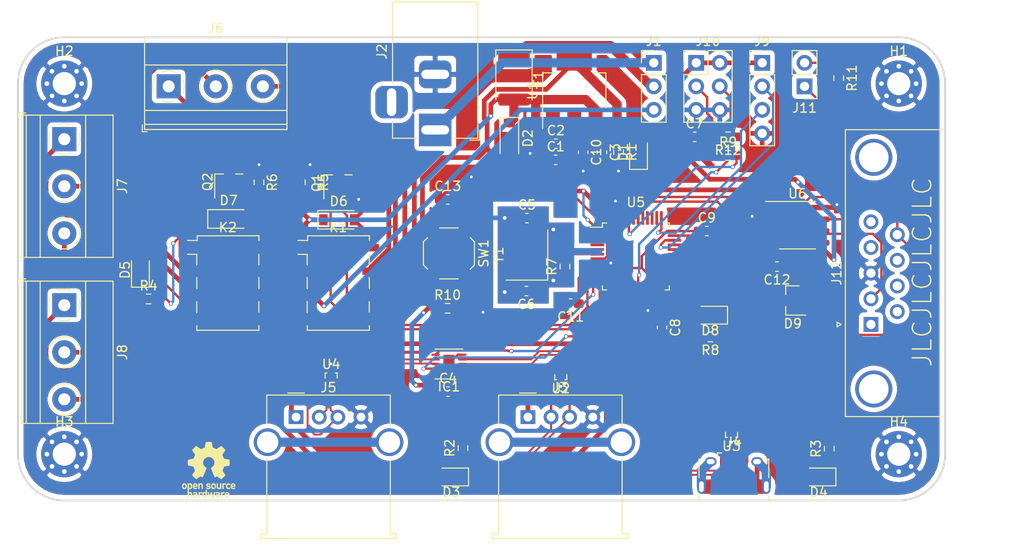
<source format=kicad_pcb>
(kicad_pcb (version 20171130) (host pcbnew 5.1.7)

  (general
    (thickness 1.6)
    (drawings 9)
    (tracks 571)
    (zones 0)
    (modules 65)
    (nets 85)
  )

  (page A4)
  (layers
    (0 F.Cu signal)
    (31 B.Cu signal)
    (32 B.Adhes user)
    (33 F.Adhes user)
    (34 B.Paste user)
    (35 F.Paste user)
    (36 B.SilkS user)
    (37 F.SilkS user)
    (38 B.Mask user)
    (39 F.Mask user)
    (40 Dwgs.User user)
    (41 Cmts.User user)
    (42 Eco1.User user)
    (43 Eco2.User user)
    (44 Edge.Cuts user)
    (45 Margin user)
    (46 B.CrtYd user)
    (47 F.CrtYd user)
    (48 B.Fab user)
    (49 F.Fab user)
  )

  (setup
    (last_trace_width 0.254)
    (user_trace_width 0.127)
    (user_trace_width 0.2)
    (user_trace_width 0.254)
    (user_trace_width 0.381)
    (user_trace_width 0.508)
    (user_trace_width 1)
    (user_trace_width 1.27)
    (user_trace_width 2)
    (user_trace_width 2.54)
    (user_trace_width 2.999999)
    (trace_clearance 0.2)
    (zone_clearance 0.508)
    (zone_45_only no)
    (trace_min 0.127)
    (via_size 0.45)
    (via_drill 0.3)
    (via_min_size 0.127)
    (via_min_drill 0.3)
    (user_via 0.635 0.3048)
    (user_via 1.27 0.635)
    (uvia_size 5)
    (uvia_drill 0.1)
    (uvias_allowed no)
    (uvia_min_size 0.2)
    (uvia_min_drill 0.1)
    (edge_width 0.05)
    (segment_width 0.2)
    (pcb_text_width 0.3)
    (pcb_text_size 1.5 1.5)
    (mod_edge_width 0.12)
    (mod_text_size 1 1)
    (mod_text_width 0.15)
    (pad_size 1.524 1.524)
    (pad_drill 0.762)
    (pad_to_mask_clearance 0.05)
    (aux_axis_origin 0 0)
    (grid_origin 100 100)
    (visible_elements FFFFFF7F)
    (pcbplotparams
      (layerselection 0x010fc_ffffffff)
      (usegerberextensions false)
      (usegerberattributes true)
      (usegerberadvancedattributes true)
      (creategerberjobfile true)
      (excludeedgelayer true)
      (linewidth 0.100000)
      (plotframeref false)
      (viasonmask false)
      (mode 1)
      (useauxorigin false)
      (hpglpennumber 1)
      (hpglpenspeed 20)
      (hpglpendiameter 15.000000)
      (psnegative false)
      (psa4output false)
      (plotreference true)
      (plotvalue false)
      (plotinvisibletext false)
      (padsonsilk false)
      (subtractmaskfromsilk false)
      (outputformat 1)
      (mirror false)
      (drillshape 0)
      (scaleselection 1)
      (outputdirectory "."))
  )

  (net 0 "")
  (net 1 +5V)
  (net 2 GND)
  (net 3 +3V3)
  (net 4 "Net-(D3-Pad1)")
  (net 5 /VBUS_A)
  (net 6 /VBUS_B)
  (net 7 "Net-(D4-Pad1)")
  (net 8 "Net-(D5-Pad1)")
  (net 9 "Net-(D6-Pad2)")
  (net 10 /GP_RELAY_LED)
  (net 11 "Net-(F1-Pad1)")
  (net 12 /VBUS_IN)
  (net 13 "Net-(J6-Pad1)")
  (net 14 "Net-(J6-Pad2)")
  (net 15 "Net-(J6-Pad3)")
  (net 16 "Net-(J7-Pad2)")
  (net 17 "Net-(J8-Pad1)")
  (net 18 "Net-(J8-Pad2)")
  (net 19 "Net-(J8-Pad3)")
  (net 20 /HOST_D-)
  (net 21 /HOST_D+)
  (net 22 /1D+)
  (net 23 /1D-)
  (net 24 /2D+)
  (net 25 /2D-)
  (net 26 "Net-(J10-Pad4)")
  (net 27 "Net-(D1-Pad1)")
  (net 28 "Net-(D8-Pad1)")
  (net 29 "Net-(D8-Pad2)")
  (net 30 "Net-(D9-Pad1)")
  (net 31 "Net-(D9-Pad2)")
  (net 32 ^OE)
  (net 33 S)
  (net 34 "Net-(J1-Pad1)")
  (net 35 "Net-(J3-Pad5)")
  (net 36 "Net-(J4-Pad6)")
  (net 37 "Net-(J5-Pad5)")
  (net 38 "Net-(J7-Pad1)")
  (net 39 "Net-(J7-Pad3)")
  (net 40 /uC/SWIO)
  (net 41 /uC/SWCLK)
  (net 42 "Net-(J10-Pad3)")
  (net 43 "Net-(J11-Pad2)")
  (net 44 "Net-(J12-Pad1)")
  (net 45 "Net-(J12-Pad4)")
  (net 46 "Net-(J12-Pad5)")
  (net 47 "Net-(J12-Pad6)")
  (net 48 "Net-(J12-Pad7)")
  (net 49 "Net-(J12-Pad8)")
  (net 50 USB_RELAY)
  (net 51 GP_RELAY)
  (net 52 /uC/NRST)
  (net 53 "Net-(U5-Pad2)")
  (net 54 "Net-(U5-Pad3)")
  (net 55 "Net-(U5-Pad4)")
  (net 56 /uC/X1)
  (net 57 /uC/X2)
  (net 58 "Net-(U5-Pad15)")
  (net 59 "Net-(U5-Pad16)")
  (net 60 "Net-(U5-Pad17)")
  (net 61 "Net-(U5-Pad18)")
  (net 62 /uC/BOOT1)
  (net 63 "Net-(U5-Pad20)")
  (net 64 "Net-(U5-Pad21)")
  (net 65 "Net-(U5-Pad22)")
  (net 66 "Net-(U5-Pad25)")
  (net 67 "Net-(U5-Pad26)")
  (net 68 "Net-(U5-Pad27)")
  (net 69 "Net-(U5-Pad28)")
  (net 70 "Net-(U5-Pad29)")
  (net 71 "Net-(U5-Pad30)")
  (net 72 "Net-(U5-Pad31)")
  (net 73 "Net-(U5-Pad32)")
  (net 74 "Net-(U5-Pad33)")
  (net 75 "Net-(U5-Pad38)")
  (net 76 "Net-(U5-Pad39)")
  (net 77 "Net-(U5-Pad40)")
  (net 78 "Net-(U5-Pad41)")
  (net 79 "Net-(U5-Pad42)")
  (net 80 "Net-(U5-Pad43)")
  (net 81 /uC/BOOT0)
  (net 82 /uC/CAN_RX)
  (net 83 /uC/CAN_TX)
  (net 84 "Net-(C6-Pad1)")

  (net_class Default "This is the default net class."
    (clearance 0.2)
    (trace_width 0.127)
    (via_dia 0.45)
    (via_drill 0.3)
    (uvia_dia 5)
    (uvia_drill 0.1)
    (diff_pair_width 0.25)
    (diff_pair_gap 0.25)
    (add_net +3V3)
    (add_net +5V)
    (add_net /1D+)
    (add_net /1D-)
    (add_net /2D+)
    (add_net /2D-)
    (add_net /GP_RELAY_LED)
    (add_net /HOST_D+)
    (add_net /HOST_D-)
    (add_net /VBUS_A)
    (add_net /VBUS_B)
    (add_net /VBUS_IN)
    (add_net /uC/BOOT0)
    (add_net /uC/BOOT1)
    (add_net /uC/CAN_RX)
    (add_net /uC/CAN_TX)
    (add_net /uC/NRST)
    (add_net /uC/SWCLK)
    (add_net /uC/SWIO)
    (add_net /uC/X1)
    (add_net /uC/X2)
    (add_net GND)
    (add_net GP_RELAY)
    (add_net "Net-(C6-Pad1)")
    (add_net "Net-(D1-Pad1)")
    (add_net "Net-(D3-Pad1)")
    (add_net "Net-(D4-Pad1)")
    (add_net "Net-(D5-Pad1)")
    (add_net "Net-(D6-Pad2)")
    (add_net "Net-(D8-Pad1)")
    (add_net "Net-(D8-Pad2)")
    (add_net "Net-(D9-Pad1)")
    (add_net "Net-(D9-Pad2)")
    (add_net "Net-(F1-Pad1)")
    (add_net "Net-(J1-Pad1)")
    (add_net "Net-(J10-Pad3)")
    (add_net "Net-(J10-Pad4)")
    (add_net "Net-(J11-Pad2)")
    (add_net "Net-(J12-Pad1)")
    (add_net "Net-(J12-Pad4)")
    (add_net "Net-(J12-Pad5)")
    (add_net "Net-(J12-Pad6)")
    (add_net "Net-(J12-Pad7)")
    (add_net "Net-(J12-Pad8)")
    (add_net "Net-(J3-Pad5)")
    (add_net "Net-(J4-Pad6)")
    (add_net "Net-(J5-Pad5)")
    (add_net "Net-(J6-Pad1)")
    (add_net "Net-(J6-Pad2)")
    (add_net "Net-(J6-Pad3)")
    (add_net "Net-(J7-Pad1)")
    (add_net "Net-(J7-Pad2)")
    (add_net "Net-(J7-Pad3)")
    (add_net "Net-(J8-Pad1)")
    (add_net "Net-(J8-Pad2)")
    (add_net "Net-(J8-Pad3)")
    (add_net "Net-(U5-Pad15)")
    (add_net "Net-(U5-Pad16)")
    (add_net "Net-(U5-Pad17)")
    (add_net "Net-(U5-Pad18)")
    (add_net "Net-(U5-Pad2)")
    (add_net "Net-(U5-Pad20)")
    (add_net "Net-(U5-Pad21)")
    (add_net "Net-(U5-Pad22)")
    (add_net "Net-(U5-Pad25)")
    (add_net "Net-(U5-Pad26)")
    (add_net "Net-(U5-Pad27)")
    (add_net "Net-(U5-Pad28)")
    (add_net "Net-(U5-Pad29)")
    (add_net "Net-(U5-Pad3)")
    (add_net "Net-(U5-Pad30)")
    (add_net "Net-(U5-Pad31)")
    (add_net "Net-(U5-Pad32)")
    (add_net "Net-(U5-Pad33)")
    (add_net "Net-(U5-Pad38)")
    (add_net "Net-(U5-Pad39)")
    (add_net "Net-(U5-Pad4)")
    (add_net "Net-(U5-Pad40)")
    (add_net "Net-(U5-Pad41)")
    (add_net "Net-(U5-Pad42)")
    (add_net "Net-(U5-Pad43)")
    (add_net S)
    (add_net USB_RELAY)
    (add_net ^OE)
  )

  (module LED_SMD:LED_0805_2012Metric_Pad1.15x1.40mm_HandSolder (layer F.Cu) (tedit 5F68FEF1) (tstamp 5F8092E6)
    (at 166.929 62.399 90)
    (descr "LED SMD 0805 (2012 Metric), square (rectangular) end terminal, IPC_7351 nominal, (Body size source: https://docs.google.com/spreadsheets/d/1BsfQQcO9C6DZCsRaXUlFlo91Tg2WpOkGARC1WS5S8t0/edit?usp=sharing), generated with kicad-footprint-generator")
    (tags "LED handsolder")
    (path /5F87378D)
    (attr smd)
    (fp_text reference D1 (at 0 -1.65 90) (layer F.SilkS)
      (effects (font (size 1 1) (thickness 0.15)))
    )
    (fp_text value LED_PWR (at 0 1.65 90) (layer F.Fab)
      (effects (font (size 1 1) (thickness 0.15)))
    )
    (fp_line (start 1 -0.6) (end -0.7 -0.6) (layer F.Fab) (width 0.1))
    (fp_line (start -0.7 -0.6) (end -1 -0.3) (layer F.Fab) (width 0.1))
    (fp_line (start -1 -0.3) (end -1 0.6) (layer F.Fab) (width 0.1))
    (fp_line (start -1 0.6) (end 1 0.6) (layer F.Fab) (width 0.1))
    (fp_line (start 1 0.6) (end 1 -0.6) (layer F.Fab) (width 0.1))
    (fp_line (start 1 -0.96) (end -1.86 -0.96) (layer F.SilkS) (width 0.12))
    (fp_line (start -1.86 -0.96) (end -1.86 0.96) (layer F.SilkS) (width 0.12))
    (fp_line (start -1.86 0.96) (end 1 0.96) (layer F.SilkS) (width 0.12))
    (fp_line (start -1.85 0.95) (end -1.85 -0.95) (layer F.CrtYd) (width 0.05))
    (fp_line (start -1.85 -0.95) (end 1.85 -0.95) (layer F.CrtYd) (width 0.05))
    (fp_line (start 1.85 -0.95) (end 1.85 0.95) (layer F.CrtYd) (width 0.05))
    (fp_line (start 1.85 0.95) (end -1.85 0.95) (layer F.CrtYd) (width 0.05))
    (fp_text user %R (at 0 0 90) (layer F.Fab)
      (effects (font (size 0.5 0.5) (thickness 0.08)))
    )
    (pad 1 smd roundrect (at -1.025 0 90) (size 1.15 1.4) (layers F.Cu F.Paste F.Mask) (roundrect_rratio 0.217391)
      (net 27 "Net-(D1-Pad1)"))
    (pad 2 smd roundrect (at 1.025 0 90) (size 1.15 1.4) (layers F.Cu F.Paste F.Mask) (roundrect_rratio 0.217391)
      (net 3 +3V3))
    (model ${KISYS3DMOD}/LED_SMD.3dshapes/LED_0805_2012Metric.wrl
      (at (xyz 0 0 0))
      (scale (xyz 1 1 1))
      (rotate (xyz 0 0 0))
    )
  )

  (module Diode_SMD:D_SOD-123 (layer F.Cu) (tedit 58645DC7) (tstamp 5F7FD5C5)
    (at 153 60.9 270)
    (descr SOD-123)
    (tags SOD-123)
    (path /5F7061EC)
    (attr smd)
    (fp_text reference D2 (at 0 -2 90) (layer F.SilkS)
      (effects (font (size 1 1) (thickness 0.15)))
    )
    (fp_text value "5.6V 1A" (at 0 2.1 90) (layer F.Fab)
      (effects (font (size 1 1) (thickness 0.15)))
    )
    (fp_line (start -2.25 -1) (end 1.65 -1) (layer F.SilkS) (width 0.12))
    (fp_line (start -2.25 1) (end 1.65 1) (layer F.SilkS) (width 0.12))
    (fp_line (start -2.35 -1.15) (end -2.35 1.15) (layer F.CrtYd) (width 0.05))
    (fp_line (start 2.35 1.15) (end -2.35 1.15) (layer F.CrtYd) (width 0.05))
    (fp_line (start 2.35 -1.15) (end 2.35 1.15) (layer F.CrtYd) (width 0.05))
    (fp_line (start -2.35 -1.15) (end 2.35 -1.15) (layer F.CrtYd) (width 0.05))
    (fp_line (start -1.4 -0.9) (end 1.4 -0.9) (layer F.Fab) (width 0.1))
    (fp_line (start 1.4 -0.9) (end 1.4 0.9) (layer F.Fab) (width 0.1))
    (fp_line (start 1.4 0.9) (end -1.4 0.9) (layer F.Fab) (width 0.1))
    (fp_line (start -1.4 0.9) (end -1.4 -0.9) (layer F.Fab) (width 0.1))
    (fp_line (start -0.75 0) (end -0.35 0) (layer F.Fab) (width 0.1))
    (fp_line (start -0.35 0) (end -0.35 -0.55) (layer F.Fab) (width 0.1))
    (fp_line (start -0.35 0) (end -0.35 0.55) (layer F.Fab) (width 0.1))
    (fp_line (start -0.35 0) (end 0.25 -0.4) (layer F.Fab) (width 0.1))
    (fp_line (start 0.25 -0.4) (end 0.25 0.4) (layer F.Fab) (width 0.1))
    (fp_line (start 0.25 0.4) (end -0.35 0) (layer F.Fab) (width 0.1))
    (fp_line (start 0.25 0) (end 0.75 0) (layer F.Fab) (width 0.1))
    (fp_line (start -2.25 -1) (end -2.25 1) (layer F.SilkS) (width 0.12))
    (fp_text user %R (at 0 -2 90) (layer F.Fab)
      (effects (font (size 1 1) (thickness 0.15)))
    )
    (pad 2 smd rect (at 1.65 0 270) (size 0.9 1.2) (layers F.Cu F.Paste F.Mask)
      (net 2 GND))
    (pad 1 smd rect (at -1.65 0 270) (size 0.9 1.2) (layers F.Cu F.Paste F.Mask)
      (net 1 +5V))
    (model ${KISYS3DMOD}/Diode_SMD.3dshapes/D_SOD-123.wrl
      (at (xyz 0 0 0))
      (scale (xyz 1 1 1))
      (rotate (xyz 0 0 0))
    )
  )

  (module LED_SMD:LED_0805_2012Metric_Pad1.15x1.40mm_HandSolder (layer F.Cu) (tedit 5F68FEF1) (tstamp 5F7FD5D8)
    (at 146.736 97.46 180)
    (descr "LED SMD 0805 (2012 Metric), square (rectangular) end terminal, IPC_7351 nominal, (Body size source: https://docs.google.com/spreadsheets/d/1BsfQQcO9C6DZCsRaXUlFlo91Tg2WpOkGARC1WS5S8t0/edit?usp=sharing), generated with kicad-footprint-generator")
    (tags "LED handsolder")
    (path /5F89F557)
    (attr smd)
    (fp_text reference D3 (at 0 -1.65) (layer F.SilkS)
      (effects (font (size 1 1) (thickness 0.15)))
    )
    (fp_text value LED_UA (at 0 1.65) (layer F.Fab)
      (effects (font (size 1 1) (thickness 0.15)))
    )
    (fp_line (start 1 -0.6) (end -0.7 -0.6) (layer F.Fab) (width 0.1))
    (fp_line (start -0.7 -0.6) (end -1 -0.3) (layer F.Fab) (width 0.1))
    (fp_line (start -1 -0.3) (end -1 0.6) (layer F.Fab) (width 0.1))
    (fp_line (start -1 0.6) (end 1 0.6) (layer F.Fab) (width 0.1))
    (fp_line (start 1 0.6) (end 1 -0.6) (layer F.Fab) (width 0.1))
    (fp_line (start 1 -0.96) (end -1.86 -0.96) (layer F.SilkS) (width 0.12))
    (fp_line (start -1.86 -0.96) (end -1.86 0.96) (layer F.SilkS) (width 0.12))
    (fp_line (start -1.86 0.96) (end 1 0.96) (layer F.SilkS) (width 0.12))
    (fp_line (start -1.85 0.95) (end -1.85 -0.95) (layer F.CrtYd) (width 0.05))
    (fp_line (start -1.85 -0.95) (end 1.85 -0.95) (layer F.CrtYd) (width 0.05))
    (fp_line (start 1.85 -0.95) (end 1.85 0.95) (layer F.CrtYd) (width 0.05))
    (fp_line (start 1.85 0.95) (end -1.85 0.95) (layer F.CrtYd) (width 0.05))
    (fp_text user %R (at 0 0) (layer F.Fab)
      (effects (font (size 0.5 0.5) (thickness 0.08)))
    )
    (pad 1 smd roundrect (at -1.025 0 180) (size 1.15 1.4) (layers F.Cu F.Paste F.Mask) (roundrect_rratio 0.217391)
      (net 4 "Net-(D3-Pad1)"))
    (pad 2 smd roundrect (at 1.025 0 180) (size 1.15 1.4) (layers F.Cu F.Paste F.Mask) (roundrect_rratio 0.217391)
      (net 5 /VBUS_A))
    (model ${KISYS3DMOD}/LED_SMD.3dshapes/LED_0805_2012Metric.wrl
      (at (xyz 0 0 0))
      (scale (xyz 1 1 1))
      (rotate (xyz 0 0 0))
    )
  )

  (module LED_SMD:LED_0805_2012Metric_Pad1.15x1.40mm_HandSolder (layer F.Cu) (tedit 5F68FEF1) (tstamp 5F7FD5EB)
    (at 186.36 97.46 180)
    (descr "LED SMD 0805 (2012 Metric), square (rectangular) end terminal, IPC_7351 nominal, (Body size source: https://docs.google.com/spreadsheets/d/1BsfQQcO9C6DZCsRaXUlFlo91Tg2WpOkGARC1WS5S8t0/edit?usp=sharing), generated with kicad-footprint-generator")
    (tags "LED handsolder")
    (path /5F8A95D8)
    (attr smd)
    (fp_text reference D4 (at 0 -1.65) (layer F.SilkS)
      (effects (font (size 1 1) (thickness 0.15)))
    )
    (fp_text value LED_UB (at 0 1.65) (layer F.Fab)
      (effects (font (size 1 1) (thickness 0.15)))
    )
    (fp_line (start 1.85 0.95) (end -1.85 0.95) (layer F.CrtYd) (width 0.05))
    (fp_line (start 1.85 -0.95) (end 1.85 0.95) (layer F.CrtYd) (width 0.05))
    (fp_line (start -1.85 -0.95) (end 1.85 -0.95) (layer F.CrtYd) (width 0.05))
    (fp_line (start -1.85 0.95) (end -1.85 -0.95) (layer F.CrtYd) (width 0.05))
    (fp_line (start -1.86 0.96) (end 1 0.96) (layer F.SilkS) (width 0.12))
    (fp_line (start -1.86 -0.96) (end -1.86 0.96) (layer F.SilkS) (width 0.12))
    (fp_line (start 1 -0.96) (end -1.86 -0.96) (layer F.SilkS) (width 0.12))
    (fp_line (start 1 0.6) (end 1 -0.6) (layer F.Fab) (width 0.1))
    (fp_line (start -1 0.6) (end 1 0.6) (layer F.Fab) (width 0.1))
    (fp_line (start -1 -0.3) (end -1 0.6) (layer F.Fab) (width 0.1))
    (fp_line (start -0.7 -0.6) (end -1 -0.3) (layer F.Fab) (width 0.1))
    (fp_line (start 1 -0.6) (end -0.7 -0.6) (layer F.Fab) (width 0.1))
    (fp_text user %R (at 0 1) (layer F.Fab)
      (effects (font (size 0.5 0.5) (thickness 0.08)))
    )
    (pad 2 smd roundrect (at 1.025 0 180) (size 1.15 1.4) (layers F.Cu F.Paste F.Mask) (roundrect_rratio 0.217391)
      (net 6 /VBUS_B))
    (pad 1 smd roundrect (at -1.025 0 180) (size 1.15 1.4) (layers F.Cu F.Paste F.Mask) (roundrect_rratio 0.217391)
      (net 7 "Net-(D4-Pad1)"))
    (model ${KISYS3DMOD}/LED_SMD.3dshapes/LED_0805_2012Metric.wrl
      (at (xyz 0 0 0))
      (scale (xyz 1 1 1))
      (rotate (xyz 0 0 0))
    )
  )

  (module LED_SMD:LED_0805_2012Metric_Pad1.15x1.40mm_HandSolder (layer F.Cu) (tedit 5F68FEF1) (tstamp 5F7FD5FE)
    (at 113.208 75.117 90)
    (descr "LED SMD 0805 (2012 Metric), square (rectangular) end terminal, IPC_7351 nominal, (Body size source: https://docs.google.com/spreadsheets/d/1BsfQQcO9C6DZCsRaXUlFlo91Tg2WpOkGARC1WS5S8t0/edit?usp=sharing), generated with kicad-footprint-generator")
    (tags "LED handsolder")
    (path /5F8D89D9)
    (attr smd)
    (fp_text reference D5 (at 0 -1.65 90) (layer F.SilkS)
      (effects (font (size 1 1) (thickness 0.15)))
    )
    (fp_text value LED_GP (at 0 1.65 90) (layer F.Fab)
      (effects (font (size 1 1) (thickness 0.15)))
    )
    (fp_line (start 1 -0.6) (end -0.7 -0.6) (layer F.Fab) (width 0.1))
    (fp_line (start -0.7 -0.6) (end -1 -0.3) (layer F.Fab) (width 0.1))
    (fp_line (start -1 -0.3) (end -1 0.6) (layer F.Fab) (width 0.1))
    (fp_line (start -1 0.6) (end 1 0.6) (layer F.Fab) (width 0.1))
    (fp_line (start 1 0.6) (end 1 -0.6) (layer F.Fab) (width 0.1))
    (fp_line (start 1 -0.96) (end -1.86 -0.96) (layer F.SilkS) (width 0.12))
    (fp_line (start -1.86 -0.96) (end -1.86 0.96) (layer F.SilkS) (width 0.12))
    (fp_line (start -1.86 0.96) (end 1 0.96) (layer F.SilkS) (width 0.12))
    (fp_line (start -1.85 0.95) (end -1.85 -0.95) (layer F.CrtYd) (width 0.05))
    (fp_line (start -1.85 -0.95) (end 1.85 -0.95) (layer F.CrtYd) (width 0.05))
    (fp_line (start 1.85 -0.95) (end 1.85 0.95) (layer F.CrtYd) (width 0.05))
    (fp_line (start 1.85 0.95) (end -1.85 0.95) (layer F.CrtYd) (width 0.05))
    (fp_text user %R (at 0 0 90) (layer F.Fab)
      (effects (font (size 0.5 0.5) (thickness 0.08)))
    )
    (pad 1 smd roundrect (at -1.025 0 90) (size 1.15 1.4) (layers F.Cu F.Paste F.Mask) (roundrect_rratio 0.217391)
      (net 8 "Net-(D5-Pad1)"))
    (pad 2 smd roundrect (at 1.025 0 90) (size 1.15 1.4) (layers F.Cu F.Paste F.Mask) (roundrect_rratio 0.217391)
      (net 1 +5V))
    (model ${KISYS3DMOD}/LED_SMD.3dshapes/LED_0805_2012Metric.wrl
      (at (xyz 0 0 0))
      (scale (xyz 1 1 1))
      (rotate (xyz 0 0 0))
    )
  )

  (module Diode_SMD:D_SOD-123 (layer F.Cu) (tedit 58645DC7) (tstamp 5F7FD617)
    (at 134.6 69.7)
    (descr SOD-123)
    (tags SOD-123)
    (path /5F78FA60)
    (attr smd)
    (fp_text reference D6 (at 0 -2) (layer F.SilkS)
      (effects (font (size 1 1) (thickness 0.15)))
    )
    (fp_text value 1N4148W (at 0 2.1) (layer F.Fab)
      (effects (font (size 1 1) (thickness 0.15)))
    )
    (fp_line (start -2.25 -1) (end -2.25 1) (layer F.SilkS) (width 0.12))
    (fp_line (start 0.25 0) (end 0.75 0) (layer F.Fab) (width 0.1))
    (fp_line (start 0.25 0.4) (end -0.35 0) (layer F.Fab) (width 0.1))
    (fp_line (start 0.25 -0.4) (end 0.25 0.4) (layer F.Fab) (width 0.1))
    (fp_line (start -0.35 0) (end 0.25 -0.4) (layer F.Fab) (width 0.1))
    (fp_line (start -0.35 0) (end -0.35 0.55) (layer F.Fab) (width 0.1))
    (fp_line (start -0.35 0) (end -0.35 -0.55) (layer F.Fab) (width 0.1))
    (fp_line (start -0.75 0) (end -0.35 0) (layer F.Fab) (width 0.1))
    (fp_line (start -1.4 0.9) (end -1.4 -0.9) (layer F.Fab) (width 0.1))
    (fp_line (start 1.4 0.9) (end -1.4 0.9) (layer F.Fab) (width 0.1))
    (fp_line (start 1.4 -0.9) (end 1.4 0.9) (layer F.Fab) (width 0.1))
    (fp_line (start -1.4 -0.9) (end 1.4 -0.9) (layer F.Fab) (width 0.1))
    (fp_line (start -2.35 -1.15) (end 2.35 -1.15) (layer F.CrtYd) (width 0.05))
    (fp_line (start 2.35 -1.15) (end 2.35 1.15) (layer F.CrtYd) (width 0.05))
    (fp_line (start 2.35 1.15) (end -2.35 1.15) (layer F.CrtYd) (width 0.05))
    (fp_line (start -2.35 -1.15) (end -2.35 1.15) (layer F.CrtYd) (width 0.05))
    (fp_line (start -2.25 1) (end 1.65 1) (layer F.SilkS) (width 0.12))
    (fp_line (start -2.25 -1) (end 1.65 -1) (layer F.SilkS) (width 0.12))
    (fp_text user %R (at 0 -2) (layer F.Fab)
      (effects (font (size 1 1) (thickness 0.15)))
    )
    (pad 1 smd rect (at -1.65 0) (size 0.9 1.2) (layers F.Cu F.Paste F.Mask)
      (net 1 +5V))
    (pad 2 smd rect (at 1.65 0) (size 0.9 1.2) (layers F.Cu F.Paste F.Mask)
      (net 9 "Net-(D6-Pad2)"))
    (model ${KISYS3DMOD}/Diode_SMD.3dshapes/D_SOD-123.wrl
      (at (xyz 0 0 0))
      (scale (xyz 1 1 1))
      (rotate (xyz 0 0 0))
    )
  )

  (module Diode_SMD:D_SOD-123 (layer F.Cu) (tedit 58645DC7) (tstamp 5F7FD630)
    (at 122.722 69.61)
    (descr SOD-123)
    (tags SOD-123)
    (path /5F81F85C)
    (attr smd)
    (fp_text reference D7 (at 0 -2) (layer F.SilkS)
      (effects (font (size 1 1) (thickness 0.15)))
    )
    (fp_text value 1N4148W (at 0 2.1) (layer F.Fab)
      (effects (font (size 1 1) (thickness 0.15)))
    )
    (fp_line (start -2.25 -1) (end -2.25 1) (layer F.SilkS) (width 0.12))
    (fp_line (start 0.25 0) (end 0.75 0) (layer F.Fab) (width 0.1))
    (fp_line (start 0.25 0.4) (end -0.35 0) (layer F.Fab) (width 0.1))
    (fp_line (start 0.25 -0.4) (end 0.25 0.4) (layer F.Fab) (width 0.1))
    (fp_line (start -0.35 0) (end 0.25 -0.4) (layer F.Fab) (width 0.1))
    (fp_line (start -0.35 0) (end -0.35 0.55) (layer F.Fab) (width 0.1))
    (fp_line (start -0.35 0) (end -0.35 -0.55) (layer F.Fab) (width 0.1))
    (fp_line (start -0.75 0) (end -0.35 0) (layer F.Fab) (width 0.1))
    (fp_line (start -1.4 0.9) (end -1.4 -0.9) (layer F.Fab) (width 0.1))
    (fp_line (start 1.4 0.9) (end -1.4 0.9) (layer F.Fab) (width 0.1))
    (fp_line (start 1.4 -0.9) (end 1.4 0.9) (layer F.Fab) (width 0.1))
    (fp_line (start -1.4 -0.9) (end 1.4 -0.9) (layer F.Fab) (width 0.1))
    (fp_line (start -2.35 -1.15) (end 2.35 -1.15) (layer F.CrtYd) (width 0.05))
    (fp_line (start 2.35 -1.15) (end 2.35 1.15) (layer F.CrtYd) (width 0.05))
    (fp_line (start 2.35 1.15) (end -2.35 1.15) (layer F.CrtYd) (width 0.05))
    (fp_line (start -2.35 -1.15) (end -2.35 1.15) (layer F.CrtYd) (width 0.05))
    (fp_line (start -2.25 1) (end 1.65 1) (layer F.SilkS) (width 0.12))
    (fp_line (start -2.25 -1) (end 1.65 -1) (layer F.SilkS) (width 0.12))
    (fp_text user %R (at 0 -2) (layer F.Fab)
      (effects (font (size 1 1) (thickness 0.15)))
    )
    (pad 1 smd rect (at -1.65 0) (size 0.9 1.2) (layers F.Cu F.Paste F.Mask)
      (net 1 +5V))
    (pad 2 smd rect (at 1.65 0) (size 0.9 1.2) (layers F.Cu F.Paste F.Mask)
      (net 10 /GP_RELAY_LED))
    (model ${KISYS3DMOD}/Diode_SMD.3dshapes/D_SOD-123.wrl
      (at (xyz 0 0 0))
      (scale (xyz 1 1 1))
      (rotate (xyz 0 0 0))
    )
  )

  (module LED_SMD:LED_0805_2012Metric_Pad1.15x1.40mm_HandSolder (layer F.Cu) (tedit 5F68FEF1) (tstamp 5F8118C0)
    (at 174.667 79.9975 180)
    (descr "LED SMD 0805 (2012 Metric), square (rectangular) end terminal, IPC_7351 nominal, (Body size source: https://docs.google.com/spreadsheets/d/1BsfQQcO9C6DZCsRaXUlFlo91Tg2WpOkGARC1WS5S8t0/edit?usp=sharing), generated with kicad-footprint-generator")
    (tags "LED handsolder")
    (path /5FCC1275/5FE96F7F)
    (attr smd)
    (fp_text reference D8 (at 0 -1.65) (layer F.SilkS)
      (effects (font (size 1 1) (thickness 0.15)))
    )
    (fp_text value LED (at 0 1.65) (layer F.Fab)
      (effects (font (size 1 1) (thickness 0.15)))
    )
    (fp_line (start 1.85 0.95) (end -1.85 0.95) (layer F.CrtYd) (width 0.05))
    (fp_line (start 1.85 -0.95) (end 1.85 0.95) (layer F.CrtYd) (width 0.05))
    (fp_line (start -1.85 -0.95) (end 1.85 -0.95) (layer F.CrtYd) (width 0.05))
    (fp_line (start -1.85 0.95) (end -1.85 -0.95) (layer F.CrtYd) (width 0.05))
    (fp_line (start -1.86 0.96) (end 1 0.96) (layer F.SilkS) (width 0.12))
    (fp_line (start -1.86 -0.96) (end -1.86 0.96) (layer F.SilkS) (width 0.12))
    (fp_line (start 1 -0.96) (end -1.86 -0.96) (layer F.SilkS) (width 0.12))
    (fp_line (start 1 0.6) (end 1 -0.6) (layer F.Fab) (width 0.1))
    (fp_line (start -1 0.6) (end 1 0.6) (layer F.Fab) (width 0.1))
    (fp_line (start -1 -0.3) (end -1 0.6) (layer F.Fab) (width 0.1))
    (fp_line (start -0.7 -0.6) (end -1 -0.3) (layer F.Fab) (width 0.1))
    (fp_line (start 1 -0.6) (end -0.7 -0.6) (layer F.Fab) (width 0.1))
    (fp_text user %R (at 0 0) (layer F.Fab)
      (effects (font (size 0.5 0.5) (thickness 0.08)))
    )
    (pad 2 smd roundrect (at 1.025 0 180) (size 1.15 1.4) (layers F.Cu F.Paste F.Mask) (roundrect_rratio 0.217391)
      (net 29 "Net-(D8-Pad2)"))
    (pad 1 smd roundrect (at -1.025 0 180) (size 1.15 1.4) (layers F.Cu F.Paste F.Mask) (roundrect_rratio 0.217391)
      (net 28 "Net-(D8-Pad1)"))
    (model ${KISYS3DMOD}/LED_SMD.3dshapes/LED_0805_2012Metric.wrl
      (at (xyz 0 0 0))
      (scale (xyz 1 1 1))
      (rotate (xyz 0 0 0))
    )
  )

  (module Package_TO_SOT_SMD:SOT-23 (layer F.Cu) (tedit 5A02FF57) (tstamp 5F7FD658)
    (at 183.566 78.41 180)
    (descr "SOT-23, Standard")
    (tags SOT-23)
    (path /5FCC1275/5F7DECD3)
    (attr smd)
    (fp_text reference D9 (at 0 -2.5) (layer F.SilkS)
      (effects (font (size 1 1) (thickness 0.15)))
    )
    (fp_text value SZNUP2105L (at 0 2.5) (layer F.Fab)
      (effects (font (size 1 1) (thickness 0.15)))
    )
    (fp_line (start -0.7 -0.95) (end -0.7 1.5) (layer F.Fab) (width 0.1))
    (fp_line (start -0.15 -1.52) (end 0.7 -1.52) (layer F.Fab) (width 0.1))
    (fp_line (start -0.7 -0.95) (end -0.15 -1.52) (layer F.Fab) (width 0.1))
    (fp_line (start 0.7 -1.52) (end 0.7 1.52) (layer F.Fab) (width 0.1))
    (fp_line (start -0.7 1.52) (end 0.7 1.52) (layer F.Fab) (width 0.1))
    (fp_line (start 0.76 1.58) (end 0.76 0.65) (layer F.SilkS) (width 0.12))
    (fp_line (start 0.76 -1.58) (end 0.76 -0.65) (layer F.SilkS) (width 0.12))
    (fp_line (start -1.7 -1.75) (end 1.7 -1.75) (layer F.CrtYd) (width 0.05))
    (fp_line (start 1.7 -1.75) (end 1.7 1.75) (layer F.CrtYd) (width 0.05))
    (fp_line (start 1.7 1.75) (end -1.7 1.75) (layer F.CrtYd) (width 0.05))
    (fp_line (start -1.7 1.75) (end -1.7 -1.75) (layer F.CrtYd) (width 0.05))
    (fp_line (start 0.76 -1.58) (end -1.4 -1.58) (layer F.SilkS) (width 0.12))
    (fp_line (start 0.76 1.58) (end -0.7 1.58) (layer F.SilkS) (width 0.12))
    (fp_text user %R (at 0 0 90) (layer F.Fab)
      (effects (font (size 0.5 0.5) (thickness 0.075)))
    )
    (pad 1 smd rect (at -1 -0.95 180) (size 0.9 0.8) (layers F.Cu F.Paste F.Mask)
      (net 30 "Net-(D9-Pad1)"))
    (pad 2 smd rect (at -1 0.95 180) (size 0.9 0.8) (layers F.Cu F.Paste F.Mask)
      (net 31 "Net-(D9-Pad2)"))
    (pad 3 smd rect (at 1 0 180) (size 0.9 0.8) (layers F.Cu F.Paste F.Mask)
      (net 2 GND))
    (model ${KISYS3DMOD}/Package_TO_SOT_SMD.3dshapes/SOT-23.wrl
      (at (xyz 0 0 0))
      (scale (xyz 1 1 1))
      (rotate (xyz 0 0 0))
    )
  )

  (module Diode_SMD:D_1812_4532Metric_Pad1.30x3.40mm_HandSolder (layer F.Cu) (tedit 5F68FEF0) (tstamp 5F81B78C)
    (at 153.5 54.5 270)
    (descr "Diode SMD 1812 (4532 Metric), square (rectangular) end terminal, IPC_7351 nominal, (Body size source: https://www.nikhef.nl/pub/departments/mt/projects/detectorR_D/dtddice/ERJ2G.pdf), generated with kicad-footprint-generator")
    (tags "diode handsolder")
    (path /5F703CFE)
    (attr smd)
    (fp_text reference F1 (at 0 -2.65 90) (layer F.SilkS)
      (effects (font (size 1 1) (thickness 0.15)))
    )
    (fp_text value 1A (at 0 2.65 90) (layer F.Fab)
      (effects (font (size 1 1) (thickness 0.15)))
    )
    (fp_line (start 2.25 -1.6) (end -1.45 -1.6) (layer F.Fab) (width 0.1))
    (fp_line (start -1.45 -1.6) (end -2.25 -0.8) (layer F.Fab) (width 0.1))
    (fp_line (start -2.25 -0.8) (end -2.25 1.6) (layer F.Fab) (width 0.1))
    (fp_line (start -2.25 1.6) (end 2.25 1.6) (layer F.Fab) (width 0.1))
    (fp_line (start 2.25 1.6) (end 2.25 -1.6) (layer F.Fab) (width 0.1))
    (fp_line (start 2.25 -1.96) (end -3.135 -1.96) (layer F.SilkS) (width 0.12))
    (fp_line (start -3.135 -1.96) (end -3.135 1.96) (layer F.SilkS) (width 0.12))
    (fp_line (start -3.135 1.96) (end 2.25 1.96) (layer F.SilkS) (width 0.12))
    (fp_line (start -3.12 1.95) (end -3.12 -1.95) (layer F.CrtYd) (width 0.05))
    (fp_line (start -3.12 -1.95) (end 3.12 -1.95) (layer F.CrtYd) (width 0.05))
    (fp_line (start 3.12 -1.95) (end 3.12 1.95) (layer F.CrtYd) (width 0.05))
    (fp_line (start 3.12 1.95) (end -3.12 1.95) (layer F.CrtYd) (width 0.05))
    (fp_text user %R (at 0 0 90) (layer F.Fab)
      (effects (font (size 1 1) (thickness 0.15)))
    )
    (pad 1 smd roundrect (at -2.225 0 270) (size 1.3 3.4) (layers F.Cu F.Paste F.Mask) (roundrect_rratio 0.192308)
      (net 11 "Net-(F1-Pad1)"))
    (pad 2 smd roundrect (at 2.225 0 270) (size 1.3 3.4) (layers F.Cu F.Paste F.Mask) (roundrect_rratio 0.192308)
      (net 1 +5V))
    (model ${KISYS3DMOD}/Diode_SMD.3dshapes/D_1812_4532Metric.wrl
      (at (xyz 0 0 0))
      (scale (xyz 1 1 1))
      (rotate (xyz 0 0 0))
    )
  )

  (module MountingHole:MountingHole_2.5mm_Pad_Via (layer F.Cu) (tedit 56DDBAEA) (tstamp 5F7FD67B)
    (at 195 55)
    (descr "Mounting Hole 2.5mm")
    (tags "mounting hole 2.5mm")
    (path /5F9FEE31)
    (attr virtual)
    (fp_text reference H1 (at 0 -3.5) (layer F.SilkS)
      (effects (font (size 1 1) (thickness 0.15)))
    )
    (fp_text value MountingHole_Pad (at 0 3.5) (layer F.Fab)
      (effects (font (size 1 1) (thickness 0.15)))
    )
    (fp_circle (center 0 0) (end 2.5 0) (layer Cmts.User) (width 0.15))
    (fp_circle (center 0 0) (end 2.75 0) (layer F.CrtYd) (width 0.05))
    (fp_text user %R (at 0.3 0) (layer F.Fab)
      (effects (font (size 1 1) (thickness 0.15)))
    )
    (pad 1 thru_hole circle (at 0 0) (size 5 5) (drill 2.5) (layers *.Cu *.Mask)
      (net 2 GND))
    (pad 1 thru_hole circle (at 1.875 0) (size 0.8 0.8) (drill 0.5) (layers *.Cu *.Mask)
      (net 2 GND))
    (pad 1 thru_hole circle (at 1.325825 1.325825) (size 0.8 0.8) (drill 0.5) (layers *.Cu *.Mask)
      (net 2 GND))
    (pad 1 thru_hole circle (at 0 1.875) (size 0.8 0.8) (drill 0.5) (layers *.Cu *.Mask)
      (net 2 GND))
    (pad 1 thru_hole circle (at -1.325825 1.325825) (size 0.8 0.8) (drill 0.5) (layers *.Cu *.Mask)
      (net 2 GND))
    (pad 1 thru_hole circle (at -1.875 0) (size 0.8 0.8) (drill 0.5) (layers *.Cu *.Mask)
      (net 2 GND))
    (pad 1 thru_hole circle (at -1.325825 -1.325825) (size 0.8 0.8) (drill 0.5) (layers *.Cu *.Mask)
      (net 2 GND))
    (pad 1 thru_hole circle (at 0 -1.875) (size 0.8 0.8) (drill 0.5) (layers *.Cu *.Mask)
      (net 2 GND))
    (pad 1 thru_hole circle (at 1.325825 -1.325825) (size 0.8 0.8) (drill 0.5) (layers *.Cu *.Mask)
      (net 2 GND))
  )

  (module MountingHole:MountingHole_2.5mm_Pad_Via (layer F.Cu) (tedit 56DDBAEA) (tstamp 5F7FD68B)
    (at 105 55)
    (descr "Mounting Hole 2.5mm")
    (tags "mounting hole 2.5mm")
    (path /5F9FE9AD)
    (attr virtual)
    (fp_text reference H2 (at 0 -3.5) (layer F.SilkS)
      (effects (font (size 1 1) (thickness 0.15)))
    )
    (fp_text value MountingHole_Pad (at 0 3.5) (layer F.Fab)
      (effects (font (size 1 1) (thickness 0.15)))
    )
    (fp_circle (center 0 0) (end 2.75 0) (layer F.CrtYd) (width 0.05))
    (fp_circle (center 0 0) (end 2.5 0) (layer Cmts.User) (width 0.15))
    (fp_text user %R (at 0.3 0) (layer F.Fab)
      (effects (font (size 1 1) (thickness 0.15)))
    )
    (pad 1 thru_hole circle (at 1.325825 -1.325825) (size 0.8 0.8) (drill 0.5) (layers *.Cu *.Mask)
      (net 2 GND))
    (pad 1 thru_hole circle (at 0 -1.875) (size 0.8 0.8) (drill 0.5) (layers *.Cu *.Mask)
      (net 2 GND))
    (pad 1 thru_hole circle (at -1.325825 -1.325825) (size 0.8 0.8) (drill 0.5) (layers *.Cu *.Mask)
      (net 2 GND))
    (pad 1 thru_hole circle (at -1.875 0) (size 0.8 0.8) (drill 0.5) (layers *.Cu *.Mask)
      (net 2 GND))
    (pad 1 thru_hole circle (at -1.325825 1.325825) (size 0.8 0.8) (drill 0.5) (layers *.Cu *.Mask)
      (net 2 GND))
    (pad 1 thru_hole circle (at 0 1.875) (size 0.8 0.8) (drill 0.5) (layers *.Cu *.Mask)
      (net 2 GND))
    (pad 1 thru_hole circle (at 1.325825 1.325825) (size 0.8 0.8) (drill 0.5) (layers *.Cu *.Mask)
      (net 2 GND))
    (pad 1 thru_hole circle (at 1.875 0) (size 0.8 0.8) (drill 0.5) (layers *.Cu *.Mask)
      (net 2 GND))
    (pad 1 thru_hole circle (at 0 0) (size 5 5) (drill 2.5) (layers *.Cu *.Mask)
      (net 2 GND))
  )

  (module MountingHole:MountingHole_2.5mm_Pad_Via (layer F.Cu) (tedit 56DDBAEA) (tstamp 5F7FD69B)
    (at 105 95)
    (descr "Mounting Hole 2.5mm")
    (tags "mounting hole 2.5mm")
    (path /5F9FD935)
    (attr virtual)
    (fp_text reference H3 (at 0 -3.5) (layer F.SilkS)
      (effects (font (size 1 1) (thickness 0.15)))
    )
    (fp_text value MountingHole_Pad (at 0 3.5) (layer F.Fab)
      (effects (font (size 1 1) (thickness 0.15)))
    )
    (fp_circle (center 0 0) (end 2.75 0) (layer F.CrtYd) (width 0.05))
    (fp_circle (center 0 0) (end 2.5 0) (layer Cmts.User) (width 0.15))
    (fp_text user %R (at 0.3 0) (layer F.Fab)
      (effects (font (size 1 1) (thickness 0.15)))
    )
    (pad 1 thru_hole circle (at 1.325825 -1.325825) (size 0.8 0.8) (drill 0.5) (layers *.Cu *.Mask)
      (net 2 GND))
    (pad 1 thru_hole circle (at 0 -1.875) (size 0.8 0.8) (drill 0.5) (layers *.Cu *.Mask)
      (net 2 GND))
    (pad 1 thru_hole circle (at -1.325825 -1.325825) (size 0.8 0.8) (drill 0.5) (layers *.Cu *.Mask)
      (net 2 GND))
    (pad 1 thru_hole circle (at -1.875 0) (size 0.8 0.8) (drill 0.5) (layers *.Cu *.Mask)
      (net 2 GND))
    (pad 1 thru_hole circle (at -1.325825 1.325825) (size 0.8 0.8) (drill 0.5) (layers *.Cu *.Mask)
      (net 2 GND))
    (pad 1 thru_hole circle (at 0 1.875) (size 0.8 0.8) (drill 0.5) (layers *.Cu *.Mask)
      (net 2 GND))
    (pad 1 thru_hole circle (at 1.325825 1.325825) (size 0.8 0.8) (drill 0.5) (layers *.Cu *.Mask)
      (net 2 GND))
    (pad 1 thru_hole circle (at 1.875 0) (size 0.8 0.8) (drill 0.5) (layers *.Cu *.Mask)
      (net 2 GND))
    (pad 1 thru_hole circle (at 0 0) (size 5 5) (drill 2.5) (layers *.Cu *.Mask)
      (net 2 GND))
  )

  (module MountingHole:MountingHole_2.5mm_Pad_Via (layer F.Cu) (tedit 56DDBAEA) (tstamp 5F7FD6AB)
    (at 195 95)
    (descr "Mounting Hole 2.5mm")
    (tags "mounting hole 2.5mm")
    (path /5F9FDF50)
    (attr virtual)
    (fp_text reference H4 (at 0 -3.5) (layer F.SilkS)
      (effects (font (size 1 1) (thickness 0.15)))
    )
    (fp_text value MountingHole_Pad (at 0 3.5) (layer F.Fab)
      (effects (font (size 1 1) (thickness 0.15)))
    )
    (fp_circle (center 0 0) (end 2.5 0) (layer Cmts.User) (width 0.15))
    (fp_circle (center 0 0) (end 2.75 0) (layer F.CrtYd) (width 0.05))
    (fp_text user %R (at 0.3 0) (layer F.Fab)
      (effects (font (size 1 1) (thickness 0.15)))
    )
    (pad 1 thru_hole circle (at 0 0) (size 5 5) (drill 2.5) (layers *.Cu *.Mask)
      (net 2 GND))
    (pad 1 thru_hole circle (at 1.875 0) (size 0.8 0.8) (drill 0.5) (layers *.Cu *.Mask)
      (net 2 GND))
    (pad 1 thru_hole circle (at 1.325825 1.325825) (size 0.8 0.8) (drill 0.5) (layers *.Cu *.Mask)
      (net 2 GND))
    (pad 1 thru_hole circle (at 0 1.875) (size 0.8 0.8) (drill 0.5) (layers *.Cu *.Mask)
      (net 2 GND))
    (pad 1 thru_hole circle (at -1.325825 1.325825) (size 0.8 0.8) (drill 0.5) (layers *.Cu *.Mask)
      (net 2 GND))
    (pad 1 thru_hole circle (at -1.875 0) (size 0.8 0.8) (drill 0.5) (layers *.Cu *.Mask)
      (net 2 GND))
    (pad 1 thru_hole circle (at -1.325825 -1.325825) (size 0.8 0.8) (drill 0.5) (layers *.Cu *.Mask)
      (net 2 GND))
    (pad 1 thru_hole circle (at 0 -1.875) (size 0.8 0.8) (drill 0.5) (layers *.Cu *.Mask)
      (net 2 GND))
    (pad 1 thru_hole circle (at 1.325825 -1.325825) (size 0.8 0.8) (drill 0.5) (layers *.Cu *.Mask)
      (net 2 GND))
  )

  (module Package_SON:VSON-10-1EP_3x3mm_P0.5mm_EP1.2x2mm (layer F.Cu) (tedit 5DC5FB10) (tstamp 5F80454D)
    (at 146.482 85.268 180)
    (descr "VSON, 10 Pin (http://rohmfs.rohm.com/en/products/databook/datasheet/ic/power/switching_regulator/bd8314nuv-e.pdf (Page 20)), generated with kicad-footprint-generator ipc_noLead_generator.py")
    (tags "VSON NoLead")
    (path /5F65D067)
    (attr smd)
    (fp_text reference IC1 (at 0 -2.45) (layer F.SilkS)
      (effects (font (size 1 1) (thickness 0.15)))
    )
    (fp_text value TS3USB221 (at 0 2.45) (layer F.Fab)
      (effects (font (size 1 1) (thickness 0.15)))
    )
    (fp_line (start 0 -1.61) (end 1.5 -1.61) (layer F.SilkS) (width 0.12))
    (fp_line (start -1.5 1.61) (end 1.5 1.61) (layer F.SilkS) (width 0.12))
    (fp_line (start -0.75 -1.5) (end 1.5 -1.5) (layer F.Fab) (width 0.1))
    (fp_line (start 1.5 -1.5) (end 1.5 1.5) (layer F.Fab) (width 0.1))
    (fp_line (start 1.5 1.5) (end -1.5 1.5) (layer F.Fab) (width 0.1))
    (fp_line (start -1.5 1.5) (end -1.5 -0.75) (layer F.Fab) (width 0.1))
    (fp_line (start -1.5 -0.75) (end -0.75 -1.5) (layer F.Fab) (width 0.1))
    (fp_line (start -2.12 -1.75) (end -2.12 1.75) (layer F.CrtYd) (width 0.05))
    (fp_line (start -2.12 1.75) (end 2.12 1.75) (layer F.CrtYd) (width 0.05))
    (fp_line (start 2.12 1.75) (end 2.12 -1.75) (layer F.CrtYd) (width 0.05))
    (fp_line (start 2.12 -1.75) (end -2.12 -1.75) (layer F.CrtYd) (width 0.05))
    (fp_text user %R (at 0 0) (layer F.Fab)
      (effects (font (size 0.75 0.75) (thickness 0.11)))
    )
    (pad 1 smd roundrect (at -1.4375 -1 180) (size 0.875 0.25) (layers F.Cu F.Paste F.Mask) (roundrect_rratio 0.25)
      (net 22 /1D+))
    (pad 2 smd roundrect (at -1.4375 -0.5 180) (size 0.875 0.25) (layers F.Cu F.Paste F.Mask) (roundrect_rratio 0.25)
      (net 23 /1D-))
    (pad 3 smd roundrect (at -1.4375 0 180) (size 0.875 0.25) (layers F.Cu F.Paste F.Mask) (roundrect_rratio 0.25)
      (net 24 /2D+))
    (pad 4 smd roundrect (at -1.4375 0.5 180) (size 0.875 0.25) (layers F.Cu F.Paste F.Mask) (roundrect_rratio 0.25)
      (net 25 /2D-))
    (pad 5 smd roundrect (at -1.4375 1 180) (size 0.875 0.25) (layers F.Cu F.Paste F.Mask) (roundrect_rratio 0.25)
      (net 2 GND))
    (pad 6 smd roundrect (at 1.4375 1 180) (size 0.875 0.25) (layers F.Cu F.Paste F.Mask) (roundrect_rratio 0.25)
      (net 32 ^OE))
    (pad 7 smd roundrect (at 1.4375 0.5 180) (size 0.875 0.25) (layers F.Cu F.Paste F.Mask) (roundrect_rratio 0.25)
      (net 20 /HOST_D-))
    (pad 8 smd roundrect (at 1.4375 0 180) (size 0.875 0.25) (layers F.Cu F.Paste F.Mask) (roundrect_rratio 0.25)
      (net 21 /HOST_D+))
    (pad 9 smd roundrect (at 1.4375 -0.5 180) (size 0.875 0.25) (layers F.Cu F.Paste F.Mask) (roundrect_rratio 0.25)
      (net 33 S))
    (pad 10 smd roundrect (at 1.4375 -1 180) (size 0.875 0.25) (layers F.Cu F.Paste F.Mask) (roundrect_rratio 0.25)
      (net 3 +3V3))
    (pad 11 smd rect (at 0 0 180) (size 1.2 2) (layers F.Cu F.Mask)
      (net 2 GND))
    (pad "" smd roundrect (at -0.3 -0.5 180) (size 0.48 0.81) (layers F.Paste) (roundrect_rratio 0.25))
    (pad "" smd roundrect (at -0.3 0.5 180) (size 0.48 0.81) (layers F.Paste) (roundrect_rratio 0.25))
    (pad "" smd roundrect (at 0.3 -0.5 180) (size 0.48 0.81) (layers F.Paste) (roundrect_rratio 0.25))
    (pad "" smd roundrect (at 0.3 0.5 180) (size 0.48 0.81) (layers F.Paste) (roundrect_rratio 0.25))
    (model ${KISYS3DMOD}/Package_SON.3dshapes/VSON-10-1EP_3x3mm_P0.5mm_EP1.2x2mm.wrl
      (at (xyz 0 0 0))
      (scale (xyz 1 1 1))
      (rotate (xyz 0 0 0))
    )
  )

  (module Connector_PinHeader_2.54mm:PinHeader_1x03_P2.54mm_Vertical (layer F.Cu) (tedit 59FED5CC) (tstamp 5F7FD6E1)
    (at 168.58 52.756)
    (descr "Through hole straight pin header, 1x03, 2.54mm pitch, single row")
    (tags "Through hole pin header THT 1x03 2.54mm single row")
    (path /5F6FB04C)
    (fp_text reference J1 (at 0 -2.33) (layer F.SilkS)
      (effects (font (size 1 1) (thickness 0.15)))
    )
    (fp_text value PWR_SEL (at 0 7.41) (layer F.Fab)
      (effects (font (size 1 1) (thickness 0.15)))
    )
    (fp_line (start -0.635 -1.27) (end 1.27 -1.27) (layer F.Fab) (width 0.1))
    (fp_line (start 1.27 -1.27) (end 1.27 6.35) (layer F.Fab) (width 0.1))
    (fp_line (start 1.27 6.35) (end -1.27 6.35) (layer F.Fab) (width 0.1))
    (fp_line (start -1.27 6.35) (end -1.27 -0.635) (layer F.Fab) (width 0.1))
    (fp_line (start -1.27 -0.635) (end -0.635 -1.27) (layer F.Fab) (width 0.1))
    (fp_line (start -1.33 6.41) (end 1.33 6.41) (layer F.SilkS) (width 0.12))
    (fp_line (start -1.33 1.27) (end -1.33 6.41) (layer F.SilkS) (width 0.12))
    (fp_line (start 1.33 1.27) (end 1.33 6.41) (layer F.SilkS) (width 0.12))
    (fp_line (start -1.33 1.27) (end 1.33 1.27) (layer F.SilkS) (width 0.12))
    (fp_line (start -1.33 0) (end -1.33 -1.33) (layer F.SilkS) (width 0.12))
    (fp_line (start -1.33 -1.33) (end 0 -1.33) (layer F.SilkS) (width 0.12))
    (fp_line (start -1.8 -1.8) (end -1.8 6.85) (layer F.CrtYd) (width 0.05))
    (fp_line (start -1.8 6.85) (end 1.8 6.85) (layer F.CrtYd) (width 0.05))
    (fp_line (start 1.8 6.85) (end 1.8 -1.8) (layer F.CrtYd) (width 0.05))
    (fp_line (start 1.8 -1.8) (end -1.8 -1.8) (layer F.CrtYd) (width 0.05))
    (fp_text user %R (at 0 2.54 90) (layer F.Fab)
      (effects (font (size 1 1) (thickness 0.15)))
    )
    (pad 1 thru_hole rect (at 0 0) (size 1.7 1.7) (drill 1) (layers *.Cu *.Mask)
      (net 34 "Net-(J1-Pad1)"))
    (pad 2 thru_hole oval (at 0 2.54) (size 1.7 1.7) (drill 1) (layers *.Cu *.Mask)
      (net 11 "Net-(F1-Pad1)"))
    (pad 3 thru_hole oval (at 0 5.08) (size 1.7 1.7) (drill 1) (layers *.Cu *.Mask)
      (net 12 /VBUS_IN))
    (model ${KISYS3DMOD}/Connector_PinHeader_2.54mm.3dshapes/PinHeader_1x03_P2.54mm_Vertical.wrl
      (at (xyz 0 0 0))
      (scale (xyz 1 1 1))
      (rotate (xyz 0 0 0))
    )
  )

  (module Connector_BarrelJack:BarrelJack_Horizontal (layer F.Cu) (tedit 5A1DBF6A) (tstamp 5F807FC0)
    (at 145 60 270)
    (descr "DC Barrel Jack")
    (tags "Power Jack")
    (path /5F6F8897)
    (fp_text reference J2 (at -8.45 5.75 90) (layer F.SilkS)
      (effects (font (size 1 1) (thickness 0.15)))
    )
    (fp_text value Barrel_Jack (at -6.2 -5.5 90) (layer F.Fab)
      (effects (font (size 1 1) (thickness 0.15)))
    )
    (fp_line (start -0.003213 -4.505425) (end 0.8 -3.75) (layer F.Fab) (width 0.1))
    (fp_line (start 1.1 -3.75) (end 1.1 -4.8) (layer F.SilkS) (width 0.12))
    (fp_line (start 0.05 -4.8) (end 1.1 -4.8) (layer F.SilkS) (width 0.12))
    (fp_line (start 1 -4.5) (end 1 -4.75) (layer F.CrtYd) (width 0.05))
    (fp_line (start 1 -4.75) (end -14 -4.75) (layer F.CrtYd) (width 0.05))
    (fp_line (start 1 -4.5) (end 1 -2) (layer F.CrtYd) (width 0.05))
    (fp_line (start 1 -2) (end 2 -2) (layer F.CrtYd) (width 0.05))
    (fp_line (start 2 -2) (end 2 2) (layer F.CrtYd) (width 0.05))
    (fp_line (start 2 2) (end 1 2) (layer F.CrtYd) (width 0.05))
    (fp_line (start 1 2) (end 1 4.75) (layer F.CrtYd) (width 0.05))
    (fp_line (start 1 4.75) (end -1 4.75) (layer F.CrtYd) (width 0.05))
    (fp_line (start -1 4.75) (end -1 6.75) (layer F.CrtYd) (width 0.05))
    (fp_line (start -1 6.75) (end -5 6.75) (layer F.CrtYd) (width 0.05))
    (fp_line (start -5 6.75) (end -5 4.75) (layer F.CrtYd) (width 0.05))
    (fp_line (start -5 4.75) (end -14 4.75) (layer F.CrtYd) (width 0.05))
    (fp_line (start -14 4.75) (end -14 -4.75) (layer F.CrtYd) (width 0.05))
    (fp_line (start -5 4.6) (end -13.8 4.6) (layer F.SilkS) (width 0.12))
    (fp_line (start -13.8 4.6) (end -13.8 -4.6) (layer F.SilkS) (width 0.12))
    (fp_line (start 0.9 1.9) (end 0.9 4.6) (layer F.SilkS) (width 0.12))
    (fp_line (start 0.9 4.6) (end -1 4.6) (layer F.SilkS) (width 0.12))
    (fp_line (start -13.8 -4.6) (end 0.9 -4.6) (layer F.SilkS) (width 0.12))
    (fp_line (start 0.9 -4.6) (end 0.9 -2) (layer F.SilkS) (width 0.12))
    (fp_line (start -10.2 -4.5) (end -10.2 4.5) (layer F.Fab) (width 0.1))
    (fp_line (start -13.7 -4.5) (end -13.7 4.5) (layer F.Fab) (width 0.1))
    (fp_line (start -13.7 4.5) (end 0.8 4.5) (layer F.Fab) (width 0.1))
    (fp_line (start 0.8 4.5) (end 0.8 -3.75) (layer F.Fab) (width 0.1))
    (fp_line (start 0 -4.5) (end -13.7 -4.5) (layer F.Fab) (width 0.1))
    (fp_text user %R (at -3 -2.95 90) (layer F.Fab)
      (effects (font (size 1 1) (thickness 0.15)))
    )
    (pad 1 thru_hole rect (at 0 0 270) (size 3.5 3.5) (drill oval 1 3) (layers *.Cu *.Mask)
      (net 34 "Net-(J1-Pad1)"))
    (pad 2 thru_hole roundrect (at -6 0 270) (size 3 3.5) (drill oval 1 3) (layers *.Cu *.Mask) (roundrect_rratio 0.25)
      (net 2 GND))
    (pad 3 thru_hole roundrect (at -3 4.7 270) (size 3.5 3.5) (drill oval 3 1) (layers *.Cu *.Mask) (roundrect_rratio 0.25))
    (model ${KISYS3DMOD}/Connector_BarrelJack.3dshapes/BarrelJack_Horizontal.wrl
      (at (xyz 0 0 0))
      (scale (xyz 1 1 1))
      (rotate (xyz 0 0 0))
    )
  )

  (module Connector_USB:USB_A_Molex_67643_Horizontal (layer F.Cu) (tedit 5EA03975) (tstamp 5F7FD731)
    (at 155 91)
    (descr "USB type A, Horizontal, https://www.molex.com/pdm_docs/sd/676433910_sd.pdf")
    (tags "USB_A Female Connector receptacle")
    (path /5F681203)
    (fp_text reference J3 (at 3.5 -3.19) (layer F.SilkS)
      (effects (font (size 1 1) (thickness 0.15)))
    )
    (fp_text value USB_A (at 3.5 14.5) (layer F.Fab)
      (effects (font (size 1 1) (thickness 0.15)))
    )
    (fp_line (start -3.05 -2.27) (end 10.05 -2.27) (layer F.Fab) (width 0.1))
    (fp_line (start 10.05 -2.27) (end 10.05 12.69) (layer F.Fab) (width 0.1))
    (fp_line (start -3.16 12.58) (end -3.16 4.47) (layer F.SilkS) (width 0.12))
    (fp_line (start -3.16 12.58) (end -3.81 12.58) (layer F.SilkS) (width 0.12))
    (fp_line (start -3.7 12.69) (end -3.7 12.99) (layer F.Fab) (width 0.1))
    (fp_line (start -3.7 12.99) (end 10.7 12.99) (layer F.Fab) (width 0.1))
    (fp_line (start 10.7 12.99) (end 10.7 12.69) (layer F.Fab) (width 0.1))
    (fp_line (start 10.7 12.69) (end 10.05 12.69) (layer F.Fab) (width 0.1))
    (fp_line (start -3.05 9.27) (end 10.05 9.27) (layer F.Fab) (width 0.1))
    (fp_line (start -3.55 -2.77) (end 10.55 -2.77) (layer F.CrtYd) (width 0.05))
    (fp_line (start 10.55 -2.77) (end 10.55 0.76) (layer F.CrtYd) (width 0.05))
    (fp_line (start -3.55 -2.77) (end -3.55 0.76) (layer F.CrtYd) (width 0.05))
    (fp_line (start -4.2 13.49) (end 11.2 13.49) (layer F.CrtYd) (width 0.05))
    (fp_line (start 11.2 13.49) (end 11.2 12.19) (layer F.CrtYd) (width 0.05))
    (fp_line (start 11.2 12.19) (end 10.55 12.19) (layer F.CrtYd) (width 0.05))
    (fp_line (start 10.55 12.19) (end 10.55 4.66) (layer F.CrtYd) (width 0.05))
    (fp_line (start -4.2 13.49) (end -4.2 12.19) (layer F.CrtYd) (width 0.05))
    (fp_line (start -4.2 12.19) (end -3.55 12.19) (layer F.CrtYd) (width 0.05))
    (fp_line (start -3.55 12.19) (end -3.55 4.66) (layer F.CrtYd) (width 0.05))
    (fp_line (start -3.16 -2.38) (end 10.16 -2.38) (layer F.SilkS) (width 0.12))
    (fp_line (start -3.16 -2.38) (end -3.16 0.95) (layer F.SilkS) (width 0.12))
    (fp_line (start 10.16 -2.38) (end 10.16 0.95) (layer F.SilkS) (width 0.12))
    (fp_line (start -3.05 12.69) (end -3.05 -2.27) (layer F.Fab) (width 0.1))
    (fp_line (start 10.81 13.1) (end 10.81 12.58) (layer F.SilkS) (width 0.12))
    (fp_line (start -3.81 13.1) (end 10.81 13.1) (layer F.SilkS) (width 0.12))
    (fp_line (start 10.16 4.47) (end 10.16 12.58) (layer F.SilkS) (width 0.12))
    (fp_line (start -3.81 12.58) (end -3.81 13.1) (layer F.SilkS) (width 0.12))
    (fp_line (start 10.81 12.58) (end 10.16 12.58) (layer F.SilkS) (width 0.12))
    (fp_line (start -3.05 12.69) (end -3.7 12.69) (layer F.Fab) (width 0.1))
    (fp_line (start -0.9 -2.6) (end 0.9 -2.6) (layer F.SilkS) (width 0.12))
    (fp_line (start -1 -2.27) (end 0 -1.27) (layer F.Fab) (width 0.1))
    (fp_line (start 0 -1.27) (end 1 -2.27) (layer F.Fab) (width 0.1))
    (fp_text user %R (at 3.5 3.7) (layer F.Fab)
      (effects (font (size 1 1) (thickness 0.15)))
    )
    (fp_arc (start -3.07 2.71) (end -3.55 0.76) (angle -152.3426981) (layer F.CrtYd) (width 0.05))
    (fp_arc (start 10.07 2.71) (end 10.55 4.66) (angle -152.3426981) (layer F.CrtYd) (width 0.05))
    (pad 5 thru_hole circle (at -3.07 2.71) (size 3 3) (drill 2.3) (layers *.Cu *.Mask)
      (net 35 "Net-(J3-Pad5)"))
    (pad 5 thru_hole circle (at 10.07 2.71) (size 3 3) (drill 2.3) (layers *.Cu *.Mask)
      (net 35 "Net-(J3-Pad5)"))
    (pad 1 thru_hole rect (at 0 0) (size 1.6 1.5) (drill 0.95) (layers *.Cu *.Mask)
      (net 5 /VBUS_A))
    (pad 2 thru_hole circle (at 2.5 0) (size 1.6 1.6) (drill 0.95) (layers *.Cu *.Mask)
      (net 23 /1D-))
    (pad 3 thru_hole circle (at 4.5 0) (size 1.6 1.6) (drill 0.95) (layers *.Cu *.Mask)
      (net 22 /1D+))
    (pad 4 thru_hole circle (at 7 0) (size 1.6 1.6) (drill 0.95) (layers *.Cu *.Mask)
      (net 2 GND))
    (model ${KISYS3DMOD}/Connector_USB.3dshapes/USB_A_Molex_67643_Horizontal.wrl
      (at (xyz 0 0 0))
      (scale (xyz 1 1 1))
      (rotate (xyz 0 0 0))
    )
  )

  (module Connector_USB:USB_Micro-B_Amphenol_10118194_Horizontal (layer F.Cu) (tedit 5F2142B6) (tstamp 5F80776F)
    (at 177.216 97.206)
    (descr "USB Micro-B receptacle, horizontal, SMD, 10118194, https://cdn.amphenol-icc.com/media/wysiwyg/files/drawing/10118194.pdf")
    (tags "USB Micro B horizontal SMD")
    (path /5F76E88A)
    (attr smd)
    (fp_text reference J4 (at 0 -3.5) (layer F.SilkS)
      (effects (font (size 1 1) (thickness 0.15)))
    )
    (fp_text value USB_B_Micro (at 0 4.75) (layer F.Fab)
      (effects (font (size 1 1) (thickness 0.15)))
    )
    (fp_line (start -3.65 -0.55) (end -2.65 -1.55) (layer F.Fab) (width 0.1))
    (fp_line (start -1.76 -1.89) (end -1.76 -2.34) (layer F.SilkS) (width 0.12))
    (fp_line (start -1.31 -2.34) (end -1.76 -2.34) (layer F.SilkS) (width 0.12))
    (fp_line (start 4.45 -2.58) (end 4.45 3.95) (layer F.CrtYd) (width 0.05))
    (fp_line (start -4.45 -2.58) (end -4.45 3.95) (layer F.CrtYd) (width 0.05))
    (fp_line (start -4.45 -2.58) (end 4.45 -2.58) (layer F.CrtYd) (width 0.05))
    (fp_line (start -4.45 3.95) (end 4.45 3.95) (layer F.CrtYd) (width 0.05))
    (fp_line (start 3 2.75) (end -3 2.75) (layer Dwgs.User) (width 0.1))
    (fp_line (start -3.76 -1.66) (end -3.34 -1.66) (layer F.SilkS) (width 0.12))
    (fp_line (start -3.76 0.32) (end -3.76 -1.66) (layer F.SilkS) (width 0.12))
    (fp_line (start -3.76 2.69) (end -3.76 2.29) (layer F.SilkS) (width 0.12))
    (fp_line (start 3.76 2.29) (end 3.76 2.69) (layer F.SilkS) (width 0.12))
    (fp_line (start 3.76 -1.66) (end 3.34 -1.66) (layer F.SilkS) (width 0.12))
    (fp_line (start 3.76 0.32) (end 3.76 -1.66) (layer F.SilkS) (width 0.12))
    (fp_line (start -3.65 3.45) (end -3.65 -0.55) (layer F.Fab) (width 0.1))
    (fp_line (start 3.65 3.45) (end -3.65 3.45) (layer F.Fab) (width 0.1))
    (fp_line (start 3.65 -1.55) (end 3.65 3.45) (layer F.Fab) (width 0.1))
    (fp_line (start -2.65 -1.55) (end 3.65 -1.55) (layer F.Fab) (width 0.1))
    (fp_text user %R (at 0 -0.05) (layer F.Fab)
      (effects (font (size 1 1) (thickness 0.15)))
    )
    (fp_text user "PCB Edge" (at 0 2.75) (layer Dwgs.User)
      (effects (font (size 0.5 0.5) (thickness 0.08)))
    )
    (pad 1 smd rect (at -1.3 -1.4) (size 0.4 1.35) (layers F.Cu F.Paste F.Mask)
      (net 6 /VBUS_B))
    (pad 2 smd rect (at -0.65 -1.4) (size 0.4 1.35) (layers F.Cu F.Paste F.Mask)
      (net 25 /2D-))
    (pad 3 smd rect (at 0 -1.4) (size 0.4 1.35) (layers F.Cu F.Paste F.Mask)
      (net 24 /2D+))
    (pad 4 smd rect (at 0.65 -1.4) (size 0.4 1.35) (layers F.Cu F.Paste F.Mask)
      (net 2 GND))
    (pad 5 smd rect (at 1.3 -1.4) (size 0.4 1.35) (layers F.Cu F.Paste F.Mask)
      (net 2 GND))
    (pad 6 thru_hole oval (at -2.5 -1.4) (size 1.25 0.95) (drill oval 0.85 0.55) (layers *.Cu *.Mask)
      (net 36 "Net-(J4-Pad6)"))
    (pad "" smd oval (at -3.5 1.3) (size 0.89 1.55) (layers F.Paste))
    (pad 6 thru_hole oval (at 2.5 -1.4) (size 1.25 0.95) (drill oval 0.85 0.55) (layers *.Cu *.Mask)
      (net 36 "Net-(J4-Pad6)"))
    (pad 6 smd rect (at -1 1.3) (size 1.5 1.55) (layers F.Cu F.Paste F.Mask)
      (net 36 "Net-(J4-Pad6)"))
    (pad 6 smd rect (at 1 1.3) (size 1.5 1.55) (layers F.Cu F.Paste F.Mask)
      (net 36 "Net-(J4-Pad6)"))
    (pad "" smd oval (at 3.5 1.3) (size 0.89 1.55) (layers F.Paste))
    (pad 6 smd rect (at -2.9 1.3) (size 1.2 1.55) (layers F.Cu F.Paste F.Mask)
      (net 36 "Net-(J4-Pad6)"))
    (pad 6 smd rect (at 2.9 1.3) (size 1.2 1.55) (layers F.Cu F.Paste F.Mask)
      (net 36 "Net-(J4-Pad6)"))
    (pad 6 thru_hole oval (at -3.5 1.3) (size 0.89 1.55) (drill oval 0.5 1.15) (layers *.Cu *.Mask)
      (net 36 "Net-(J4-Pad6)"))
    (pad 6 thru_hole oval (at 3.5 1.3) (size 0.89 1.55) (drill oval 0.5 1.15) (layers *.Cu *.Mask)
      (net 36 "Net-(J4-Pad6)"))
    (pad "" smd oval (at -2.5 -1.4) (size 1.25 0.95) (layers F.Paste))
    (pad "" smd oval (at 2.5 -1.4) (size 1.25 0.95) (layers F.Paste))
    (model ${KISYS3DMOD}/Connector_USB.3dshapes/USB_Micro-B_Amphenol_10118194_Horizontal.wrl
      (at (xyz 0 0 0))
      (scale (xyz 1 1 1))
      (rotate (xyz 0 0 0))
    )
  )

  (module Connector_USB:USB_A_Molex_67643_Horizontal (layer F.Cu) (tedit 5EA03975) (tstamp 5F807844)
    (at 130 91)
    (descr "USB type A, Horizontal, https://www.molex.com/pdm_docs/sd/676433910_sd.pdf")
    (tags "USB_A Female Connector receptacle")
    (path /5F76762F)
    (fp_text reference J5 (at 3.5 -3.19) (layer F.SilkS)
      (effects (font (size 1 1) (thickness 0.15)))
    )
    (fp_text value USB_A (at 3.5 14.5) (layer F.Fab)
      (effects (font (size 1 1) (thickness 0.15)))
    )
    (fp_line (start 0 -1.27) (end 1 -2.27) (layer F.Fab) (width 0.1))
    (fp_line (start -1 -2.27) (end 0 -1.27) (layer F.Fab) (width 0.1))
    (fp_line (start -0.9 -2.6) (end 0.9 -2.6) (layer F.SilkS) (width 0.12))
    (fp_line (start -3.05 12.69) (end -3.7 12.69) (layer F.Fab) (width 0.1))
    (fp_line (start 10.81 12.58) (end 10.16 12.58) (layer F.SilkS) (width 0.12))
    (fp_line (start -3.81 12.58) (end -3.81 13.1) (layer F.SilkS) (width 0.12))
    (fp_line (start 10.16 4.47) (end 10.16 12.58) (layer F.SilkS) (width 0.12))
    (fp_line (start -3.81 13.1) (end 10.81 13.1) (layer F.SilkS) (width 0.12))
    (fp_line (start 10.81 13.1) (end 10.81 12.58) (layer F.SilkS) (width 0.12))
    (fp_line (start -3.05 12.69) (end -3.05 -2.27) (layer F.Fab) (width 0.1))
    (fp_line (start 10.16 -2.38) (end 10.16 0.95) (layer F.SilkS) (width 0.12))
    (fp_line (start -3.16 -2.38) (end -3.16 0.95) (layer F.SilkS) (width 0.12))
    (fp_line (start -3.16 -2.38) (end 10.16 -2.38) (layer F.SilkS) (width 0.12))
    (fp_line (start -3.55 12.19) (end -3.55 4.66) (layer F.CrtYd) (width 0.05))
    (fp_line (start -4.2 12.19) (end -3.55 12.19) (layer F.CrtYd) (width 0.05))
    (fp_line (start -4.2 13.49) (end -4.2 12.19) (layer F.CrtYd) (width 0.05))
    (fp_line (start 10.55 12.19) (end 10.55 4.66) (layer F.CrtYd) (width 0.05))
    (fp_line (start 11.2 12.19) (end 10.55 12.19) (layer F.CrtYd) (width 0.05))
    (fp_line (start 11.2 13.49) (end 11.2 12.19) (layer F.CrtYd) (width 0.05))
    (fp_line (start -4.2 13.49) (end 11.2 13.49) (layer F.CrtYd) (width 0.05))
    (fp_line (start -3.55 -2.77) (end -3.55 0.76) (layer F.CrtYd) (width 0.05))
    (fp_line (start 10.55 -2.77) (end 10.55 0.76) (layer F.CrtYd) (width 0.05))
    (fp_line (start -3.55 -2.77) (end 10.55 -2.77) (layer F.CrtYd) (width 0.05))
    (fp_line (start -3.05 9.27) (end 10.05 9.27) (layer F.Fab) (width 0.1))
    (fp_line (start 10.7 12.69) (end 10.05 12.69) (layer F.Fab) (width 0.1))
    (fp_line (start 10.7 12.99) (end 10.7 12.69) (layer F.Fab) (width 0.1))
    (fp_line (start -3.7 12.99) (end 10.7 12.99) (layer F.Fab) (width 0.1))
    (fp_line (start -3.7 12.69) (end -3.7 12.99) (layer F.Fab) (width 0.1))
    (fp_line (start -3.16 12.58) (end -3.81 12.58) (layer F.SilkS) (width 0.12))
    (fp_line (start -3.16 12.58) (end -3.16 4.47) (layer F.SilkS) (width 0.12))
    (fp_line (start 10.05 -2.27) (end 10.05 12.69) (layer F.Fab) (width 0.1))
    (fp_line (start -3.05 -2.27) (end 10.05 -2.27) (layer F.Fab) (width 0.1))
    (fp_arc (start 10.07 2.71) (end 10.55 4.66) (angle -152.3426981) (layer F.CrtYd) (width 0.05))
    (fp_arc (start -3.07 2.71) (end -3.55 0.76) (angle -152.3426981) (layer F.CrtYd) (width 0.05))
    (fp_text user %R (at 3.5 3.7) (layer F.Fab)
      (effects (font (size 1 1) (thickness 0.15)))
    )
    (pad 4 thru_hole circle (at 7 0) (size 1.6 1.6) (drill 0.95) (layers *.Cu *.Mask)
      (net 2 GND))
    (pad 3 thru_hole circle (at 4.5 0) (size 1.6 1.6) (drill 0.95) (layers *.Cu *.Mask)
      (net 21 /HOST_D+))
    (pad 2 thru_hole circle (at 2.5 0) (size 1.6 1.6) (drill 0.95) (layers *.Cu *.Mask)
      (net 20 /HOST_D-))
    (pad 1 thru_hole rect (at 0 0) (size 1.6 1.5) (drill 0.95) (layers *.Cu *.Mask)
      (net 12 /VBUS_IN))
    (pad 5 thru_hole circle (at 10.07 2.71) (size 3 3) (drill 2.3) (layers *.Cu *.Mask)
      (net 37 "Net-(J5-Pad5)"))
    (pad 5 thru_hole circle (at -3.07 2.71) (size 3 3) (drill 2.3) (layers *.Cu *.Mask)
      (net 37 "Net-(J5-Pad5)"))
    (model ${KISYS3DMOD}/Connector_USB.3dshapes/USB_A_Molex_67643_Horizontal.wrl
      (at (xyz 0 0 0))
      (scale (xyz 1 1 1))
      (rotate (xyz 0 0 0))
    )
  )

  (module TerminalBlock_Phoenix:TerminalBlock_Phoenix_MKDS-1,5-3-5.08_1x03_P5.08mm_Horizontal (layer F.Cu) (tedit 5B294EBC) (tstamp 5F806E0F)
    (at 116.256 55.296)
    (descr "Terminal Block Phoenix MKDS-1,5-3-5.08, 3 pins, pitch 5.08mm, size 15.2x9.8mm^2, drill diamater 1.3mm, pad diameter 2.6mm, see http://www.farnell.com/datasheets/100425.pdf, script-generated using https://github.com/pointhi/kicad-footprint-generator/scripts/TerminalBlock_Phoenix")
    (tags "THT Terminal Block Phoenix MKDS-1,5-3-5.08 pitch 5.08mm size 15.2x9.8mm^2 drill 1.3mm pad 2.6mm")
    (path /5F7D07F9)
    (fp_text reference J6 (at 5.08 -6.26) (layer F.SilkS)
      (effects (font (size 1 1) (thickness 0.15)))
    )
    (fp_text value RELAY_USB (at 5.08 5.66) (layer F.Fab)
      (effects (font (size 1 1) (thickness 0.15)))
    )
    (fp_circle (center 0 0) (end 1.5 0) (layer F.Fab) (width 0.1))
    (fp_circle (center 5.08 0) (end 6.58 0) (layer F.Fab) (width 0.1))
    (fp_circle (center 5.08 0) (end 6.76 0) (layer F.SilkS) (width 0.12))
    (fp_circle (center 10.16 0) (end 11.66 0) (layer F.Fab) (width 0.1))
    (fp_circle (center 10.16 0) (end 11.84 0) (layer F.SilkS) (width 0.12))
    (fp_line (start -2.54 -5.2) (end 12.7 -5.2) (layer F.Fab) (width 0.1))
    (fp_line (start 12.7 -5.2) (end 12.7 4.6) (layer F.Fab) (width 0.1))
    (fp_line (start 12.7 4.6) (end -2.04 4.6) (layer F.Fab) (width 0.1))
    (fp_line (start -2.04 4.6) (end -2.54 4.1) (layer F.Fab) (width 0.1))
    (fp_line (start -2.54 4.1) (end -2.54 -5.2) (layer F.Fab) (width 0.1))
    (fp_line (start -2.54 4.1) (end 12.7 4.1) (layer F.Fab) (width 0.1))
    (fp_line (start -2.6 4.1) (end 12.76 4.1) (layer F.SilkS) (width 0.12))
    (fp_line (start -2.54 2.6) (end 12.7 2.6) (layer F.Fab) (width 0.1))
    (fp_line (start -2.6 2.6) (end 12.76 2.6) (layer F.SilkS) (width 0.12))
    (fp_line (start -2.54 -2.3) (end 12.7 -2.3) (layer F.Fab) (width 0.1))
    (fp_line (start -2.6 -2.301) (end 12.76 -2.301) (layer F.SilkS) (width 0.12))
    (fp_line (start -2.6 -5.261) (end 12.76 -5.261) (layer F.SilkS) (width 0.12))
    (fp_line (start -2.6 4.66) (end 12.76 4.66) (layer F.SilkS) (width 0.12))
    (fp_line (start -2.6 -5.261) (end -2.6 4.66) (layer F.SilkS) (width 0.12))
    (fp_line (start 12.76 -5.261) (end 12.76 4.66) (layer F.SilkS) (width 0.12))
    (fp_line (start 1.138 -0.955) (end -0.955 1.138) (layer F.Fab) (width 0.1))
    (fp_line (start 0.955 -1.138) (end -1.138 0.955) (layer F.Fab) (width 0.1))
    (fp_line (start 6.218 -0.955) (end 4.126 1.138) (layer F.Fab) (width 0.1))
    (fp_line (start 6.035 -1.138) (end 3.943 0.955) (layer F.Fab) (width 0.1))
    (fp_line (start 6.355 -1.069) (end 6.308 -1.023) (layer F.SilkS) (width 0.12))
    (fp_line (start 4.046 1.239) (end 4.011 1.274) (layer F.SilkS) (width 0.12))
    (fp_line (start 6.15 -1.275) (end 6.115 -1.239) (layer F.SilkS) (width 0.12))
    (fp_line (start 3.853 1.023) (end 3.806 1.069) (layer F.SilkS) (width 0.12))
    (fp_line (start 11.298 -0.955) (end 9.206 1.138) (layer F.Fab) (width 0.1))
    (fp_line (start 11.115 -1.138) (end 9.023 0.955) (layer F.Fab) (width 0.1))
    (fp_line (start 11.435 -1.069) (end 11.388 -1.023) (layer F.SilkS) (width 0.12))
    (fp_line (start 9.126 1.239) (end 9.091 1.274) (layer F.SilkS) (width 0.12))
    (fp_line (start 11.23 -1.275) (end 11.195 -1.239) (layer F.SilkS) (width 0.12))
    (fp_line (start 8.933 1.023) (end 8.886 1.069) (layer F.SilkS) (width 0.12))
    (fp_line (start -2.84 4.16) (end -2.84 4.9) (layer F.SilkS) (width 0.12))
    (fp_line (start -2.84 4.9) (end -2.34 4.9) (layer F.SilkS) (width 0.12))
    (fp_line (start -3.04 -5.71) (end -3.04 5.1) (layer F.CrtYd) (width 0.05))
    (fp_line (start -3.04 5.1) (end 13.21 5.1) (layer F.CrtYd) (width 0.05))
    (fp_line (start 13.21 5.1) (end 13.21 -5.71) (layer F.CrtYd) (width 0.05))
    (fp_line (start 13.21 -5.71) (end -3.04 -5.71) (layer F.CrtYd) (width 0.05))
    (fp_arc (start 0 0) (end 0 1.68) (angle -24) (layer F.SilkS) (width 0.12))
    (fp_arc (start 0 0) (end 1.535 0.684) (angle -48) (layer F.SilkS) (width 0.12))
    (fp_arc (start 0 0) (end 0.684 -1.535) (angle -48) (layer F.SilkS) (width 0.12))
    (fp_arc (start 0 0) (end -1.535 -0.684) (angle -48) (layer F.SilkS) (width 0.12))
    (fp_arc (start 0 0) (end -0.684 1.535) (angle -25) (layer F.SilkS) (width 0.12))
    (fp_text user %R (at 5.08 3.2) (layer F.Fab)
      (effects (font (size 1 1) (thickness 0.15)))
    )
    (pad 1 thru_hole rect (at 0 0) (size 2.6 2.6) (drill 1.3) (layers *.Cu *.Mask)
      (net 13 "Net-(J6-Pad1)"))
    (pad 2 thru_hole circle (at 5.08 0) (size 2.6 2.6) (drill 1.3) (layers *.Cu *.Mask)
      (net 14 "Net-(J6-Pad2)"))
    (pad 3 thru_hole circle (at 10.16 0) (size 2.6 2.6) (drill 1.3) (layers *.Cu *.Mask)
      (net 15 "Net-(J6-Pad3)"))
    (model ${KISYS3DMOD}/TerminalBlock_Phoenix.3dshapes/TerminalBlock_Phoenix_MKDS-1,5-3-5.08_1x03_P5.08mm_Horizontal.wrl
      (at (xyz 0 0 0))
      (scale (xyz 1 1 1))
      (rotate (xyz 0 0 0))
    )
  )

  (module TerminalBlock_Phoenix:TerminalBlock_Phoenix_MKDS-1,5-3-5.08_1x03_P5.08mm_Horizontal (layer F.Cu) (tedit 5B294EBC) (tstamp 5F802A79)
    (at 105 61 270)
    (descr "Terminal Block Phoenix MKDS-1,5-3-5.08, 3 pins, pitch 5.08mm, size 15.2x9.8mm^2, drill diamater 1.3mm, pad diameter 2.6mm, see http://www.farnell.com/datasheets/100425.pdf, script-generated using https://github.com/pointhi/kicad-footprint-generator/scripts/TerminalBlock_Phoenix")
    (tags "THT Terminal Block Phoenix MKDS-1,5-3-5.08 pitch 5.08mm size 15.2x9.8mm^2 drill 1.3mm pad 2.6mm")
    (path /5F82B2F6)
    (fp_text reference J7 (at 5.08 -6.26 90) (layer F.SilkS)
      (effects (font (size 1 1) (thickness 0.15)))
    )
    (fp_text value RELAY_GP_A (at 5.08 5.66 90) (layer F.Fab)
      (effects (font (size 1 1) (thickness 0.15)))
    )
    (fp_line (start 13.21 -5.71) (end -3.04 -5.71) (layer F.CrtYd) (width 0.05))
    (fp_line (start 13.21 5.1) (end 13.21 -5.71) (layer F.CrtYd) (width 0.05))
    (fp_line (start -3.04 5.1) (end 13.21 5.1) (layer F.CrtYd) (width 0.05))
    (fp_line (start -3.04 -5.71) (end -3.04 5.1) (layer F.CrtYd) (width 0.05))
    (fp_line (start -2.84 4.9) (end -2.34 4.9) (layer F.SilkS) (width 0.12))
    (fp_line (start -2.84 4.16) (end -2.84 4.9) (layer F.SilkS) (width 0.12))
    (fp_line (start 8.933 1.023) (end 8.886 1.069) (layer F.SilkS) (width 0.12))
    (fp_line (start 11.23 -1.275) (end 11.195 -1.239) (layer F.SilkS) (width 0.12))
    (fp_line (start 9.126 1.239) (end 9.091 1.274) (layer F.SilkS) (width 0.12))
    (fp_line (start 11.435 -1.069) (end 11.388 -1.023) (layer F.SilkS) (width 0.12))
    (fp_line (start 11.115 -1.138) (end 9.023 0.955) (layer F.Fab) (width 0.1))
    (fp_line (start 11.298 -0.955) (end 9.206 1.138) (layer F.Fab) (width 0.1))
    (fp_line (start 3.853 1.023) (end 3.806 1.069) (layer F.SilkS) (width 0.12))
    (fp_line (start 6.15 -1.275) (end 6.115 -1.239) (layer F.SilkS) (width 0.12))
    (fp_line (start 4.046 1.239) (end 4.011 1.274) (layer F.SilkS) (width 0.12))
    (fp_line (start 6.355 -1.069) (end 6.308 -1.023) (layer F.SilkS) (width 0.12))
    (fp_line (start 6.035 -1.138) (end 3.943 0.955) (layer F.Fab) (width 0.1))
    (fp_line (start 6.218 -0.955) (end 4.126 1.138) (layer F.Fab) (width 0.1))
    (fp_line (start 0.955 -1.138) (end -1.138 0.955) (layer F.Fab) (width 0.1))
    (fp_line (start 1.138 -0.955) (end -0.955 1.138) (layer F.Fab) (width 0.1))
    (fp_line (start 12.76 -5.261) (end 12.76 4.66) (layer F.SilkS) (width 0.12))
    (fp_line (start -2.6 -5.261) (end -2.6 4.66) (layer F.SilkS) (width 0.12))
    (fp_line (start -2.6 4.66) (end 12.76 4.66) (layer F.SilkS) (width 0.12))
    (fp_line (start -2.6 -5.261) (end 12.76 -5.261) (layer F.SilkS) (width 0.12))
    (fp_line (start -2.6 -2.301) (end 12.76 -2.301) (layer F.SilkS) (width 0.12))
    (fp_line (start -2.54 -2.3) (end 12.7 -2.3) (layer F.Fab) (width 0.1))
    (fp_line (start -2.6 2.6) (end 12.76 2.6) (layer F.SilkS) (width 0.12))
    (fp_line (start -2.54 2.6) (end 12.7 2.6) (layer F.Fab) (width 0.1))
    (fp_line (start -2.6 4.1) (end 12.76 4.1) (layer F.SilkS) (width 0.12))
    (fp_line (start -2.54 4.1) (end 12.7 4.1) (layer F.Fab) (width 0.1))
    (fp_line (start -2.54 4.1) (end -2.54 -5.2) (layer F.Fab) (width 0.1))
    (fp_line (start -2.04 4.6) (end -2.54 4.1) (layer F.Fab) (width 0.1))
    (fp_line (start 12.7 4.6) (end -2.04 4.6) (layer F.Fab) (width 0.1))
    (fp_line (start 12.7 -5.2) (end 12.7 4.6) (layer F.Fab) (width 0.1))
    (fp_line (start -2.54 -5.2) (end 12.7 -5.2) (layer F.Fab) (width 0.1))
    (fp_circle (center 10.16 0) (end 11.84 0) (layer F.SilkS) (width 0.12))
    (fp_circle (center 10.16 0) (end 11.66 0) (layer F.Fab) (width 0.1))
    (fp_circle (center 5.08 0) (end 6.76 0) (layer F.SilkS) (width 0.12))
    (fp_circle (center 5.08 0) (end 6.58 0) (layer F.Fab) (width 0.1))
    (fp_circle (center 0 0) (end 1.5 0) (layer F.Fab) (width 0.1))
    (fp_text user %R (at 5.08 3.2 90) (layer F.Fab)
      (effects (font (size 1 1) (thickness 0.15)))
    )
    (fp_arc (start 0 0) (end -0.684 1.535) (angle -25) (layer F.SilkS) (width 0.12))
    (fp_arc (start 0 0) (end -1.535 -0.684) (angle -48) (layer F.SilkS) (width 0.12))
    (fp_arc (start 0 0) (end 0.684 -1.535) (angle -48) (layer F.SilkS) (width 0.12))
    (fp_arc (start 0 0) (end 1.535 0.684) (angle -48) (layer F.SilkS) (width 0.12))
    (fp_arc (start 0 0) (end 0 1.68) (angle -24) (layer F.SilkS) (width 0.12))
    (pad 3 thru_hole circle (at 10.16 0 270) (size 2.6 2.6) (drill 1.3) (layers *.Cu *.Mask)
      (net 39 "Net-(J7-Pad3)"))
    (pad 2 thru_hole circle (at 5.08 0 270) (size 2.6 2.6) (drill 1.3) (layers *.Cu *.Mask)
      (net 16 "Net-(J7-Pad2)"))
    (pad 1 thru_hole rect (at 0 0 270) (size 2.6 2.6) (drill 1.3) (layers *.Cu *.Mask)
      (net 38 "Net-(J7-Pad1)"))
    (model ${KISYS3DMOD}/TerminalBlock_Phoenix.3dshapes/TerminalBlock_Phoenix_MKDS-1,5-3-5.08_1x03_P5.08mm_Horizontal.wrl
      (at (xyz 0 0 0))
      (scale (xyz 1 1 1))
      (rotate (xyz 0 0 0))
    )
  )

  (module TerminalBlock_Phoenix:TerminalBlock_Phoenix_MKDS-1,5-3-5.08_1x03_P5.08mm_Horizontal (layer F.Cu) (tedit 5B294EBC) (tstamp 5F80233B)
    (at 105 78.92 270)
    (descr "Terminal Block Phoenix MKDS-1,5-3-5.08, 3 pins, pitch 5.08mm, size 15.2x9.8mm^2, drill diamater 1.3mm, pad diameter 2.6mm, see http://www.farnell.com/datasheets/100425.pdf, script-generated using https://github.com/pointhi/kicad-footprint-generator/scripts/TerminalBlock_Phoenix")
    (tags "THT Terminal Block Phoenix MKDS-1,5-3-5.08 pitch 5.08mm size 15.2x9.8mm^2 drill 1.3mm pad 2.6mm")
    (path /5F81F894)
    (fp_text reference J8 (at 5.08 -6.26 90) (layer F.SilkS)
      (effects (font (size 1 1) (thickness 0.15)))
    )
    (fp_text value RELAY_GP_B (at 5.08 5.66 90) (layer F.Fab)
      (effects (font (size 1 1) (thickness 0.15)))
    )
    (fp_circle (center 0 0) (end 1.5 0) (layer F.Fab) (width 0.1))
    (fp_circle (center 5.08 0) (end 6.58 0) (layer F.Fab) (width 0.1))
    (fp_circle (center 5.08 0) (end 6.76 0) (layer F.SilkS) (width 0.12))
    (fp_circle (center 10.16 0) (end 11.66 0) (layer F.Fab) (width 0.1))
    (fp_circle (center 10.16 0) (end 11.84 0) (layer F.SilkS) (width 0.12))
    (fp_line (start -2.54 -5.2) (end 12.7 -5.2) (layer F.Fab) (width 0.1))
    (fp_line (start 12.7 -5.2) (end 12.7 4.6) (layer F.Fab) (width 0.1))
    (fp_line (start 12.7 4.6) (end -2.04 4.6) (layer F.Fab) (width 0.1))
    (fp_line (start -2.04 4.6) (end -2.54 4.1) (layer F.Fab) (width 0.1))
    (fp_line (start -2.54 4.1) (end -2.54 -5.2) (layer F.Fab) (width 0.1))
    (fp_line (start -2.54 4.1) (end 12.7 4.1) (layer F.Fab) (width 0.1))
    (fp_line (start -2.6 4.1) (end 12.76 4.1) (layer F.SilkS) (width 0.12))
    (fp_line (start -2.54 2.6) (end 12.7 2.6) (layer F.Fab) (width 0.1))
    (fp_line (start -2.6 2.6) (end 12.76 2.6) (layer F.SilkS) (width 0.12))
    (fp_line (start -2.54 -2.3) (end 12.7 -2.3) (layer F.Fab) (width 0.1))
    (fp_line (start -2.6 -2.301) (end 12.76 -2.301) (layer F.SilkS) (width 0.12))
    (fp_line (start -2.6 -5.261) (end 12.76 -5.261) (layer F.SilkS) (width 0.12))
    (fp_line (start -2.6 4.66) (end 12.76 4.66) (layer F.SilkS) (width 0.12))
    (fp_line (start -2.6 -5.261) (end -2.6 4.66) (layer F.SilkS) (width 0.12))
    (fp_line (start 12.76 -5.261) (end 12.76 4.66) (layer F.SilkS) (width 0.12))
    (fp_line (start 1.138 -0.955) (end -0.955 1.138) (layer F.Fab) (width 0.1))
    (fp_line (start 0.955 -1.138) (end -1.138 0.955) (layer F.Fab) (width 0.1))
    (fp_line (start 6.218 -0.955) (end 4.126 1.138) (layer F.Fab) (width 0.1))
    (fp_line (start 6.035 -1.138) (end 3.943 0.955) (layer F.Fab) (width 0.1))
    (fp_line (start 6.355 -1.069) (end 6.308 -1.023) (layer F.SilkS) (width 0.12))
    (fp_line (start 4.046 1.239) (end 4.011 1.274) (layer F.SilkS) (width 0.12))
    (fp_line (start 6.15 -1.275) (end 6.115 -1.239) (layer F.SilkS) (width 0.12))
    (fp_line (start 3.853 1.023) (end 3.806 1.069) (layer F.SilkS) (width 0.12))
    (fp_line (start 11.298 -0.955) (end 9.206 1.138) (layer F.Fab) (width 0.1))
    (fp_line (start 11.115 -1.138) (end 9.023 0.955) (layer F.Fab) (width 0.1))
    (fp_line (start 11.435 -1.069) (end 11.388 -1.023) (layer F.SilkS) (width 0.12))
    (fp_line (start 9.126 1.239) (end 9.091 1.274) (layer F.SilkS) (width 0.12))
    (fp_line (start 11.23 -1.275) (end 11.195 -1.239) (layer F.SilkS) (width 0.12))
    (fp_line (start 8.933 1.023) (end 8.886 1.069) (layer F.SilkS) (width 0.12))
    (fp_line (start -2.84 4.16) (end -2.84 4.9) (layer F.SilkS) (width 0.12))
    (fp_line (start -2.84 4.9) (end -2.34 4.9) (layer F.SilkS) (width 0.12))
    (fp_line (start -3.04 -5.71) (end -3.04 5.1) (layer F.CrtYd) (width 0.05))
    (fp_line (start -3.04 5.1) (end 13.21 5.1) (layer F.CrtYd) (width 0.05))
    (fp_line (start 13.21 5.1) (end 13.21 -5.71) (layer F.CrtYd) (width 0.05))
    (fp_line (start 13.21 -5.71) (end -3.04 -5.71) (layer F.CrtYd) (width 0.05))
    (fp_arc (start 0 0) (end 0 1.68) (angle -24) (layer F.SilkS) (width 0.12))
    (fp_arc (start 0 0) (end 1.535 0.684) (angle -48) (layer F.SilkS) (width 0.12))
    (fp_arc (start 0 0) (end 0.684 -1.535) (angle -48) (layer F.SilkS) (width 0.12))
    (fp_arc (start 0 0) (end -1.535 -0.684) (angle -48) (layer F.SilkS) (width 0.12))
    (fp_arc (start 0 0) (end -0.684 1.535) (angle -25) (layer F.SilkS) (width 0.12))
    (fp_text user %R (at 5.08 3.2 90) (layer F.Fab)
      (effects (font (size 1 1) (thickness 0.15)))
    )
    (pad 1 thru_hole rect (at 0 0 270) (size 2.6 2.6) (drill 1.3) (layers *.Cu *.Mask)
      (net 17 "Net-(J8-Pad1)"))
    (pad 2 thru_hole circle (at 5.08 0 270) (size 2.6 2.6) (drill 1.3) (layers *.Cu *.Mask)
      (net 18 "Net-(J8-Pad2)"))
    (pad 3 thru_hole circle (at 10.16 0 270) (size 2.6 2.6) (drill 1.3) (layers *.Cu *.Mask)
      (net 19 "Net-(J8-Pad3)"))
    (model ${KISYS3DMOD}/TerminalBlock_Phoenix.3dshapes/TerminalBlock_Phoenix_MKDS-1,5-3-5.08_1x03_P5.08mm_Horizontal.wrl
      (at (xyz 0 0 0))
      (scale (xyz 1 1 1))
      (rotate (xyz 0 0 0))
    )
  )

  (module Connector_PinHeader_2.54mm:PinHeader_1x04_P2.54mm_Vertical (layer F.Cu) (tedit 59FED5CC) (tstamp 5F7FD83E)
    (at 180.27 52.756)
    (descr "Through hole straight pin header, 1x04, 2.54mm pitch, single row")
    (tags "Through hole pin header THT 1x04 2.54mm single row")
    (path /5FCC1275/5FE748D1)
    (fp_text reference J9 (at 0 -2.33) (layer F.SilkS)
      (effects (font (size 1 1) (thickness 0.15)))
    )
    (fp_text value SWD (at 0 9.95) (layer F.Fab)
      (effects (font (size 1 1) (thickness 0.15)))
    )
    (fp_line (start -0.635 -1.27) (end 1.27 -1.27) (layer F.Fab) (width 0.1))
    (fp_line (start 1.27 -1.27) (end 1.27 8.89) (layer F.Fab) (width 0.1))
    (fp_line (start 1.27 8.89) (end -1.27 8.89) (layer F.Fab) (width 0.1))
    (fp_line (start -1.27 8.89) (end -1.27 -0.635) (layer F.Fab) (width 0.1))
    (fp_line (start -1.27 -0.635) (end -0.635 -1.27) (layer F.Fab) (width 0.1))
    (fp_line (start -1.33 8.95) (end 1.33 8.95) (layer F.SilkS) (width 0.12))
    (fp_line (start -1.33 1.27) (end -1.33 8.95) (layer F.SilkS) (width 0.12))
    (fp_line (start 1.33 1.27) (end 1.33 8.95) (layer F.SilkS) (width 0.12))
    (fp_line (start -1.33 1.27) (end 1.33 1.27) (layer F.SilkS) (width 0.12))
    (fp_line (start -1.33 0) (end -1.33 -1.33) (layer F.SilkS) (width 0.12))
    (fp_line (start -1.33 -1.33) (end 0 -1.33) (layer F.SilkS) (width 0.12))
    (fp_line (start -1.8 -1.8) (end -1.8 9.4) (layer F.CrtYd) (width 0.05))
    (fp_line (start -1.8 9.4) (end 1.8 9.4) (layer F.CrtYd) (width 0.05))
    (fp_line (start 1.8 9.4) (end 1.8 -1.8) (layer F.CrtYd) (width 0.05))
    (fp_line (start 1.8 -1.8) (end -1.8 -1.8) (layer F.CrtYd) (width 0.05))
    (fp_text user %R (at 0 3.81 90) (layer F.Fab)
      (effects (font (size 1 1) (thickness 0.15)))
    )
    (pad 1 thru_hole rect (at 0 0) (size 1.7 1.7) (drill 1) (layers *.Cu *.Mask)
      (net 3 +3V3))
    (pad 2 thru_hole oval (at 0 2.54) (size 1.7 1.7) (drill 1) (layers *.Cu *.Mask)
      (net 40 /uC/SWIO))
    (pad 3 thru_hole oval (at 0 5.08) (size 1.7 1.7) (drill 1) (layers *.Cu *.Mask)
      (net 41 /uC/SWCLK))
    (pad 4 thru_hole oval (at 0 7.62) (size 1.7 1.7) (drill 1) (layers *.Cu *.Mask)
      (net 2 GND))
    (model ${KISYS3DMOD}/Connector_PinHeader_2.54mm.3dshapes/PinHeader_1x04_P2.54mm_Vertical.wrl
      (at (xyz 0 0 0))
      (scale (xyz 1 1 1))
      (rotate (xyz 0 0 0))
    )
  )

  (module Connector_PinHeader_2.54mm:PinHeader_2x03_P2.54mm_Vertical (layer F.Cu) (tedit 59FED5CC) (tstamp 5F803BD1)
    (at 173.152 52.756)
    (descr "Through hole straight pin header, 2x03, 2.54mm pitch, double rows")
    (tags "Through hole pin header THT 2x03 2.54mm double row")
    (path /5FCC1275/5FD04075)
    (fp_text reference J10 (at 1.27 -2.33) (layer F.SilkS)
      (effects (font (size 1 1) (thickness 0.15)))
    )
    (fp_text value BOOT (at 1.27 7.41) (layer F.Fab)
      (effects (font (size 1 1) (thickness 0.15)))
    )
    (fp_line (start 0 -1.27) (end 3.81 -1.27) (layer F.Fab) (width 0.1))
    (fp_line (start 3.81 -1.27) (end 3.81 6.35) (layer F.Fab) (width 0.1))
    (fp_line (start 3.81 6.35) (end -1.27 6.35) (layer F.Fab) (width 0.1))
    (fp_line (start -1.27 6.35) (end -1.27 0) (layer F.Fab) (width 0.1))
    (fp_line (start -1.27 0) (end 0 -1.27) (layer F.Fab) (width 0.1))
    (fp_line (start -1.33 6.41) (end 3.87 6.41) (layer F.SilkS) (width 0.12))
    (fp_line (start -1.33 1.27) (end -1.33 6.41) (layer F.SilkS) (width 0.12))
    (fp_line (start 3.87 -1.33) (end 3.87 6.41) (layer F.SilkS) (width 0.12))
    (fp_line (start -1.33 1.27) (end 1.27 1.27) (layer F.SilkS) (width 0.12))
    (fp_line (start 1.27 1.27) (end 1.27 -1.33) (layer F.SilkS) (width 0.12))
    (fp_line (start 1.27 -1.33) (end 3.87 -1.33) (layer F.SilkS) (width 0.12))
    (fp_line (start -1.33 0) (end -1.33 -1.33) (layer F.SilkS) (width 0.12))
    (fp_line (start -1.33 -1.33) (end 0 -1.33) (layer F.SilkS) (width 0.12))
    (fp_line (start -1.8 -1.8) (end -1.8 6.85) (layer F.CrtYd) (width 0.05))
    (fp_line (start -1.8 6.85) (end 4.35 6.85) (layer F.CrtYd) (width 0.05))
    (fp_line (start 4.35 6.85) (end 4.35 -1.8) (layer F.CrtYd) (width 0.05))
    (fp_line (start 4.35 -1.8) (end -1.8 -1.8) (layer F.CrtYd) (width 0.05))
    (fp_text user %R (at 1.27 2.54 90) (layer F.Fab)
      (effects (font (size 1 1) (thickness 0.15)))
    )
    (pad 1 thru_hole rect (at 0 0) (size 1.7 1.7) (drill 1) (layers *.Cu *.Mask)
      (net 3 +3V3))
    (pad 2 thru_hole oval (at 2.54 0) (size 1.7 1.7) (drill 1) (layers *.Cu *.Mask)
      (net 3 +3V3))
    (pad 3 thru_hole oval (at 0 2.54) (size 1.7 1.7) (drill 1) (layers *.Cu *.Mask)
      (net 42 "Net-(J10-Pad3)"))
    (pad 4 thru_hole oval (at 2.54 2.54) (size 1.7 1.7) (drill 1) (layers *.Cu *.Mask)
      (net 26 "Net-(J10-Pad4)"))
    (pad 5 thru_hole oval (at 0 5.08) (size 1.7 1.7) (drill 1) (layers *.Cu *.Mask)
      (net 2 GND))
    (pad 6 thru_hole oval (at 2.54 5.08) (size 1.7 1.7) (drill 1) (layers *.Cu *.Mask)
      (net 2 GND))
    (model ${KISYS3DMOD}/Connector_PinHeader_2.54mm.3dshapes/PinHeader_2x03_P2.54mm_Vertical.wrl
      (at (xyz 0 0 0))
      (scale (xyz 1 1 1))
      (rotate (xyz 0 0 0))
    )
  )

  (module Connector_PinHeader_2.54mm:PinHeader_1x02_P2.54mm_Vertical (layer F.Cu) (tedit 59FED5CC) (tstamp 5F803B2A)
    (at 184.836 55.296 180)
    (descr "Through hole straight pin header, 1x02, 2.54mm pitch, single row")
    (tags "Through hole pin header THT 1x02 2.54mm single row")
    (path /5FCC1275/5FD03FE3)
    (fp_text reference J11 (at 0 -2.33) (layer F.SilkS)
      (effects (font (size 1 1) (thickness 0.15)))
    )
    (fp_text value Termination (at 0 4.87) (layer F.Fab)
      (effects (font (size 1 1) (thickness 0.15)))
    )
    (fp_line (start -0.635 -1.27) (end 1.27 -1.27) (layer F.Fab) (width 0.1))
    (fp_line (start 1.27 -1.27) (end 1.27 3.81) (layer F.Fab) (width 0.1))
    (fp_line (start 1.27 3.81) (end -1.27 3.81) (layer F.Fab) (width 0.1))
    (fp_line (start -1.27 3.81) (end -1.27 -0.635) (layer F.Fab) (width 0.1))
    (fp_line (start -1.27 -0.635) (end -0.635 -1.27) (layer F.Fab) (width 0.1))
    (fp_line (start -1.33 3.87) (end 1.33 3.87) (layer F.SilkS) (width 0.12))
    (fp_line (start -1.33 1.27) (end -1.33 3.87) (layer F.SilkS) (width 0.12))
    (fp_line (start 1.33 1.27) (end 1.33 3.87) (layer F.SilkS) (width 0.12))
    (fp_line (start -1.33 1.27) (end 1.33 1.27) (layer F.SilkS) (width 0.12))
    (fp_line (start -1.33 0) (end -1.33 -1.33) (layer F.SilkS) (width 0.12))
    (fp_line (start -1.33 -1.33) (end 0 -1.33) (layer F.SilkS) (width 0.12))
    (fp_line (start -1.8 -1.8) (end -1.8 4.35) (layer F.CrtYd) (width 0.05))
    (fp_line (start -1.8 4.35) (end 1.8 4.35) (layer F.CrtYd) (width 0.05))
    (fp_line (start 1.8 4.35) (end 1.8 -1.8) (layer F.CrtYd) (width 0.05))
    (fp_line (start 1.8 -1.8) (end -1.8 -1.8) (layer F.CrtYd) (width 0.05))
    (fp_text user %R (at 0 1.27 90) (layer F.Fab)
      (effects (font (size 1 1) (thickness 0.15)))
    )
    (pad 1 thru_hole rect (at 0 0 180) (size 1.7 1.7) (drill 1) (layers *.Cu *.Mask)
      (net 31 "Net-(D9-Pad2)"))
    (pad 2 thru_hole oval (at 0 2.54 180) (size 1.7 1.7) (drill 1) (layers *.Cu *.Mask)
      (net 43 "Net-(J11-Pad2)"))
    (model ${KISYS3DMOD}/Connector_PinHeader_2.54mm.3dshapes/PinHeader_1x02_P2.54mm_Vertical.wrl
      (at (xyz 0 0 0))
      (scale (xyz 1 1 1))
      (rotate (xyz 0 0 0))
    )
  )

  (module Connector_Dsub:DSUB-9_Male_Horizontal_P2.77x2.84mm_EdgePinOffset4.94mm_Housed_MountingHolesOffset7.48mm (layer F.Cu) (tedit 59FEDEE2) (tstamp 5F800F9F)
    (at 192 81 90)
    (descr "9-pin D-Sub connector, horizontal/angled (90 deg), THT-mount, male, pitch 2.77x2.84mm, pin-PCB-offset 4.9399999999999995mm, distance of mounting holes 25mm, distance of mounting holes to PCB edge 7.4799999999999995mm, see https://disti-assets.s3.amazonaws.com/tonar/files/datasheets/16730.pdf")
    (tags "9-pin D-Sub connector horizontal angled 90deg THT male pitch 2.77x2.84mm pin-PCB-offset 4.9399999999999995mm mounting-holes-distance 25mm mounting-hole-offset 25mm")
    (path /5FCC1275/5FD04022)
    (fp_text reference J12 (at 5.54 -3.7 90) (layer F.SilkS)
      (effects (font (size 1 1) (thickness 0.15)))
    )
    (fp_text value DB9_Male (at 5.54 15.68 90) (layer F.Fab)
      (effects (font (size 1 1) (thickness 0.15)))
    )
    (fp_line (start -9.885 -2.7) (end -9.885 7.78) (layer F.Fab) (width 0.1))
    (fp_line (start -9.885 7.78) (end 20.965 7.78) (layer F.Fab) (width 0.1))
    (fp_line (start 20.965 7.78) (end 20.965 -2.7) (layer F.Fab) (width 0.1))
    (fp_line (start 20.965 -2.7) (end -9.885 -2.7) (layer F.Fab) (width 0.1))
    (fp_line (start -9.885 7.78) (end -9.885 8.18) (layer F.Fab) (width 0.1))
    (fp_line (start -9.885 8.18) (end 20.965 8.18) (layer F.Fab) (width 0.1))
    (fp_line (start 20.965 8.18) (end 20.965 7.78) (layer F.Fab) (width 0.1))
    (fp_line (start 20.965 7.78) (end -9.885 7.78) (layer F.Fab) (width 0.1))
    (fp_line (start -2.61 8.18) (end -2.61 14.18) (layer F.Fab) (width 0.1))
    (fp_line (start -2.61 14.18) (end 13.69 14.18) (layer F.Fab) (width 0.1))
    (fp_line (start 13.69 14.18) (end 13.69 8.18) (layer F.Fab) (width 0.1))
    (fp_line (start 13.69 8.18) (end -2.61 8.18) (layer F.Fab) (width 0.1))
    (fp_line (start -9.46 8.18) (end -9.46 13.18) (layer F.Fab) (width 0.1))
    (fp_line (start -9.46 13.18) (end -4.46 13.18) (layer F.Fab) (width 0.1))
    (fp_line (start -4.46 13.18) (end -4.46 8.18) (layer F.Fab) (width 0.1))
    (fp_line (start -4.46 8.18) (end -9.46 8.18) (layer F.Fab) (width 0.1))
    (fp_line (start 15.54 8.18) (end 15.54 13.18) (layer F.Fab) (width 0.1))
    (fp_line (start 15.54 13.18) (end 20.54 13.18) (layer F.Fab) (width 0.1))
    (fp_line (start 20.54 13.18) (end 20.54 8.18) (layer F.Fab) (width 0.1))
    (fp_line (start 20.54 8.18) (end 15.54 8.18) (layer F.Fab) (width 0.1))
    (fp_line (start -8.56 7.78) (end -8.56 0.3) (layer F.Fab) (width 0.1))
    (fp_line (start -5.36 7.78) (end -5.36 0.3) (layer F.Fab) (width 0.1))
    (fp_line (start 16.44 7.78) (end 16.44 0.3) (layer F.Fab) (width 0.1))
    (fp_line (start 19.64 7.78) (end 19.64 0.3) (layer F.Fab) (width 0.1))
    (fp_line (start -9.945 7.72) (end -9.945 -2.76) (layer F.SilkS) (width 0.12))
    (fp_line (start -9.945 -2.76) (end 21.025 -2.76) (layer F.SilkS) (width 0.12))
    (fp_line (start 21.025 -2.76) (end 21.025 7.72) (layer F.SilkS) (width 0.12))
    (fp_line (start -0.25 -3.654338) (end 0.25 -3.654338) (layer F.SilkS) (width 0.12))
    (fp_line (start 0.25 -3.654338) (end 0 -3.221325) (layer F.SilkS) (width 0.12))
    (fp_line (start 0 -3.221325) (end -0.25 -3.654338) (layer F.SilkS) (width 0.12))
    (fp_line (start -10.4 -3.25) (end -10.4 14.7) (layer F.CrtYd) (width 0.05))
    (fp_line (start -10.4 14.7) (end 21.5 14.7) (layer F.CrtYd) (width 0.05))
    (fp_line (start 21.5 14.7) (end 21.5 -3.25) (layer F.CrtYd) (width 0.05))
    (fp_line (start 21.5 -3.25) (end -10.4 -3.25) (layer F.CrtYd) (width 0.05))
    (fp_arc (start -6.96 0.3) (end -8.56 0.3) (angle 180) (layer F.Fab) (width 0.1))
    (fp_arc (start 18.04 0.3) (end 16.44 0.3) (angle 180) (layer F.Fab) (width 0.1))
    (fp_text user %R (at 5.54 11.18 90) (layer F.Fab)
      (effects (font (size 1 1) (thickness 0.15)))
    )
    (pad 1 thru_hole rect (at 0 0 90) (size 1.6 1.6) (drill 1) (layers *.Cu *.Mask)
      (net 44 "Net-(J12-Pad1)"))
    (pad 2 thru_hole circle (at 2.77 0 90) (size 1.6 1.6) (drill 1) (layers *.Cu *.Mask)
      (net 31 "Net-(D9-Pad2)"))
    (pad 3 thru_hole circle (at 5.54 0 90) (size 1.6 1.6) (drill 1) (layers *.Cu *.Mask)
      (net 2 GND))
    (pad 4 thru_hole circle (at 8.31 0 90) (size 1.6 1.6) (drill 1) (layers *.Cu *.Mask)
      (net 45 "Net-(J12-Pad4)"))
    (pad 5 thru_hole circle (at 11.08 0 90) (size 1.6 1.6) (drill 1) (layers *.Cu *.Mask)
      (net 46 "Net-(J12-Pad5)"))
    (pad 6 thru_hole circle (at 1.385 2.84 90) (size 1.6 1.6) (drill 1) (layers *.Cu *.Mask)
      (net 47 "Net-(J12-Pad6)"))
    (pad 7 thru_hole circle (at 4.155 2.84 90) (size 1.6 1.6) (drill 1) (layers *.Cu *.Mask)
      (net 48 "Net-(J12-Pad7)"))
    (pad 8 thru_hole circle (at 6.925 2.84 90) (size 1.6 1.6) (drill 1) (layers *.Cu *.Mask)
      (net 49 "Net-(J12-Pad8)"))
    (pad 9 thru_hole circle (at 9.695 2.84 90) (size 1.6 1.6) (drill 1) (layers *.Cu *.Mask)
      (net 30 "Net-(D9-Pad1)"))
    (pad 0 thru_hole circle (at -6.96 0.3 90) (size 4 4) (drill 3.2) (layers *.Cu *.Mask))
    (pad 0 thru_hole circle (at 18.04 0.3 90) (size 4 4) (drill 3.2) (layers *.Cu *.Mask))
    (model ${KISYS3DMOD}/Connector_Dsub.3dshapes/DSUB-9_Male_Horizontal_P2.77x2.84mm_EdgePinOffset4.94mm_Housed_MountingHolesOffset7.48mm.wrl
      (at (xyz 0 0 0))
      (scale (xyz 1 1 1))
      (rotate (xyz 0 0 0))
    )
  )

  (module Relay_SMD:Relay_DPDT_Omron_G6K-2F (layer F.Cu) (tedit 5A57072F) (tstamp 5F808150)
    (at 134.544 76.524)
    (descr "Omron G6K-2F relay package http://omronfs.omron.com/en_US/ecb/products/pdf/en-g6k.pdf")
    (tags "Omron G6K-2F relay")
    (path /5F788CE3)
    (attr smd)
    (fp_text reference K1 (at 0 -6) (layer F.SilkS)
      (effects (font (size 1 1) (thickness 0.15)))
    )
    (fp_text value G6K-2 (at -0.04 6.3) (layer F.Fab)
      (effects (font (size 1 1) (thickness 0.15)))
    )
    (fp_line (start 4.65 5.25) (end -4.65 5.25) (layer F.CrtYd) (width 0.05))
    (fp_line (start 4.65 5.25) (end 4.65 -5.25) (layer F.CrtYd) (width 0.05))
    (fp_line (start -4.65 -5.25) (end -4.65 5.25) (layer F.CrtYd) (width 0.05))
    (fp_line (start -4.65 -5.25) (end 4.65 -5.25) (layer F.CrtYd) (width 0.05))
    (fp_line (start -2.24 -5) (end 3.26 -5) (layer F.Fab) (width 0.12))
    (fp_line (start 3.26 -5) (end 3.26 5) (layer F.Fab) (width 0.12))
    (fp_line (start 3.26 5) (end -3.24 5) (layer F.Fab) (width 0.12))
    (fp_line (start -3.24 5) (end -3.24 -4) (layer F.Fab) (width 0.12))
    (fp_line (start -3.24 -4) (end -2.24 -5) (layer F.Fab) (width 0.12))
    (fp_line (start -3.3 -5.09) (end 3.36 -5.1) (layer F.SilkS) (width 0.12))
    (fp_line (start 3.36 -5.1) (end 3.36 -4.6) (layer F.SilkS) (width 0.12))
    (fp_line (start 3.35 -3.1) (end 3.35 -1.95) (layer F.SilkS) (width 0.12))
    (fp_line (start 3.35 -0.6) (end 3.36 0.6) (layer F.SilkS) (width 0.12))
    (fp_line (start 3.35 2) (end 3.35 3.15) (layer F.SilkS) (width 0.12))
    (fp_line (start 3.36 4.6) (end 3.36 5.1) (layer F.SilkS) (width 0.12))
    (fp_line (start 3.36 5.1) (end -3.34 5.1) (layer F.SilkS) (width 0.12))
    (fp_line (start -3.34 5.1) (end -3.34 4.6) (layer F.SilkS) (width 0.12))
    (fp_line (start -3.35 3.2) (end -3.35 2) (layer F.SilkS) (width 0.12))
    (fp_line (start -3.34 0.6) (end -3.35 -0.6) (layer F.SilkS) (width 0.12))
    (fp_line (start -3.35 -1.95) (end -3.35 -3.1) (layer F.SilkS) (width 0.12))
    (fp_line (start -3.3 -5.09) (end -3.3 -4.59) (layer F.SilkS) (width 0.12))
    (fp_line (start -3.3 -4.59) (end -4.35 -4.6) (layer F.SilkS) (width 0.12))
    (fp_line (start -3.35 -3.09) (end -4.35 -3.1) (layer F.SilkS) (width 0.12))
    (fp_text user %R (at 0.01 0) (layer F.Fab)
      (effects (font (size 1 1) (thickness 0.15)))
    )
    (pad 1 smd rect (at -3.5 -3.81) (size 1.8 0.8) (layers F.Cu F.Paste F.Mask)
      (net 1 +5V))
    (pad 2 smd rect (at -3.5 -1.27) (size 1.8 0.8) (layers F.Cu F.Paste F.Mask)
      (net 5 /VBUS_A))
    (pad 3 smd rect (at -3.5 1.27) (size 1.8 0.8) (layers F.Cu F.Paste F.Mask)
      (net 12 /VBUS_IN))
    (pad 4 smd rect (at -3.5 3.81) (size 1.8 0.8) (layers F.Cu F.Paste F.Mask)
      (net 6 /VBUS_B))
    (pad 5 smd rect (at 3.5 3.81) (size 1.8 0.8) (layers F.Cu F.Paste F.Mask)
      (net 15 "Net-(J6-Pad3)"))
    (pad 6 smd rect (at 3.5 1.27) (size 1.8 0.8) (layers F.Cu F.Paste F.Mask)
      (net 13 "Net-(J6-Pad1)"))
    (pad 7 smd rect (at 3.5 -1.27) (size 1.8 0.8) (layers F.Cu F.Paste F.Mask)
      (net 14 "Net-(J6-Pad2)"))
    (pad 8 smd rect (at 3.5 -3.81) (size 1.8 0.8) (layers F.Cu F.Paste F.Mask)
      (net 9 "Net-(D6-Pad2)"))
    (model ${KISYS3DMOD}/Relay_SMD.3dshapes/Relay_DPDT_Omron_G6K-2F.wrl
      (at (xyz 0 0 0))
      (scale (xyz 1 1 1))
      (rotate (xyz 0 0 0))
    )
  )

  (module Relay_SMD:Relay_DPDT_Omron_G6K-2F (layer F.Cu) (tedit 5A57072F) (tstamp 5F7FD8EC)
    (at 122.634 76.524)
    (descr "Omron G6K-2F relay package http://omronfs.omron.com/en_US/ecb/products/pdf/en-g6k.pdf")
    (tags "Omron G6K-2F relay")
    (path /5F81F852)
    (attr smd)
    (fp_text reference K2 (at 0 -6) (layer F.SilkS)
      (effects (font (size 1 1) (thickness 0.15)))
    )
    (fp_text value G6K-2 (at -0.04 6.3) (layer F.Fab)
      (effects (font (size 1 1) (thickness 0.15)))
    )
    (fp_line (start -3.35 -3.09) (end -4.35 -3.1) (layer F.SilkS) (width 0.12))
    (fp_line (start -3.3 -4.59) (end -4.35 -4.6) (layer F.SilkS) (width 0.12))
    (fp_line (start -3.3 -5.09) (end -3.3 -4.59) (layer F.SilkS) (width 0.12))
    (fp_line (start -3.35 -1.95) (end -3.35 -3.1) (layer F.SilkS) (width 0.12))
    (fp_line (start -3.34 0.6) (end -3.35 -0.6) (layer F.SilkS) (width 0.12))
    (fp_line (start -3.35 3.2) (end -3.35 2) (layer F.SilkS) (width 0.12))
    (fp_line (start -3.34 5.1) (end -3.34 4.6) (layer F.SilkS) (width 0.12))
    (fp_line (start 3.36 5.1) (end -3.34 5.1) (layer F.SilkS) (width 0.12))
    (fp_line (start 3.36 4.6) (end 3.36 5.1) (layer F.SilkS) (width 0.12))
    (fp_line (start 3.35 2) (end 3.35 3.15) (layer F.SilkS) (width 0.12))
    (fp_line (start 3.35 -0.6) (end 3.36 0.6) (layer F.SilkS) (width 0.12))
    (fp_line (start 3.35 -3.1) (end 3.35 -1.95) (layer F.SilkS) (width 0.12))
    (fp_line (start 3.36 -5.1) (end 3.36 -4.6) (layer F.SilkS) (width 0.12))
    (fp_line (start -3.3 -5.09) (end 3.36 -5.1) (layer F.SilkS) (width 0.12))
    (fp_line (start -3.24 -4) (end -2.24 -5) (layer F.Fab) (width 0.12))
    (fp_line (start -3.24 5) (end -3.24 -4) (layer F.Fab) (width 0.12))
    (fp_line (start 3.26 5) (end -3.24 5) (layer F.Fab) (width 0.12))
    (fp_line (start 3.26 -5) (end 3.26 5) (layer F.Fab) (width 0.12))
    (fp_line (start -2.24 -5) (end 3.26 -5) (layer F.Fab) (width 0.12))
    (fp_line (start -4.65 -5.25) (end 4.65 -5.25) (layer F.CrtYd) (width 0.05))
    (fp_line (start -4.65 -5.25) (end -4.65 5.25) (layer F.CrtYd) (width 0.05))
    (fp_line (start 4.65 5.25) (end 4.65 -5.25) (layer F.CrtYd) (width 0.05))
    (fp_line (start 4.65 5.25) (end -4.65 5.25) (layer F.CrtYd) (width 0.05))
    (fp_text user %R (at 0.01 0) (layer F.Fab)
      (effects (font (size 1 1) (thickness 0.15)))
    )
    (pad 8 smd rect (at 3.5 -3.81) (size 1.8 0.8) (layers F.Cu F.Paste F.Mask)
      (net 10 /GP_RELAY_LED))
    (pad 7 smd rect (at 3.5 -1.27) (size 1.8 0.8) (layers F.Cu F.Paste F.Mask)
      (net 18 "Net-(J8-Pad2)"))
    (pad 6 smd rect (at 3.5 1.27) (size 1.8 0.8) (layers F.Cu F.Paste F.Mask)
      (net 17 "Net-(J8-Pad1)"))
    (pad 5 smd rect (at 3.5 3.81) (size 1.8 0.8) (layers F.Cu F.Paste F.Mask)
      (net 19 "Net-(J8-Pad3)"))
    (pad 4 smd rect (at -3.5 3.81) (size 1.8 0.8) (layers F.Cu F.Paste F.Mask)
      (net 39 "Net-(J7-Pad3)"))
    (pad 3 smd rect (at -3.5 1.27) (size 1.8 0.8) (layers F.Cu F.Paste F.Mask)
      (net 38 "Net-(J7-Pad1)"))
    (pad 2 smd rect (at -3.5 -1.27) (size 1.8 0.8) (layers F.Cu F.Paste F.Mask)
      (net 16 "Net-(J7-Pad2)"))
    (pad 1 smd rect (at -3.5 -3.81) (size 1.8 0.8) (layers F.Cu F.Paste F.Mask)
      (net 1 +5V))
    (model ${KISYS3DMOD}/Relay_SMD.3dshapes/Relay_DPDT_Omron_G6K-2F.wrl
      (at (xyz 0 0 0))
      (scale (xyz 1 1 1))
      (rotate (xyz 0 0 0))
    )
  )

  (module Symbol:OSHW-Logo_5.7x6mm_SilkScreen (layer F.Cu) (tedit 0) (tstamp 5F80735F)
    (at 120.574 96.698)
    (descr "Open Source Hardware Logo")
    (tags "Logo OSHW")
    (path /5F872D4D)
    (attr virtual)
    (fp_text reference OPEN_HW1 (at 0 0) (layer F.SilkS) hide
      (effects (font (size 1 1) (thickness 0.15)))
    )
    (fp_text value Logo_Open_Hardware_Small (at 0.75 0) (layer F.Fab) hide
      (effects (font (size 1 1) (thickness 0.15)))
    )
    (fp_poly (pts (xy 0.376964 -2.709982) (xy 0.433812 -2.40843) (xy 0.853338 -2.235488) (xy 1.104984 -2.406605)
      (xy 1.175458 -2.45425) (xy 1.239163 -2.49679) (xy 1.293126 -2.532285) (xy 1.334373 -2.55879)
      (xy 1.359934 -2.574364) (xy 1.366895 -2.577722) (xy 1.379435 -2.569086) (xy 1.406231 -2.545208)
      (xy 1.44428 -2.509141) (xy 1.490579 -2.463933) (xy 1.542123 -2.412636) (xy 1.595909 -2.358299)
      (xy 1.648935 -2.303972) (xy 1.698195 -2.252705) (xy 1.740687 -2.207549) (xy 1.773407 -2.171554)
      (xy 1.793351 -2.14777) (xy 1.798119 -2.13981) (xy 1.791257 -2.125135) (xy 1.77202 -2.092986)
      (xy 1.74243 -2.046508) (xy 1.70451 -1.988844) (xy 1.660282 -1.92314) (xy 1.634654 -1.885664)
      (xy 1.587941 -1.817232) (xy 1.546432 -1.75548) (xy 1.51214 -1.703481) (xy 1.48708 -1.664308)
      (xy 1.473264 -1.641035) (xy 1.471188 -1.636145) (xy 1.475895 -1.622245) (xy 1.488723 -1.58985)
      (xy 1.507738 -1.543515) (xy 1.531003 -1.487794) (xy 1.556584 -1.427242) (xy 1.582545 -1.366414)
      (xy 1.60695 -1.309864) (xy 1.627863 -1.262148) (xy 1.643349 -1.227819) (xy 1.651472 -1.211432)
      (xy 1.651952 -1.210788) (xy 1.664707 -1.207659) (xy 1.698677 -1.200679) (xy 1.75034 -1.190533)
      (xy 1.816176 -1.177908) (xy 1.892664 -1.163491) (xy 1.93729 -1.155177) (xy 2.019021 -1.139616)
      (xy 2.092843 -1.124808) (xy 2.155021 -1.111564) (xy 2.201822 -1.100695) (xy 2.229509 -1.093011)
      (xy 2.235074 -1.090573) (xy 2.240526 -1.07407) (xy 2.244924 -1.0368) (xy 2.248272 -0.98312)
      (xy 2.250574 -0.917388) (xy 2.251832 -0.843963) (xy 2.252048 -0.767204) (xy 2.251227 -0.691468)
      (xy 2.249371 -0.621114) (xy 2.246482 -0.5605) (xy 2.242565 -0.513984) (xy 2.237622 -0.485925)
      (xy 2.234657 -0.480084) (xy 2.216934 -0.473083) (xy 2.179381 -0.463073) (xy 2.126964 -0.451231)
      (xy 2.064652 -0.438733) (xy 2.0429 -0.43469) (xy 1.938024 -0.41548) (xy 1.85518 -0.400009)
      (xy 1.79163 -0.387663) (xy 1.744637 -0.377827) (xy 1.711463 -0.369886) (xy 1.689371 -0.363224)
      (xy 1.675624 -0.357227) (xy 1.667484 -0.351281) (xy 1.666345 -0.350106) (xy 1.654977 -0.331174)
      (xy 1.637635 -0.294331) (xy 1.61605 -0.244087) (xy 1.591954 -0.184954) (xy 1.567079 -0.121444)
      (xy 1.543157 -0.058068) (xy 1.521919 0.000662) (xy 1.505097 0.050235) (xy 1.494422 0.086139)
      (xy 1.491627 0.103862) (xy 1.49186 0.104483) (xy 1.501331 0.11897) (xy 1.522818 0.150844)
      (xy 1.554063 0.196789) (xy 1.592807 0.253485) (xy 1.636793 0.317617) (xy 1.649319 0.335842)
      (xy 1.693984 0.401914) (xy 1.733288 0.4622) (xy 1.765088 0.513235) (xy 1.787245 0.55156)
      (xy 1.797617 0.573711) (xy 1.798119 0.576432) (xy 1.789405 0.590736) (xy 1.765325 0.619072)
      (xy 1.728976 0.658396) (xy 1.683453 0.705661) (xy 1.631852 0.757823) (xy 1.577267 0.811835)
      (xy 1.522794 0.864653) (xy 1.471529 0.913231) (xy 1.426567 0.954523) (xy 1.391004 0.985485)
      (xy 1.367935 1.00307) (xy 1.361554 1.005941) (xy 1.346699 0.999178) (xy 1.316286 0.980939)
      (xy 1.275268 0.954297) (xy 1.243709 0.932852) (xy 1.186525 0.893503) (xy 1.118806 0.847171)
      (xy 1.05088 0.800913) (xy 1.014361 0.776155) (xy 0.890752 0.692547) (xy 0.786991 0.74865)
      (xy 0.73972 0.773228) (xy 0.699523 0.792331) (xy 0.672326 0.803227) (xy 0.665402 0.804743)
      (xy 0.657077 0.793549) (xy 0.640654 0.761917) (xy 0.617357 0.712765) (xy 0.588414 0.64901)
      (xy 0.55505 0.573571) (xy 0.518491 0.489364) (xy 0.479964 0.399308) (xy 0.440694 0.306321)
      (xy 0.401908 0.21332) (xy 0.36483 0.123223) (xy 0.330689 0.038948) (xy 0.300708 -0.036587)
      (xy 0.276116 -0.100466) (xy 0.258136 -0.149769) (xy 0.247997 -0.181579) (xy 0.246366 -0.192504)
      (xy 0.259291 -0.206439) (xy 0.287589 -0.22906) (xy 0.325346 -0.255667) (xy 0.328515 -0.257772)
      (xy 0.4261 -0.335886) (xy 0.504786 -0.427018) (xy 0.563891 -0.528255) (xy 0.602732 -0.636682)
      (xy 0.620628 -0.749386) (xy 0.616897 -0.863452) (xy 0.590857 -0.975966) (xy 0.541825 -1.084015)
      (xy 0.5274 -1.107655) (xy 0.452369 -1.203113) (xy 0.36373 -1.279768) (xy 0.264549 -1.33722)
      (xy 0.157895 -1.375071) (xy 0.046836 -1.392922) (xy -0.065561 -1.390375) (xy -0.176227 -1.36703)
      (xy -0.282094 -1.32249) (xy -0.380095 -1.256355) (xy -0.41041 -1.229513) (xy -0.487562 -1.145488)
      (xy -0.543782 -1.057034) (xy -0.582347 -0.957885) (xy -0.603826 -0.859697) (xy -0.609128 -0.749303)
      (xy -0.591448 -0.63836) (xy -0.552581 -0.530619) (xy -0.494323 -0.429831) (xy -0.418469 -0.339744)
      (xy -0.326817 -0.264108) (xy -0.314772 -0.256136) (xy -0.276611 -0.230026) (xy -0.247601 -0.207405)
      (xy -0.233732 -0.192961) (xy -0.233531 -0.192504) (xy -0.236508 -0.176879) (xy -0.248311 -0.141418)
      (xy -0.267714 -0.089038) (xy -0.293488 -0.022655) (xy -0.324409 0.054814) (xy -0.359249 0.14045)
      (xy -0.396783 0.231337) (xy -0.435783 0.324559) (xy -0.475023 0.417197) (xy -0.513276 0.506335)
      (xy -0.549317 0.589055) (xy -0.581917 0.662441) (xy -0.609852 0.723575) (xy -0.631895 0.769541)
      (xy -0.646818 0.797421) (xy -0.652828 0.804743) (xy -0.671191 0.799041) (xy -0.705552 0.783749)
      (xy -0.749984 0.761599) (xy -0.774417 0.74865) (xy -0.878178 0.692547) (xy -1.001787 0.776155)
      (xy -1.064886 0.818987) (xy -1.13397 0.866122) (xy -1.198707 0.910503) (xy -1.231134 0.932852)
      (xy -1.276741 0.963477) (xy -1.31536 0.987747) (xy -1.341952 1.002587) (xy -1.35059 1.005724)
      (xy -1.363161 0.997261) (xy -1.390984 0.973636) (xy -1.431361 0.937302) (xy -1.481595 0.890711)
      (xy -1.538988 0.836317) (xy -1.575286 0.801392) (xy -1.63879 0.738996) (xy -1.693673 0.683188)
      (xy -1.737714 0.636354) (xy -1.768695 0.600882) (xy -1.784398 0.579161) (xy -1.785905 0.574752)
      (xy -1.778914 0.557985) (xy -1.759594 0.524082) (xy -1.730091 0.476476) (xy -1.692545 0.418599)
      (xy -1.6491 0.353884) (xy -1.636745 0.335842) (xy -1.591727 0.270267) (xy -1.55134 0.211228)
      (xy -1.51784 0.162042) (xy -1.493486 0.126028) (xy -1.480536 0.106502) (xy -1.479285 0.104483)
      (xy -1.481156 0.088922) (xy -1.491087 0.054709) (xy -1.507347 0.006355) (xy -1.528205 -0.051629)
      (xy -1.551927 -0.11473) (xy -1.576784 -0.178437) (xy -1.601042 -0.238239) (xy -1.622971 -0.289624)
      (xy -1.640838 -0.328081) (xy -1.652913 -0.349098) (xy -1.653771 -0.350106) (xy -1.661154 -0.356112)
      (xy -1.673625 -0.362052) (xy -1.69392 -0.36854) (xy -1.724778 -0.376191) (xy -1.768934 -0.38562)
      (xy -1.829126 -0.397441) (xy -1.908093 -0.412271) (xy -2.00857 -0.430723) (xy -2.030325 -0.43469)
      (xy -2.094802 -0.447147) (xy -2.151011 -0.459334) (xy -2.193987 -0.470074) (xy -2.21876 -0.478191)
      (xy -2.222082 -0.480084) (xy -2.227556 -0.496862) (xy -2.232006 -0.534355) (xy -2.235428 -0.588206)
      (xy -2.237819 -0.654056) (xy -2.239177 -0.727547) (xy -2.239499 -0.80432) (xy -2.238781 -0.880017)
      (xy -2.237021 -0.95028) (xy -2.234216 -1.01075) (xy -2.230362 -1.05707) (xy -2.225457 -1.084881)
      (xy -2.2225 -1.090573) (xy -2.206037 -1.096314) (xy -2.168551 -1.105655) (xy -2.113775 -1.117785)
      (xy -2.045445 -1.131893) (xy -1.967294 -1.14717) (xy -1.924716 -1.155177) (xy -1.843929 -1.170279)
      (xy -1.771887 -1.18396) (xy -1.712111 -1.195533) (xy -1.668121 -1.204313) (xy -1.643439 -1.209613)
      (xy -1.639377 -1.210788) (xy -1.632511 -1.224035) (xy -1.617998 -1.255943) (xy -1.597771 -1.301953)
      (xy -1.573766 -1.357508) (xy -1.547918 -1.418047) (xy -1.52216 -1.479014) (xy -1.498427 -1.535849)
      (xy -1.478654 -1.583994) (xy -1.464776 -1.61889) (xy -1.458726 -1.635979) (xy -1.458614 -1.636726)
      (xy -1.465472 -1.650207) (xy -1.484698 -1.68123) (xy -1.514272 -1.726711) (xy -1.552173 -1.783568)
      (xy -1.59638 -1.848717) (xy -1.622079 -1.886138) (xy -1.668907 -1.954753) (xy -1.710499 -2.017048)
      (xy -1.744825 -2.069871) (xy -1.769857 -2.110073) (xy -1.783565 -2.1345) (xy -1.785544 -2.139976)
      (xy -1.777034 -2.152722) (xy -1.753507 -2.179937) (xy -1.717968 -2.218572) (xy -1.673423 -2.265577)
      (xy -1.622877 -2.317905) (xy -1.569336 -2.372505) (xy -1.515805 -2.42633) (xy -1.465289 -2.47633)
      (xy -1.420794 -2.519457) (xy -1.385325 -2.552661) (xy -1.361887 -2.572894) (xy -1.354046 -2.577722)
      (xy -1.34128 -2.570933) (xy -1.310744 -2.551858) (xy -1.26541 -2.522439) (xy -1.208244 -2.484619)
      (xy -1.142216 -2.440339) (xy -1.09241 -2.406605) (xy -0.840764 -2.235488) (xy -0.631001 -2.321959)
      (xy -0.421237 -2.40843) (xy -0.364389 -2.709982) (xy -0.30754 -3.011534) (xy 0.320115 -3.011534)
      (xy 0.376964 -2.709982)) (layer F.SilkS) (width 0.01))
    (fp_poly (pts (xy 1.79946 1.45803) (xy 1.842711 1.471245) (xy 1.870558 1.487941) (xy 1.879629 1.501145)
      (xy 1.877132 1.516797) (xy 1.860931 1.541385) (xy 1.847232 1.5588) (xy 1.818992 1.590283)
      (xy 1.797775 1.603529) (xy 1.779688 1.602664) (xy 1.726035 1.58901) (xy 1.68663 1.58963)
      (xy 1.654632 1.605104) (xy 1.64389 1.614161) (xy 1.609505 1.646027) (xy 1.609505 2.062179)
      (xy 1.471188 2.062179) (xy 1.471188 1.458614) (xy 1.540347 1.458614) (xy 1.581869 1.460256)
      (xy 1.603291 1.466087) (xy 1.609502 1.477461) (xy 1.609505 1.477798) (xy 1.612439 1.489713)
      (xy 1.625704 1.488159) (xy 1.644084 1.479563) (xy 1.682046 1.463568) (xy 1.712872 1.453945)
      (xy 1.752536 1.451478) (xy 1.79946 1.45803)) (layer F.SilkS) (width 0.01))
    (fp_poly (pts (xy -0.754012 1.469002) (xy -0.722717 1.48395) (xy -0.692409 1.505541) (xy -0.669318 1.530391)
      (xy -0.6525 1.562087) (xy -0.641006 1.604214) (xy -0.633891 1.660358) (xy -0.630207 1.734106)
      (xy -0.629008 1.829044) (xy -0.628989 1.838985) (xy -0.628713 2.062179) (xy -0.76703 2.062179)
      (xy -0.76703 1.856418) (xy -0.767128 1.780189) (xy -0.767809 1.724939) (xy -0.769651 1.686501)
      (xy -0.773233 1.660706) (xy -0.779132 1.643384) (xy -0.787927 1.630368) (xy -0.80018 1.617507)
      (xy -0.843047 1.589873) (xy -0.889843 1.584745) (xy -0.934424 1.602217) (xy -0.949928 1.615221)
      (xy -0.96131 1.627447) (xy -0.969481 1.64054) (xy -0.974974 1.658615) (xy -0.97832 1.685787)
      (xy -0.980051 1.72617) (xy -0.980697 1.783879) (xy -0.980792 1.854132) (xy -0.980792 2.062179)
      (xy -1.119109 2.062179) (xy -1.119109 1.458614) (xy -1.04995 1.458614) (xy -1.008428 1.460256)
      (xy -0.987006 1.466087) (xy -0.980795 1.477461) (xy -0.980792 1.477798) (xy -0.97791 1.488938)
      (xy -0.965199 1.487674) (xy -0.939926 1.475434) (xy -0.882605 1.457424) (xy -0.817037 1.455421)
      (xy -0.754012 1.469002)) (layer F.SilkS) (width 0.01))
    (fp_poly (pts (xy 2.677898 1.456457) (xy 2.710096 1.464279) (xy 2.771825 1.492921) (xy 2.82461 1.536667)
      (xy 2.861141 1.589117) (xy 2.86616 1.600893) (xy 2.873045 1.63174) (xy 2.877864 1.677371)
      (xy 2.879505 1.723492) (xy 2.879505 1.810693) (xy 2.697178 1.810693) (xy 2.621979 1.810978)
      (xy 2.569003 1.812704) (xy 2.535325 1.817181) (xy 2.51802 1.82572) (xy 2.514163 1.83963)
      (xy 2.520829 1.860222) (xy 2.53277 1.884315) (xy 2.56608 1.924525) (xy 2.612368 1.944558)
      (xy 2.668944 1.943905) (xy 2.733031 1.922101) (xy 2.788417 1.895193) (xy 2.834375 1.931532)
      (xy 2.880333 1.967872) (xy 2.837096 2.007819) (xy 2.779374 2.045563) (xy 2.708386 2.06832)
      (xy 2.632029 2.074688) (xy 2.558199 2.063268) (xy 2.546287 2.059393) (xy 2.481399 2.025506)
      (xy 2.43313 1.974986) (xy 2.400465 1.906325) (xy 2.382385 1.818014) (xy 2.382175 1.816121)
      (xy 2.380556 1.719878) (xy 2.3871 1.685542) (xy 2.514852 1.685542) (xy 2.526584 1.690822)
      (xy 2.558438 1.694867) (xy 2.605397 1.697176) (xy 2.635154 1.697525) (xy 2.690648 1.697306)
      (xy 2.725346 1.695916) (xy 2.743601 1.692251) (xy 2.749766 1.68521) (xy 2.748195 1.67369)
      (xy 2.746878 1.669233) (xy 2.724382 1.627355) (xy 2.689003 1.593604) (xy 2.65778 1.578773)
      (xy 2.616301 1.579668) (xy 2.574269 1.598164) (xy 2.539012 1.628786) (xy 2.517854 1.666062)
      (xy 2.514852 1.685542) (xy 2.3871 1.685542) (xy 2.39669 1.635229) (xy 2.428698 1.564191)
      (xy 2.474701 1.508779) (xy 2.532821 1.471009) (xy 2.60118 1.452896) (xy 2.677898 1.456457)) (layer F.SilkS) (width 0.01))
    (fp_poly (pts (xy 2.217226 1.46388) (xy 2.29008 1.49483) (xy 2.313027 1.509895) (xy 2.342354 1.533048)
      (xy 2.360764 1.551253) (xy 2.363961 1.557183) (xy 2.354935 1.57034) (xy 2.331837 1.592667)
      (xy 2.313344 1.60825) (xy 2.262728 1.648926) (xy 2.22276 1.615295) (xy 2.191874 1.593584)
      (xy 2.161759 1.58609) (xy 2.127292 1.58792) (xy 2.072561 1.601528) (xy 2.034886 1.629772)
      (xy 2.011991 1.675433) (xy 2.001597 1.741289) (xy 2.001595 1.741331) (xy 2.002494 1.814939)
      (xy 2.016463 1.868946) (xy 2.044328 1.905716) (xy 2.063325 1.918168) (xy 2.113776 1.933673)
      (xy 2.167663 1.933683) (xy 2.214546 1.918638) (xy 2.225644 1.911287) (xy 2.253476 1.892511)
      (xy 2.275236 1.889434) (xy 2.298704 1.903409) (xy 2.324649 1.92851) (xy 2.365716 1.97088)
      (xy 2.320121 2.008464) (xy 2.249674 2.050882) (xy 2.170233 2.071785) (xy 2.087215 2.070272)
      (xy 2.032694 2.056411) (xy 1.96897 2.022135) (xy 1.918005 1.968212) (xy 1.894851 1.930149)
      (xy 1.876099 1.875536) (xy 1.866715 1.806369) (xy 1.866643 1.731407) (xy 1.875824 1.659409)
      (xy 1.894199 1.599137) (xy 1.897093 1.592958) (xy 1.939952 1.532351) (xy 1.997979 1.488224)
      (xy 2.066591 1.461493) (xy 2.141201 1.453073) (xy 2.217226 1.46388)) (layer F.SilkS) (width 0.01))
    (fp_poly (pts (xy 0.993367 1.654342) (xy 0.994555 1.746563) (xy 0.998897 1.81661) (xy 1.007558 1.867381)
      (xy 1.021704 1.901772) (xy 1.0425 1.922679) (xy 1.07111 1.933) (xy 1.106535 1.935636)
      (xy 1.143636 1.932682) (xy 1.171818 1.921889) (xy 1.192243 1.90036) (xy 1.206079 1.865199)
      (xy 1.214491 1.81351) (xy 1.218643 1.742394) (xy 1.219703 1.654342) (xy 1.219703 1.458614)
      (xy 1.35802 1.458614) (xy 1.35802 2.062179) (xy 1.288862 2.062179) (xy 1.24717 2.060489)
      (xy 1.225701 2.054556) (xy 1.219703 2.043293) (xy 1.216091 2.033261) (xy 1.201714 2.035383)
      (xy 1.172736 2.04958) (xy 1.106319 2.07148) (xy 1.035875 2.069928) (xy 0.968377 2.046147)
      (xy 0.936233 2.027362) (xy 0.911715 2.007022) (xy 0.893804 1.981573) (xy 0.881479 1.947458)
      (xy 0.873723 1.901121) (xy 0.869516 1.839007) (xy 0.86784 1.757561) (xy 0.867624 1.694578)
      (xy 0.867624 1.458614) (xy 0.993367 1.458614) (xy 0.993367 1.654342)) (layer F.SilkS) (width 0.01))
    (fp_poly (pts (xy 0.610762 1.466055) (xy 0.674363 1.500692) (xy 0.724123 1.555372) (xy 0.747568 1.599842)
      (xy 0.757634 1.639121) (xy 0.764156 1.695116) (xy 0.766951 1.759621) (xy 0.765836 1.824429)
      (xy 0.760626 1.881334) (xy 0.754541 1.911727) (xy 0.734014 1.953306) (xy 0.698463 1.997468)
      (xy 0.655619 2.036087) (xy 0.613211 2.061034) (xy 0.612177 2.06143) (xy 0.559553 2.072331)
      (xy 0.497188 2.072601) (xy 0.437924 2.062676) (xy 0.41504 2.054722) (xy 0.356102 2.0213)
      (xy 0.31389 1.977511) (xy 0.286156 1.919538) (xy 0.270651 1.843565) (xy 0.267143 1.803771)
      (xy 0.26759 1.753766) (xy 0.402376 1.753766) (xy 0.406917 1.826732) (xy 0.419986 1.882334)
      (xy 0.440756 1.917861) (xy 0.455552 1.92802) (xy 0.493464 1.935104) (xy 0.538527 1.933007)
      (xy 0.577487 1.922812) (xy 0.587704 1.917204) (xy 0.614659 1.884538) (xy 0.632451 1.834545)
      (xy 0.640024 1.773705) (xy 0.636325 1.708497) (xy 0.628057 1.669253) (xy 0.60432 1.623805)
      (xy 0.566849 1.595396) (xy 0.52172 1.585573) (xy 0.475011 1.595887) (xy 0.439132 1.621112)
      (xy 0.420277 1.641925) (xy 0.409272 1.662439) (xy 0.404026 1.690203) (xy 0.402449 1.732762)
      (xy 0.402376 1.753766) (xy 0.26759 1.753766) (xy 0.268094 1.69758) (xy 0.285388 1.610501)
      (xy 0.319029 1.54253) (xy 0.369018 1.493664) (xy 0.435356 1.463899) (xy 0.449601 1.460448)
      (xy 0.53521 1.452345) (xy 0.610762 1.466055)) (layer F.SilkS) (width 0.01))
    (fp_poly (pts (xy 0.014017 1.456452) (xy 0.061634 1.465482) (xy 0.111034 1.48437) (xy 0.116312 1.486777)
      (xy 0.153774 1.506476) (xy 0.179717 1.524781) (xy 0.188103 1.536508) (xy 0.180117 1.555632)
      (xy 0.16072 1.58385) (xy 0.15211 1.594384) (xy 0.116628 1.635847) (xy 0.070885 1.608858)
      (xy 0.02735 1.590878) (xy -0.02295 1.581267) (xy -0.071188 1.58066) (xy -0.108533 1.589691)
      (xy -0.117495 1.595327) (xy -0.134563 1.621171) (xy -0.136637 1.650941) (xy -0.123866 1.674197)
      (xy -0.116312 1.678708) (xy -0.093675 1.684309) (xy -0.053885 1.690892) (xy -0.004834 1.697183)
      (xy 0.004215 1.69817) (xy 0.082996 1.711798) (xy 0.140136 1.734946) (xy 0.17803 1.769752)
      (xy 0.199079 1.818354) (xy 0.205635 1.877718) (xy 0.196577 1.945198) (xy 0.167164 1.998188)
      (xy 0.117278 2.036783) (xy 0.0468 2.061081) (xy -0.031435 2.070667) (xy -0.095234 2.070552)
      (xy -0.146984 2.061845) (xy -0.182327 2.049825) (xy -0.226983 2.02888) (xy -0.268253 2.004574)
      (xy -0.282921 1.993876) (xy -0.320643 1.963084) (xy -0.275148 1.917049) (xy -0.229653 1.871013)
      (xy -0.177928 1.905243) (xy -0.126048 1.930952) (xy -0.070649 1.944399) (xy -0.017395 1.945818)
      (xy 0.028049 1.935443) (xy 0.060016 1.913507) (xy 0.070338 1.894998) (xy 0.068789 1.865314)
      (xy 0.04314 1.842615) (xy -0.00654 1.82694) (xy -0.060969 1.819695) (xy -0.144736 1.805873)
      (xy -0.206967 1.779796) (xy -0.248493 1.740699) (xy -0.270147 1.68782) (xy -0.273147 1.625126)
      (xy -0.258329 1.559642) (xy -0.224546 1.510144) (xy -0.171495 1.476408) (xy -0.098874 1.458207)
      (xy -0.045072 1.454639) (xy 0.014017 1.456452)) (layer F.SilkS) (width 0.01))
    (fp_poly (pts (xy -1.356699 1.472614) (xy -1.344168 1.478514) (xy -1.300799 1.510283) (xy -1.25979 1.556646)
      (xy -1.229168 1.607696) (xy -1.220459 1.631166) (xy -1.212512 1.673091) (xy -1.207774 1.723757)
      (xy -1.207199 1.744679) (xy -1.207129 1.810693) (xy -1.587083 1.810693) (xy -1.578983 1.845273)
      (xy -1.559104 1.88617) (xy -1.524347 1.921514) (xy -1.482998 1.944282) (xy -1.456649 1.94901)
      (xy -1.420916 1.943273) (xy -1.378282 1.928882) (xy -1.363799 1.922262) (xy -1.31024 1.895513)
      (xy -1.264533 1.930376) (xy -1.238158 1.953955) (xy -1.224124 1.973417) (xy -1.223414 1.979129)
      (xy -1.235951 1.992973) (xy -1.263428 2.014012) (xy -1.288366 2.030425) (xy -1.355664 2.05993)
      (xy -1.43111 2.073284) (xy -1.505888 2.069812) (xy -1.565495 2.051663) (xy -1.626941 2.012784)
      (xy -1.670608 1.961595) (xy -1.697926 1.895367) (xy -1.710322 1.811371) (xy -1.711421 1.772936)
      (xy -1.707022 1.684861) (xy -1.706482 1.682299) (xy -1.580582 1.682299) (xy -1.577115 1.690558)
      (xy -1.562863 1.695113) (xy -1.53347 1.697065) (xy -1.484575 1.697517) (xy -1.465748 1.697525)
      (xy -1.408467 1.696843) (xy -1.372141 1.694364) (xy -1.352604 1.689443) (xy -1.34569 1.681434)
      (xy -1.345445 1.678862) (xy -1.353336 1.658423) (xy -1.373085 1.629789) (xy -1.381575 1.619763)
      (xy -1.413094 1.591408) (xy -1.445949 1.580259) (xy -1.463651 1.579327) (xy -1.511539 1.590981)
      (xy -1.551699 1.622285) (xy -1.577173 1.667752) (xy -1.577625 1.669233) (xy -1.580582 1.682299)
      (xy -1.706482 1.682299) (xy -1.692392 1.61551) (xy -1.666038 1.560025) (xy -1.633807 1.520639)
      (xy -1.574217 1.477931) (xy -1.504168 1.455109) (xy -1.429661 1.453046) (xy -1.356699 1.472614)) (layer F.SilkS) (width 0.01))
    (fp_poly (pts (xy -2.538261 1.465148) (xy -2.472479 1.494231) (xy -2.42254 1.542793) (xy -2.388374 1.610908)
      (xy -2.369907 1.698651) (xy -2.368583 1.712351) (xy -2.367546 1.808939) (xy -2.380993 1.893602)
      (xy -2.408108 1.962221) (xy -2.422627 1.984294) (xy -2.473201 2.031011) (xy -2.537609 2.061268)
      (xy -2.609666 2.073824) (xy -2.683185 2.067439) (xy -2.739072 2.047772) (xy -2.787132 2.014629)
      (xy -2.826412 1.971175) (xy -2.827092 1.970158) (xy -2.843044 1.943338) (xy -2.85341 1.916368)
      (xy -2.859688 1.882332) (xy -2.863373 1.83431) (xy -2.864997 1.794931) (xy -2.865672 1.759219)
      (xy -2.739955 1.759219) (xy -2.738726 1.79477) (xy -2.734266 1.842094) (xy -2.726397 1.872465)
      (xy -2.712207 1.894072) (xy -2.698917 1.906694) (xy -2.651802 1.933122) (xy -2.602505 1.936653)
      (xy -2.556593 1.917639) (xy -2.533638 1.896331) (xy -2.517096 1.874859) (xy -2.507421 1.854313)
      (xy -2.503174 1.827574) (xy -2.50292 1.787523) (xy -2.504228 1.750638) (xy -2.507043 1.697947)
      (xy -2.511505 1.663772) (xy -2.519548 1.64148) (xy -2.533103 1.624442) (xy -2.543845 1.614703)
      (xy -2.588777 1.589123) (xy -2.637249 1.587847) (xy -2.677894 1.602999) (xy -2.712567 1.634642)
      (xy -2.733224 1.68662) (xy -2.739955 1.759219) (xy -2.865672 1.759219) (xy -2.866479 1.716621)
      (xy -2.863948 1.658056) (xy -2.856362 1.614007) (xy -2.842681 1.579248) (xy -2.821865 1.548551)
      (xy -2.814147 1.539436) (xy -2.765889 1.494021) (xy -2.714128 1.467493) (xy -2.650828 1.456379)
      (xy -2.619961 1.455471) (xy -2.538261 1.465148)) (layer F.SilkS) (width 0.01))
    (fp_poly (pts (xy 2.032581 2.40497) (xy 2.092685 2.420597) (xy 2.143021 2.452848) (xy 2.167393 2.47694)
      (xy 2.207345 2.533895) (xy 2.230242 2.599965) (xy 2.238108 2.681182) (xy 2.238148 2.687748)
      (xy 2.238218 2.753763) (xy 1.858264 2.753763) (xy 1.866363 2.788342) (xy 1.880987 2.819659)
      (xy 1.906581 2.852291) (xy 1.911935 2.8575) (xy 1.957943 2.885694) (xy 2.01041 2.890475)
      (xy 2.070803 2.871926) (xy 2.08104 2.866931) (xy 2.112439 2.851745) (xy 2.13347 2.843094)
      (xy 2.137139 2.842293) (xy 2.149948 2.850063) (xy 2.174378 2.869072) (xy 2.186779 2.87946)
      (xy 2.212476 2.903321) (xy 2.220915 2.919077) (xy 2.215058 2.933571) (xy 2.211928 2.937534)
      (xy 2.190725 2.954879) (xy 2.155738 2.975959) (xy 2.131337 2.988265) (xy 2.062072 3.009946)
      (xy 1.985388 3.016971) (xy 1.912765 3.008647) (xy 1.892426 3.002686) (xy 1.829476 2.968952)
      (xy 1.782815 2.917045) (xy 1.752173 2.846459) (xy 1.737282 2.756692) (xy 1.735647 2.709753)
      (xy 1.740421 2.641413) (xy 1.86099 2.641413) (xy 1.872652 2.646465) (xy 1.903998 2.650429)
      (xy 1.949571 2.652768) (xy 1.980446 2.653169) (xy 2.035981 2.652783) (xy 2.071033 2.650975)
      (xy 2.090262 2.646773) (xy 2.09833 2.639203) (xy 2.099901 2.628218) (xy 2.089121 2.594381)
      (xy 2.06198 2.56094) (xy 2.026277 2.535272) (xy 1.99056 2.524772) (xy 1.942048 2.534086)
      (xy 1.900053 2.561013) (xy 1.870936 2.599827) (xy 1.86099 2.641413) (xy 1.740421 2.641413)
      (xy 1.742599 2.610236) (xy 1.764055 2.530949) (xy 1.80047 2.471263) (xy 1.852297 2.430549)
      (xy 1.91999 2.408179) (xy 1.956662 2.403871) (xy 2.032581 2.40497)) (layer F.SilkS) (width 0.01))
    (fp_poly (pts (xy 1.635255 2.401486) (xy 1.683595 2.411015) (xy 1.711114 2.425125) (xy 1.740064 2.448568)
      (xy 1.698876 2.500571) (xy 1.673482 2.532064) (xy 1.656238 2.547428) (xy 1.639102 2.549776)
      (xy 1.614027 2.542217) (xy 1.602257 2.537941) (xy 1.55427 2.531631) (xy 1.510324 2.545156)
      (xy 1.47806 2.57571) (xy 1.472819 2.585452) (xy 1.467112 2.611258) (xy 1.462706 2.658817)
      (xy 1.459811 2.724758) (xy 1.458631 2.80571) (xy 1.458614 2.817226) (xy 1.458614 3.017822)
      (xy 1.320297 3.017822) (xy 1.320297 2.401683) (xy 1.389456 2.401683) (xy 1.429333 2.402725)
      (xy 1.450107 2.407358) (xy 1.457789 2.417849) (xy 1.458614 2.427745) (xy 1.458614 2.453806)
      (xy 1.491745 2.427745) (xy 1.529735 2.409965) (xy 1.58077 2.401174) (xy 1.635255 2.401486)) (layer F.SilkS) (width 0.01))
    (fp_poly (pts (xy 1.038411 2.405417) (xy 1.091411 2.41829) (xy 1.106731 2.42511) (xy 1.136428 2.442974)
      (xy 1.15922 2.463093) (xy 1.176083 2.488962) (xy 1.187998 2.524073) (xy 1.195942 2.57192)
      (xy 1.200894 2.635996) (xy 1.203831 2.719794) (xy 1.204947 2.775768) (xy 1.209052 3.017822)
      (xy 1.138932 3.017822) (xy 1.096393 3.016038) (xy 1.074476 3.009942) (xy 1.068812 2.999706)
      (xy 1.065821 2.988637) (xy 1.052451 2.990754) (xy 1.034233 2.999629) (xy 0.988624 3.013233)
      (xy 0.930007 3.016899) (xy 0.868354 3.010903) (xy 0.813638 2.995521) (xy 0.80873 2.993386)
      (xy 0.758723 2.958255) (xy 0.725756 2.909419) (xy 0.710587 2.852333) (xy 0.711746 2.831824)
      (xy 0.835508 2.831824) (xy 0.846413 2.859425) (xy 0.878745 2.879204) (xy 0.93091 2.889819)
      (xy 0.958787 2.891228) (xy 1.005247 2.88762) (xy 1.036129 2.873597) (xy 1.043664 2.866931)
      (xy 1.064076 2.830666) (xy 1.068812 2.797773) (xy 1.068812 2.753763) (xy 1.007513 2.753763)
      (xy 0.936256 2.757395) (xy 0.886276 2.768818) (xy 0.854696 2.788824) (xy 0.847626 2.797743)
      (xy 0.835508 2.831824) (xy 0.711746 2.831824) (xy 0.713971 2.792456) (xy 0.736663 2.735244)
      (xy 0.767624 2.69658) (xy 0.786376 2.679864) (xy 0.804733 2.668878) (xy 0.828619 2.66218)
      (xy 0.863957 2.658326) (xy 0.916669 2.655873) (xy 0.937577 2.655168) (xy 1.068812 2.650879)
      (xy 1.06862 2.611158) (xy 1.063537 2.569405) (xy 1.045162 2.544158) (xy 1.008039 2.52803)
      (xy 1.007043 2.527742) (xy 0.95441 2.5214) (xy 0.902906 2.529684) (xy 0.86463 2.549827)
      (xy 0.849272 2.559773) (xy 0.83273 2.558397) (xy 0.807275 2.543987) (xy 0.792328 2.533817)
      (xy 0.763091 2.512088) (xy 0.74498 2.4958) (xy 0.742074 2.491137) (xy 0.75404 2.467005)
      (xy 0.789396 2.438185) (xy 0.804753 2.428461) (xy 0.848901 2.411714) (xy 0.908398 2.402227)
      (xy 0.974487 2.400095) (xy 1.038411 2.405417)) (layer F.SilkS) (width 0.01))
    (fp_poly (pts (xy 0.281524 2.404237) (xy 0.331255 2.407971) (xy 0.461291 2.797773) (xy 0.481678 2.728614)
      (xy 0.493946 2.685874) (xy 0.510085 2.628115) (xy 0.527512 2.564625) (xy 0.536726 2.53057)
      (xy 0.571388 2.401683) (xy 0.714391 2.401683) (xy 0.671646 2.536857) (xy 0.650596 2.603342)
      (xy 0.625167 2.683539) (xy 0.59861 2.767193) (xy 0.574902 2.841782) (xy 0.520902 3.011535)
      (xy 0.462598 3.015328) (xy 0.404295 3.019122) (xy 0.372679 2.914734) (xy 0.353182 2.849889)
      (xy 0.331904 2.7784) (xy 0.313308 2.715263) (xy 0.312574 2.71275) (xy 0.298684 2.669969)
      (xy 0.286429 2.640779) (xy 0.277846 2.629741) (xy 0.276082 2.631018) (xy 0.269891 2.64813)
      (xy 0.258128 2.684787) (xy 0.242225 2.736378) (xy 0.223614 2.798294) (xy 0.213543 2.832352)
      (xy 0.159007 3.017822) (xy 0.043264 3.017822) (xy -0.049263 2.725471) (xy -0.075256 2.643462)
      (xy -0.098934 2.568987) (xy -0.11918 2.505544) (xy -0.134874 2.456632) (xy -0.144898 2.425749)
      (xy -0.147945 2.416726) (xy -0.145533 2.407487) (xy -0.126592 2.403441) (xy -0.087177 2.403846)
      (xy -0.081007 2.404152) (xy -0.007914 2.407971) (xy 0.039957 2.58401) (xy 0.057553 2.648211)
      (xy 0.073277 2.704649) (xy 0.085746 2.748422) (xy 0.093574 2.77463) (xy 0.09502 2.778903)
      (xy 0.101014 2.77399) (xy 0.113101 2.748532) (xy 0.129893 2.705997) (xy 0.150003 2.64985)
      (xy 0.167003 2.59913) (xy 0.231794 2.400504) (xy 0.281524 2.404237)) (layer F.SilkS) (width 0.01))
    (fp_poly (pts (xy -0.201188 3.017822) (xy -0.270346 3.017822) (xy -0.310488 3.016645) (xy -0.331394 3.011772)
      (xy -0.338922 3.001186) (xy -0.339505 2.994029) (xy -0.340774 2.979676) (xy -0.348779 2.976923)
      (xy -0.369815 2.985771) (xy -0.386173 2.994029) (xy -0.448977 3.013597) (xy -0.517248 3.014729)
      (xy -0.572752 3.000135) (xy -0.624438 2.964877) (xy -0.663838 2.912835) (xy -0.685413 2.85145)
      (xy -0.685962 2.848018) (xy -0.689167 2.810571) (xy -0.690761 2.756813) (xy -0.690633 2.716155)
      (xy -0.553279 2.716155) (xy -0.550097 2.770194) (xy -0.542859 2.814735) (xy -0.53306 2.839888)
      (xy -0.495989 2.87426) (xy -0.451974 2.886582) (xy -0.406584 2.876618) (xy -0.367797 2.846895)
      (xy -0.353108 2.826905) (xy -0.344519 2.80305) (xy -0.340496 2.76823) (xy -0.339505 2.71593)
      (xy -0.341278 2.664139) (xy -0.345963 2.618634) (xy -0.352603 2.588181) (xy -0.35371 2.585452)
      (xy -0.380491 2.553) (xy -0.419579 2.535183) (xy -0.463315 2.532306) (xy -0.504038 2.544674)
      (xy -0.534087 2.572593) (xy -0.537204 2.578148) (xy -0.546961 2.612022) (xy -0.552277 2.660728)
      (xy -0.553279 2.716155) (xy -0.690633 2.716155) (xy -0.690568 2.69554) (xy -0.689664 2.662563)
      (xy -0.683514 2.580981) (xy -0.670733 2.51973) (xy -0.649471 2.474449) (xy -0.617878 2.440779)
      (xy -0.587207 2.421014) (xy -0.544354 2.40712) (xy -0.491056 2.402354) (xy -0.43648 2.406236)
      (xy -0.389792 2.418282) (xy -0.365124 2.432693) (xy -0.339505 2.455878) (xy -0.339505 2.162773)
      (xy -0.201188 2.162773) (xy -0.201188 3.017822)) (layer F.SilkS) (width 0.01))
    (fp_poly (pts (xy -0.993356 2.40302) (xy -0.974539 2.40866) (xy -0.968473 2.421053) (xy -0.968218 2.426647)
      (xy -0.967129 2.44223) (xy -0.959632 2.444676) (xy -0.939381 2.433993) (xy -0.927351 2.426694)
      (xy -0.8894 2.411063) (xy -0.844072 2.403334) (xy -0.796544 2.40274) (xy -0.751995 2.408513)
      (xy -0.715602 2.419884) (xy -0.692543 2.436088) (xy -0.687996 2.456355) (xy -0.690291 2.461843)
      (xy -0.70702 2.484626) (xy -0.732963 2.512647) (xy -0.737655 2.517177) (xy -0.762383 2.538005)
      (xy -0.783718 2.544735) (xy -0.813555 2.540038) (xy -0.825508 2.536917) (xy -0.862705 2.529421)
      (xy -0.888859 2.532792) (xy -0.910946 2.544681) (xy -0.931178 2.560635) (xy -0.946079 2.5807)
      (xy -0.956434 2.608702) (xy -0.963029 2.648467) (xy -0.966649 2.703823) (xy -0.968078 2.778594)
      (xy -0.968218 2.82374) (xy -0.968218 3.017822) (xy -1.09396 3.017822) (xy -1.09396 2.401683)
      (xy -1.031089 2.401683) (xy -0.993356 2.40302)) (layer F.SilkS) (width 0.01))
    (fp_poly (pts (xy -1.38421 2.406555) (xy -1.325055 2.422339) (xy -1.280023 2.450948) (xy -1.248246 2.488419)
      (xy -1.238366 2.504411) (xy -1.231073 2.521163) (xy -1.225974 2.542592) (xy -1.222679 2.572616)
      (xy -1.220797 2.615154) (xy -1.219937 2.674122) (xy -1.219707 2.75344) (xy -1.219703 2.774484)
      (xy -1.219703 3.017822) (xy -1.280059 3.017822) (xy -1.318557 3.015126) (xy -1.347023 3.008295)
      (xy -1.354155 3.004083) (xy -1.373652 2.996813) (xy -1.393566 3.004083) (xy -1.426353 3.01316)
      (xy -1.473978 3.016813) (xy -1.526764 3.015228) (xy -1.575036 3.008589) (xy -1.603218 3.000072)
      (xy -1.657753 2.965063) (xy -1.691835 2.916479) (xy -1.707157 2.851882) (xy -1.707299 2.850223)
      (xy -1.705955 2.821566) (xy -1.584356 2.821566) (xy -1.573726 2.854161) (xy -1.55641 2.872505)
      (xy -1.521652 2.886379) (xy -1.475773 2.891917) (xy -1.428988 2.889191) (xy -1.391514 2.878274)
      (xy -1.381015 2.871269) (xy -1.362668 2.838904) (xy -1.35802 2.802111) (xy -1.35802 2.753763)
      (xy -1.427582 2.753763) (xy -1.493667 2.75885) (xy -1.543764 2.773263) (xy -1.574929 2.795729)
      (xy -1.584356 2.821566) (xy -1.705955 2.821566) (xy -1.703987 2.779647) (xy -1.68071 2.723845)
      (xy -1.636948 2.681647) (xy -1.630899 2.677808) (xy -1.604907 2.665309) (xy -1.572735 2.65774)
      (xy -1.52776 2.654061) (xy -1.474331 2.653216) (xy -1.35802 2.653169) (xy -1.35802 2.604411)
      (xy -1.362953 2.566581) (xy -1.375543 2.541236) (xy -1.377017 2.539887) (xy -1.405034 2.5288)
      (xy -1.447326 2.524503) (xy -1.494064 2.526615) (xy -1.535418 2.534756) (xy -1.559957 2.546965)
      (xy -1.573253 2.556746) (xy -1.587294 2.558613) (xy -1.606671 2.5506) (xy -1.635976 2.530739)
      (xy -1.679803 2.497063) (xy -1.683825 2.493909) (xy -1.681764 2.482236) (xy -1.664568 2.462822)
      (xy -1.638433 2.441248) (xy -1.609552 2.423096) (xy -1.600478 2.418809) (xy -1.56738 2.410256)
      (xy -1.51888 2.404155) (xy -1.464695 2.401708) (xy -1.462161 2.401703) (xy -1.38421 2.406555)) (layer F.SilkS) (width 0.01))
    (fp_poly (pts (xy -1.908759 1.469184) (xy -1.882247 1.482282) (xy -1.849553 1.505106) (xy -1.825725 1.529996)
      (xy -1.809406 1.561249) (xy -1.79924 1.603166) (xy -1.793872 1.660044) (xy -1.791944 1.736184)
      (xy -1.791831 1.768917) (xy -1.792161 1.840656) (xy -1.793527 1.891927) (xy -1.7965 1.927404)
      (xy -1.801649 1.951763) (xy -1.809543 1.96968) (xy -1.817757 1.981902) (xy -1.870187 2.033905)
      (xy -1.93193 2.065184) (xy -1.998536 2.074592) (xy -2.065558 2.06098) (xy -2.086792 2.051354)
      (xy -2.137624 2.024859) (xy -2.137624 2.440052) (xy -2.100525 2.420868) (xy -2.051643 2.406025)
      (xy -1.991561 2.402222) (xy -1.931564 2.409243) (xy -1.886256 2.425013) (xy -1.848675 2.455047)
      (xy -1.816564 2.498024) (xy -1.81415 2.502436) (xy -1.803967 2.523221) (xy -1.79653 2.54417)
      (xy -1.791411 2.569548) (xy -1.788181 2.603618) (xy -1.786413 2.650641) (xy -1.785677 2.714882)
      (xy -1.785544 2.787176) (xy -1.785544 3.017822) (xy -1.923861 3.017822) (xy -1.923861 2.592533)
      (xy -1.962549 2.559979) (xy -2.002738 2.53394) (xy -2.040797 2.529205) (xy -2.079066 2.541389)
      (xy -2.099462 2.55332) (xy -2.114642 2.570313) (xy -2.125438 2.595995) (xy -2.132683 2.633991)
      (xy -2.137208 2.687926) (xy -2.139844 2.761425) (xy -2.140772 2.810347) (xy -2.143911 3.011535)
      (xy -2.209926 3.015336) (xy -2.27594 3.019136) (xy -2.27594 1.77065) (xy -2.137624 1.77065)
      (xy -2.134097 1.840254) (xy -2.122215 1.888569) (xy -2.10002 1.918631) (xy -2.065559 1.933471)
      (xy -2.030742 1.936436) (xy -1.991329 1.933028) (xy -1.965171 1.919617) (xy -1.948814 1.901896)
      (xy -1.935937 1.882835) (xy -1.928272 1.861601) (xy -1.924861 1.831849) (xy -1.924749 1.787236)
      (xy -1.925897 1.74988) (xy -1.928532 1.693604) (xy -1.932456 1.656658) (xy -1.939063 1.633223)
      (xy -1.949749 1.61748) (xy -1.959833 1.60838) (xy -2.00197 1.588537) (xy -2.05184 1.585332)
      (xy -2.080476 1.592168) (xy -2.108828 1.616464) (xy -2.127609 1.663728) (xy -2.136712 1.733624)
      (xy -2.137624 1.77065) (xy -2.27594 1.77065) (xy -2.27594 1.458614) (xy -2.206782 1.458614)
      (xy -2.16526 1.460256) (xy -2.143838 1.466087) (xy -2.137626 1.477461) (xy -2.137624 1.477798)
      (xy -2.134742 1.488938) (xy -2.12203 1.487673) (xy -2.096757 1.475433) (xy -2.037869 1.456707)
      (xy -1.971615 1.454739) (xy -1.908759 1.469184)) (layer F.SilkS) (width 0.01))
  )

  (module Package_TO_SOT_SMD:SuperSOT-3 (layer F.Cu) (tedit 5A02FF57) (tstamp 5F7FD92C)
    (at 134.6 65.7 90)
    (descr "3-pin SuperSOT package https://www.fairchildsemi.com/package-drawings/MA/MA03B.pdf")
    (tags "SuperSOT-3 SSOT-3")
    (path /5F79E7E4)
    (attr smd)
    (fp_text reference Q1 (at 0 -2.35 90) (layer F.SilkS)
      (effects (font (size 1 1) (thickness 0.15)))
    )
    (fp_text value FDN337N (at 0 2.4 90) (layer F.Fab)
      (effects (font (size 1 1) (thickness 0.15)))
    )
    (fp_line (start 2.05 1.7) (end -2.05 1.7) (layer F.CrtYd) (width 0.05))
    (fp_line (start 2.05 1.7) (end 2.05 -1.7) (layer F.CrtYd) (width 0.05))
    (fp_line (start -2.05 -1.7) (end -2.05 1.7) (layer F.CrtYd) (width 0.05))
    (fp_line (start -2.05 -1.7) (end 2.05 -1.7) (layer F.CrtYd) (width 0.05))
    (fp_line (start -0.15 -1.45) (end 0.7 -1.45) (layer F.Fab) (width 0.12))
    (fp_line (start -0.7 -0.9) (end -0.15 -1.45) (layer F.Fab) (width 0.12))
    (fp_line (start -0.7 1.45) (end -0.7 -0.9) (layer F.Fab) (width 0.12))
    (fp_line (start 0.7 1.45) (end -0.7 1.45) (layer F.Fab) (width 0.12))
    (fp_line (start 0.7 -1.45) (end 0.7 1.45) (layer F.Fab) (width 0.12))
    (fp_line (start 0.85 -1.6) (end 0.85 -0.65) (layer F.SilkS) (width 0.12))
    (fp_line (start -1.75 -1.6) (end 0.85 -1.6) (layer F.SilkS) (width 0.12))
    (fp_line (start 0.85 0.65) (end 0.85 1.45) (layer F.SilkS) (width 0.12))
    (fp_text user %R (at 0 0) (layer F.Fab)
      (effects (font (size 0.5 0.5) (thickness 0.075)))
    )
    (pad 3 smd rect (at 1.1 0 90) (size 1.4 1) (layers F.Cu F.Paste F.Mask)
      (net 9 "Net-(D6-Pad2)"))
    (pad 2 smd rect (at -1.1 0.95 90) (size 1.4 1) (layers F.Cu F.Paste F.Mask)
      (net 2 GND))
    (pad 1 smd rect (at -1.1 -0.95 90) (size 1.4 1) (layers F.Cu F.Paste F.Mask)
      (net 50 USB_RELAY))
    (model ${KISYS3DMOD}/Package_TO_SOT_SMD.3dshapes/SuperSOT-3.wrl
      (at (xyz 0 0 0))
      (scale (xyz 1 1 1))
      (rotate (xyz 0 0 0))
    )
  )

  (module Package_TO_SOT_SMD:SuperSOT-3 (layer F.Cu) (tedit 5A02FF57) (tstamp 5F7FD940)
    (at 122.822 65.61 90)
    (descr "3-pin SuperSOT package https://www.fairchildsemi.com/package-drawings/MA/MA03B.pdf")
    (tags "SuperSOT-3 SSOT-3")
    (path /5F81F8A9)
    (attr smd)
    (fp_text reference Q2 (at 0 -2.35 90) (layer F.SilkS)
      (effects (font (size 1 1) (thickness 0.15)))
    )
    (fp_text value FDN337N (at 0 2.4 90) (layer F.Fab)
      (effects (font (size 1 1) (thickness 0.15)))
    )
    (fp_line (start 0.85 0.65) (end 0.85 1.45) (layer F.SilkS) (width 0.12))
    (fp_line (start -1.75 -1.6) (end 0.85 -1.6) (layer F.SilkS) (width 0.12))
    (fp_line (start 0.85 -1.6) (end 0.85 -0.65) (layer F.SilkS) (width 0.12))
    (fp_line (start 0.7 -1.45) (end 0.7 1.45) (layer F.Fab) (width 0.12))
    (fp_line (start 0.7 1.45) (end -0.7 1.45) (layer F.Fab) (width 0.12))
    (fp_line (start -0.7 1.45) (end -0.7 -0.9) (layer F.Fab) (width 0.12))
    (fp_line (start -0.7 -0.9) (end -0.15 -1.45) (layer F.Fab) (width 0.12))
    (fp_line (start -0.15 -1.45) (end 0.7 -1.45) (layer F.Fab) (width 0.12))
    (fp_line (start -2.05 -1.7) (end 2.05 -1.7) (layer F.CrtYd) (width 0.05))
    (fp_line (start -2.05 -1.7) (end -2.05 1.7) (layer F.CrtYd) (width 0.05))
    (fp_line (start 2.05 1.7) (end 2.05 -1.7) (layer F.CrtYd) (width 0.05))
    (fp_line (start 2.05 1.7) (end -2.05 1.7) (layer F.CrtYd) (width 0.05))
    (fp_text user %R (at 0 0) (layer F.Fab)
      (effects (font (size 0.5 0.5) (thickness 0.075)))
    )
    (pad 1 smd rect (at -1.1 -0.95 90) (size 1.4 1) (layers F.Cu F.Paste F.Mask)
      (net 51 GP_RELAY))
    (pad 2 smd rect (at -1.1 0.95 90) (size 1.4 1) (layers F.Cu F.Paste F.Mask)
      (net 2 GND))
    (pad 3 smd rect (at 1.1 0 90) (size 1.4 1) (layers F.Cu F.Paste F.Mask)
      (net 10 /GP_RELAY_LED))
    (model ${KISYS3DMOD}/Package_TO_SOT_SMD.3dshapes/SuperSOT-3.wrl
      (at (xyz 0 0 0))
      (scale (xyz 1 1 1))
      (rotate (xyz 0 0 0))
    )
  )

  (module Button_Switch_SMD:SW_SPST_TL3342 (layer F.Cu) (tedit 5A02FC95) (tstamp 5F7FD976)
    (at 146.482 73.33 270)
    (descr "Low-profile SMD Tactile Switch, https://www.e-switch.com/system/asset/product_line/data_sheet/165/TL3342.pdf")
    (tags "SPST Tactile Switch")
    (path /5FCC1275/5FE8384E)
    (attr smd)
    (fp_text reference SW1 (at 0 -3.75 90) (layer F.SilkS)
      (effects (font (size 1 1) (thickness 0.15)))
    )
    (fp_text value RESET (at 0 3.75 90) (layer F.Fab)
      (effects (font (size 1 1) (thickness 0.15)))
    )
    (fp_line (start 3.2 2.1) (end 3.2 1.6) (layer F.Fab) (width 0.1))
    (fp_line (start 3.2 -2.1) (end 3.2 -1.6) (layer F.Fab) (width 0.1))
    (fp_line (start -3.2 2.1) (end -3.2 1.6) (layer F.Fab) (width 0.1))
    (fp_line (start -3.2 -2.1) (end -3.2 -1.6) (layer F.Fab) (width 0.1))
    (fp_line (start 2.7 -2.1) (end 2.7 -1.6) (layer F.Fab) (width 0.1))
    (fp_line (start 1.7 -2.1) (end 3.2 -2.1) (layer F.Fab) (width 0.1))
    (fp_line (start 3.2 -1.6) (end 2.2 -1.6) (layer F.Fab) (width 0.1))
    (fp_line (start -2.7 -2.1) (end -2.7 -1.6) (layer F.Fab) (width 0.1))
    (fp_line (start -1.7 -2.1) (end -3.2 -2.1) (layer F.Fab) (width 0.1))
    (fp_line (start -3.2 -1.6) (end -2.2 -1.6) (layer F.Fab) (width 0.1))
    (fp_line (start -2.7 2.1) (end -2.7 1.6) (layer F.Fab) (width 0.1))
    (fp_line (start -3.2 1.6) (end -2.2 1.6) (layer F.Fab) (width 0.1))
    (fp_line (start -1.7 2.1) (end -3.2 2.1) (layer F.Fab) (width 0.1))
    (fp_line (start 1.7 2.1) (end 3.2 2.1) (layer F.Fab) (width 0.1))
    (fp_line (start 2.7 2.1) (end 2.7 1.6) (layer F.Fab) (width 0.1))
    (fp_line (start 3.2 1.6) (end 2.2 1.6) (layer F.Fab) (width 0.1))
    (fp_line (start -1.7 2.3) (end -1.25 2.75) (layer F.SilkS) (width 0.12))
    (fp_line (start 1.7 2.3) (end 1.25 2.75) (layer F.SilkS) (width 0.12))
    (fp_line (start 1.7 -2.3) (end 1.25 -2.75) (layer F.SilkS) (width 0.12))
    (fp_line (start -1.7 -2.3) (end -1.25 -2.75) (layer F.SilkS) (width 0.12))
    (fp_line (start -2 -1) (end -1 -2) (layer F.Fab) (width 0.1))
    (fp_line (start -1 -2) (end 1 -2) (layer F.Fab) (width 0.1))
    (fp_line (start 1 -2) (end 2 -1) (layer F.Fab) (width 0.1))
    (fp_line (start 2 -1) (end 2 1) (layer F.Fab) (width 0.1))
    (fp_line (start 2 1) (end 1 2) (layer F.Fab) (width 0.1))
    (fp_line (start 1 2) (end -1 2) (layer F.Fab) (width 0.1))
    (fp_line (start -1 2) (end -2 1) (layer F.Fab) (width 0.1))
    (fp_line (start -2 1) (end -2 -1) (layer F.Fab) (width 0.1))
    (fp_line (start 2.75 -1) (end 2.75 1) (layer F.SilkS) (width 0.12))
    (fp_line (start -1.25 2.75) (end 1.25 2.75) (layer F.SilkS) (width 0.12))
    (fp_line (start -2.75 -1) (end -2.75 1) (layer F.SilkS) (width 0.12))
    (fp_line (start -1.25 -2.75) (end 1.25 -2.75) (layer F.SilkS) (width 0.12))
    (fp_line (start -2.6 -1.2) (end -2.6 1.2) (layer F.Fab) (width 0.1))
    (fp_line (start -2.6 1.2) (end -1.2 2.6) (layer F.Fab) (width 0.1))
    (fp_line (start -1.2 2.6) (end 1.2 2.6) (layer F.Fab) (width 0.1))
    (fp_line (start 1.2 2.6) (end 2.6 1.2) (layer F.Fab) (width 0.1))
    (fp_line (start 2.6 1.2) (end 2.6 -1.2) (layer F.Fab) (width 0.1))
    (fp_line (start 2.6 -1.2) (end 1.2 -2.6) (layer F.Fab) (width 0.1))
    (fp_line (start 1.2 -2.6) (end -1.2 -2.6) (layer F.Fab) (width 0.1))
    (fp_line (start -1.2 -2.6) (end -2.6 -1.2) (layer F.Fab) (width 0.1))
    (fp_line (start -4.25 -3) (end 4.25 -3) (layer F.CrtYd) (width 0.05))
    (fp_line (start 4.25 -3) (end 4.25 3) (layer F.CrtYd) (width 0.05))
    (fp_line (start 4.25 3) (end -4.25 3) (layer F.CrtYd) (width 0.05))
    (fp_line (start -4.25 3) (end -4.25 -3) (layer F.CrtYd) (width 0.05))
    (fp_circle (center 0 0) (end 1 0) (layer F.Fab) (width 0.1))
    (fp_text user %R (at 0 -3.75 90) (layer F.Fab)
      (effects (font (size 1 1) (thickness 0.15)))
    )
    (pad 1 smd rect (at -3.15 -1.9 270) (size 1.7 1) (layers F.Cu F.Paste F.Mask)
      (net 52 /uC/NRST))
    (pad 1 smd rect (at 3.15 -1.9 270) (size 1.7 1) (layers F.Cu F.Paste F.Mask)
      (net 52 /uC/NRST))
    (pad 2 smd rect (at -3.15 1.9 270) (size 1.7 1) (layers F.Cu F.Paste F.Mask)
      (net 2 GND))
    (pad 2 smd rect (at 3.15 1.9 270) (size 1.7 1) (layers F.Cu F.Paste F.Mask)
      (net 2 GND))
    (model ${KISYS3DMOD}/Button_Switch_SMD.3dshapes/SW_SPST_TL3342.wrl
      (at (xyz 0 0 0))
      (scale (xyz 1 1 1))
      (rotate (xyz 0 0 0))
    )
  )

  (module Package_TO_SOT_SMD:SOT-223-3_TabPin2 (layer F.Cu) (tedit 5A02FF57) (tstamp 5F8028AD)
    (at 160 55.75 90)
    (descr "module CMS SOT223 4 pins")
    (tags "CMS SOT")
    (path /5F661E71)
    (attr smd)
    (fp_text reference U1 (at 0 -4.5 90) (layer F.SilkS)
      (effects (font (size 1 1) (thickness 0.15)))
    )
    (fp_text value AP1117-33 (at 0 4.5 90) (layer F.Fab)
      (effects (font (size 1 1) (thickness 0.15)))
    )
    (fp_line (start 1.91 3.41) (end 1.91 2.15) (layer F.SilkS) (width 0.12))
    (fp_line (start 1.91 -3.41) (end 1.91 -2.15) (layer F.SilkS) (width 0.12))
    (fp_line (start 4.4 -3.6) (end -4.4 -3.6) (layer F.CrtYd) (width 0.05))
    (fp_line (start 4.4 3.6) (end 4.4 -3.6) (layer F.CrtYd) (width 0.05))
    (fp_line (start -4.4 3.6) (end 4.4 3.6) (layer F.CrtYd) (width 0.05))
    (fp_line (start -4.4 -3.6) (end -4.4 3.6) (layer F.CrtYd) (width 0.05))
    (fp_line (start -1.85 -2.35) (end -0.85 -3.35) (layer F.Fab) (width 0.1))
    (fp_line (start -1.85 -2.35) (end -1.85 3.35) (layer F.Fab) (width 0.1))
    (fp_line (start -1.85 3.41) (end 1.91 3.41) (layer F.SilkS) (width 0.12))
    (fp_line (start -0.85 -3.35) (end 1.85 -3.35) (layer F.Fab) (width 0.1))
    (fp_line (start -4.1 -3.41) (end 1.91 -3.41) (layer F.SilkS) (width 0.12))
    (fp_line (start -1.85 3.35) (end 1.85 3.35) (layer F.Fab) (width 0.1))
    (fp_line (start 1.85 -3.35) (end 1.85 3.35) (layer F.Fab) (width 0.1))
    (fp_text user %R (at 0 0) (layer F.Fab)
      (effects (font (size 0.8 0.8) (thickness 0.12)))
    )
    (pad 2 smd rect (at 3.15 0 90) (size 2 3.8) (layers F.Cu F.Paste F.Mask)
      (net 3 +3V3))
    (pad 2 smd rect (at -3.15 0 90) (size 2 1.5) (layers F.Cu F.Paste F.Mask)
      (net 3 +3V3))
    (pad 3 smd rect (at -3.15 2.3 90) (size 2 1.5) (layers F.Cu F.Paste F.Mask)
      (net 1 +5V))
    (pad 1 smd rect (at -3.15 -2.3 90) (size 2 1.5) (layers F.Cu F.Paste F.Mask)
      (net 2 GND))
    (model ${KISYS3DMOD}/Package_TO_SOT_SMD.3dshapes/SOT-223.wrl
      (at (xyz 0 0 0))
      (scale (xyz 1 1 1))
      (rotate (xyz 0 0 0))
    )
  )

  (module Package_TO_SOT_SMD:Texas_DRT-3 (layer F.Cu) (tedit 5A02FF57) (tstamp 5F80A71E)
    (at 158.547 86.411 180)
    (descr "Texas Instrument DRT-3 1x0.8mm Pitch 0.7mm http://www.ti.com/lit/ds/symlink/tpd2eusb30.pdf")
    (tags "DRT-3 1x0.8mm Pitch 0.7mm")
    (path /5F78EDD6)
    (attr smd)
    (fp_text reference U2 (at 0 -1.5) (layer F.SilkS)
      (effects (font (size 1 1) (thickness 0.15)))
    )
    (fp_text value TPD2EUSB30A (at 0 1.5) (layer F.Fab)
      (effects (font (size 1 1) (thickness 0.15)))
    )
    (fp_line (start -0.5 -0.4) (end 0.5 -0.4) (layer F.Fab) (width 0.1))
    (fp_line (start 0.5 -0.4) (end 0.5 0.4) (layer F.Fab) (width 0.1))
    (fp_line (start 0.5 0.4) (end -0.2 0.4) (layer F.Fab) (width 0.1))
    (fp_line (start -0.5 0.1) (end -0.5 -0.4) (layer F.Fab) (width 0.1))
    (fp_line (start -0.65 0) (end -0.65 -0.55) (layer F.SilkS) (width 0.12))
    (fp_line (start -0.65 -0.55) (end -0.45 -0.55) (layer F.SilkS) (width 0.12))
    (fp_line (start 0.65 0) (end 0.65 -0.55) (layer F.SilkS) (width 0.12))
    (fp_line (start 0.65 -0.55) (end 0.45 -0.55) (layer F.SilkS) (width 0.12))
    (fp_line (start -0.8 -0.7) (end 0.8 -0.7) (layer F.CrtYd) (width 0.05))
    (fp_line (start 0.8 -0.7) (end 0.8 0.7) (layer F.CrtYd) (width 0.05))
    (fp_line (start 0.8 0.7) (end -0.8 0.7) (layer F.CrtYd) (width 0.05))
    (fp_line (start -0.8 0.7) (end -0.8 -0.7) (layer F.CrtYd) (width 0.05))
    (fp_line (start -0.5 0.1) (end -0.2 0.4) (layer F.Fab) (width 0.1))
    (fp_text user %R (at 0 -1.5) (layer F.Fab)
      (effects (font (size 1 1) (thickness 0.15)))
    )
    (pad 3 smd rect (at 0 -0.425 180) (size 0.3 0.3) (layers F.Cu F.Paste F.Mask)
      (net 2 GND))
    (pad 2 smd rect (at 0.35 0.425 180) (size 0.3 0.3) (layers F.Cu F.Paste F.Mask)
      (net 23 /1D-))
    (pad 1 smd rect (at -0.35 0.425 180) (size 0.3 0.3) (layers F.Cu F.Paste F.Mask)
      (net 22 /1D+))
    (model ${KISYS3DMOD}/Package_TO_SOT_SMD.3dshapes/Texas_DRT-3.wrl
      (at (xyz 0 0 0))
      (scale (xyz 1 1 1))
      (rotate (xyz 0 0 0))
    )
  )

  (module Package_TO_SOT_SMD:Texas_DRT-3 (layer F.Cu) (tedit 5A02FF57) (tstamp 5F80771F)
    (at 176.962 92.634 180)
    (descr "Texas Instrument DRT-3 1x0.8mm Pitch 0.7mm http://www.ti.com/lit/ds/symlink/tpd2eusb30.pdf")
    (tags "DRT-3 1x0.8mm Pitch 0.7mm")
    (path /5F7B393E)
    (attr smd)
    (fp_text reference U3 (at 0 -1.5) (layer F.SilkS)
      (effects (font (size 1 1) (thickness 0.15)))
    )
    (fp_text value TPD2EUSB30A (at 0 1.5) (layer F.Fab)
      (effects (font (size 1 1) (thickness 0.15)))
    )
    (fp_line (start -0.5 0.1) (end -0.2 0.4) (layer F.Fab) (width 0.1))
    (fp_line (start -0.8 0.7) (end -0.8 -0.7) (layer F.CrtYd) (width 0.05))
    (fp_line (start 0.8 0.7) (end -0.8 0.7) (layer F.CrtYd) (width 0.05))
    (fp_line (start 0.8 -0.7) (end 0.8 0.7) (layer F.CrtYd) (width 0.05))
    (fp_line (start -0.8 -0.7) (end 0.8 -0.7) (layer F.CrtYd) (width 0.05))
    (fp_line (start 0.65 -0.55) (end 0.45 -0.55) (layer F.SilkS) (width 0.12))
    (fp_line (start 0.65 0) (end 0.65 -0.55) (layer F.SilkS) (width 0.12))
    (fp_line (start -0.65 -0.55) (end -0.45 -0.55) (layer F.SilkS) (width 0.12))
    (fp_line (start -0.65 0) (end -0.65 -0.55) (layer F.SilkS) (width 0.12))
    (fp_line (start -0.5 0.1) (end -0.5 -0.4) (layer F.Fab) (width 0.1))
    (fp_line (start 0.5 0.4) (end -0.2 0.4) (layer F.Fab) (width 0.1))
    (fp_line (start 0.5 -0.4) (end 0.5 0.4) (layer F.Fab) (width 0.1))
    (fp_line (start -0.5 -0.4) (end 0.5 -0.4) (layer F.Fab) (width 0.1))
    (fp_text user %R (at 0 -1.5) (layer F.Fab)
      (effects (font (size 1 1) (thickness 0.15)))
    )
    (pad 1 smd rect (at -0.35 0.425 180) (size 0.3 0.3) (layers F.Cu F.Paste F.Mask)
      (net 24 /2D+))
    (pad 2 smd rect (at 0.35 0.425 180) (size 0.3 0.3) (layers F.Cu F.Paste F.Mask)
      (net 25 /2D-))
    (pad 3 smd rect (at 0 -0.425 180) (size 0.3 0.3) (layers F.Cu F.Paste F.Mask)
      (net 2 GND))
    (model ${KISYS3DMOD}/Package_TO_SOT_SMD.3dshapes/Texas_DRT-3.wrl
      (at (xyz 0 0 0))
      (scale (xyz 1 1 1))
      (rotate (xyz 0 0 0))
    )
  )

  (module Package_TO_SOT_SMD:Texas_DRT-3 (layer F.Cu) (tedit 5A02FF57) (tstamp 5F807081)
    (at 133.782 86.792)
    (descr "Texas Instrument DRT-3 1x0.8mm Pitch 0.7mm http://www.ti.com/lit/ds/symlink/tpd2eusb30.pdf")
    (tags "DRT-3 1x0.8mm Pitch 0.7mm")
    (path /5F7FBB66)
    (attr smd)
    (fp_text reference U4 (at 0 -1.5) (layer F.SilkS)
      (effects (font (size 1 1) (thickness 0.15)))
    )
    (fp_text value TPD2EUSB30A (at 0 1.5) (layer F.Fab)
      (effects (font (size 1 1) (thickness 0.15)))
    )
    (fp_line (start -0.5 0.1) (end -0.2 0.4) (layer F.Fab) (width 0.1))
    (fp_line (start -0.8 0.7) (end -0.8 -0.7) (layer F.CrtYd) (width 0.05))
    (fp_line (start 0.8 0.7) (end -0.8 0.7) (layer F.CrtYd) (width 0.05))
    (fp_line (start 0.8 -0.7) (end 0.8 0.7) (layer F.CrtYd) (width 0.05))
    (fp_line (start -0.8 -0.7) (end 0.8 -0.7) (layer F.CrtYd) (width 0.05))
    (fp_line (start 0.65 -0.55) (end 0.45 -0.55) (layer F.SilkS) (width 0.12))
    (fp_line (start 0.65 0) (end 0.65 -0.55) (layer F.SilkS) (width 0.12))
    (fp_line (start -0.65 -0.55) (end -0.45 -0.55) (layer F.SilkS) (width 0.12))
    (fp_line (start -0.65 0) (end -0.65 -0.55) (layer F.SilkS) (width 0.12))
    (fp_line (start -0.5 0.1) (end -0.5 -0.4) (layer F.Fab) (width 0.1))
    (fp_line (start 0.5 0.4) (end -0.2 0.4) (layer F.Fab) (width 0.1))
    (fp_line (start 0.5 -0.4) (end 0.5 0.4) (layer F.Fab) (width 0.1))
    (fp_line (start -0.5 -0.4) (end 0.5 -0.4) (layer F.Fab) (width 0.1))
    (fp_text user %R (at 0 -1.5) (layer F.Fab)
      (effects (font (size 1 1) (thickness 0.15)))
    )
    (pad 1 smd rect (at -0.35 0.425) (size 0.3 0.3) (layers F.Cu F.Paste F.Mask)
      (net 21 /HOST_D+))
    (pad 2 smd rect (at 0.35 0.425) (size 0.3 0.3) (layers F.Cu F.Paste F.Mask)
      (net 20 /HOST_D-))
    (pad 3 smd rect (at 0 -0.425) (size 0.3 0.3) (layers F.Cu F.Paste F.Mask)
      (net 2 GND))
    (model ${KISYS3DMOD}/Package_TO_SOT_SMD.3dshapes/Texas_DRT-3.wrl
      (at (xyz 0 0 0))
      (scale (xyz 1 1 1))
      (rotate (xyz 0 0 0))
    )
  )

  (module Package_QFP:LQFP-48_7x7mm_P0.5mm (layer F.Cu) (tedit 5D9F72AF) (tstamp 5F804071)
    (at 166.645979 73.661409)
    (descr "LQFP, 48 Pin (https://www.analog.com/media/en/technical-documentation/data-sheets/ltc2358-16.pdf), generated with kicad-footprint-generator ipc_gullwing_generator.py")
    (tags "LQFP QFP")
    (path /5FCC1275/5FD0403E)
    (attr smd)
    (fp_text reference U5 (at 0 -5.85) (layer F.SilkS)
      (effects (font (size 1 1) (thickness 0.15)))
    )
    (fp_text value STM32F103C8Tx (at 0 5.85) (layer F.Fab)
      (effects (font (size 1 1) (thickness 0.15)))
    )
    (fp_line (start 3.16 3.61) (end 3.61 3.61) (layer F.SilkS) (width 0.12))
    (fp_line (start 3.61 3.61) (end 3.61 3.16) (layer F.SilkS) (width 0.12))
    (fp_line (start -3.16 3.61) (end -3.61 3.61) (layer F.SilkS) (width 0.12))
    (fp_line (start -3.61 3.61) (end -3.61 3.16) (layer F.SilkS) (width 0.12))
    (fp_line (start 3.16 -3.61) (end 3.61 -3.61) (layer F.SilkS) (width 0.12))
    (fp_line (start 3.61 -3.61) (end 3.61 -3.16) (layer F.SilkS) (width 0.12))
    (fp_line (start -3.16 -3.61) (end -3.61 -3.61) (layer F.SilkS) (width 0.12))
    (fp_line (start -3.61 -3.61) (end -3.61 -3.16) (layer F.SilkS) (width 0.12))
    (fp_line (start -3.61 -3.16) (end -4.9 -3.16) (layer F.SilkS) (width 0.12))
    (fp_line (start -2.5 -3.5) (end 3.5 -3.5) (layer F.Fab) (width 0.1))
    (fp_line (start 3.5 -3.5) (end 3.5 3.5) (layer F.Fab) (width 0.1))
    (fp_line (start 3.5 3.5) (end -3.5 3.5) (layer F.Fab) (width 0.1))
    (fp_line (start -3.5 3.5) (end -3.5 -2.5) (layer F.Fab) (width 0.1))
    (fp_line (start -3.5 -2.5) (end -2.5 -3.5) (layer F.Fab) (width 0.1))
    (fp_line (start 0 -5.15) (end -3.15 -5.15) (layer F.CrtYd) (width 0.05))
    (fp_line (start -3.15 -5.15) (end -3.15 -3.75) (layer F.CrtYd) (width 0.05))
    (fp_line (start -3.15 -3.75) (end -3.75 -3.75) (layer F.CrtYd) (width 0.05))
    (fp_line (start -3.75 -3.75) (end -3.75 -3.15) (layer F.CrtYd) (width 0.05))
    (fp_line (start -3.75 -3.15) (end -5.15 -3.15) (layer F.CrtYd) (width 0.05))
    (fp_line (start -5.15 -3.15) (end -5.15 0) (layer F.CrtYd) (width 0.05))
    (fp_line (start 0 -5.15) (end 3.15 -5.15) (layer F.CrtYd) (width 0.05))
    (fp_line (start 3.15 -5.15) (end 3.15 -3.75) (layer F.CrtYd) (width 0.05))
    (fp_line (start 3.15 -3.75) (end 3.75 -3.75) (layer F.CrtYd) (width 0.05))
    (fp_line (start 3.75 -3.75) (end 3.75 -3.15) (layer F.CrtYd) (width 0.05))
    (fp_line (start 3.75 -3.15) (end 5.15 -3.15) (layer F.CrtYd) (width 0.05))
    (fp_line (start 5.15 -3.15) (end 5.15 0) (layer F.CrtYd) (width 0.05))
    (fp_line (start 0 5.15) (end -3.15 5.15) (layer F.CrtYd) (width 0.05))
    (fp_line (start -3.15 5.15) (end -3.15 3.75) (layer F.CrtYd) (width 0.05))
    (fp_line (start -3.15 3.75) (end -3.75 3.75) (layer F.CrtYd) (width 0.05))
    (fp_line (start -3.75 3.75) (end -3.75 3.15) (layer F.CrtYd) (width 0.05))
    (fp_line (start -3.75 3.15) (end -5.15 3.15) (layer F.CrtYd) (width 0.05))
    (fp_line (start -5.15 3.15) (end -5.15 0) (layer F.CrtYd) (width 0.05))
    (fp_line (start 0 5.15) (end 3.15 5.15) (layer F.CrtYd) (width 0.05))
    (fp_line (start 3.15 5.15) (end 3.15 3.75) (layer F.CrtYd) (width 0.05))
    (fp_line (start 3.15 3.75) (end 3.75 3.75) (layer F.CrtYd) (width 0.05))
    (fp_line (start 3.75 3.75) (end 3.75 3.15) (layer F.CrtYd) (width 0.05))
    (fp_line (start 3.75 3.15) (end 5.15 3.15) (layer F.CrtYd) (width 0.05))
    (fp_line (start 5.15 3.15) (end 5.15 0) (layer F.CrtYd) (width 0.05))
    (fp_text user %R (at 0 0) (layer F.Fab)
      (effects (font (size 1 1) (thickness 0.15)))
    )
    (pad 1 smd roundrect (at -4.1625 -2.75) (size 1.475 0.3) (layers F.Cu F.Paste F.Mask) (roundrect_rratio 0.25)
      (net 3 +3V3))
    (pad 2 smd roundrect (at -4.1625 -2.25) (size 1.475 0.3) (layers F.Cu F.Paste F.Mask) (roundrect_rratio 0.25)
      (net 53 "Net-(U5-Pad2)"))
    (pad 3 smd roundrect (at -4.1625 -1.75) (size 1.475 0.3) (layers F.Cu F.Paste F.Mask) (roundrect_rratio 0.25)
      (net 54 "Net-(U5-Pad3)"))
    (pad 4 smd roundrect (at -4.1625 -1.25) (size 1.475 0.3) (layers F.Cu F.Paste F.Mask) (roundrect_rratio 0.25)
      (net 55 "Net-(U5-Pad4)"))
    (pad 5 smd roundrect (at -4.1625 -0.75) (size 1.475 0.3) (layers F.Cu F.Paste F.Mask) (roundrect_rratio 0.25)
      (net 56 /uC/X1))
    (pad 6 smd roundrect (at -4.1625 -0.25) (size 1.475 0.3) (layers F.Cu F.Paste F.Mask) (roundrect_rratio 0.25)
      (net 57 /uC/X2))
    (pad 7 smd roundrect (at -4.1625 0.25) (size 1.475 0.3) (layers F.Cu F.Paste F.Mask) (roundrect_rratio 0.25)
      (net 52 /uC/NRST))
    (pad 8 smd roundrect (at -4.1625 0.75) (size 1.475 0.3) (layers F.Cu F.Paste F.Mask) (roundrect_rratio 0.25)
      (net 2 GND))
    (pad 9 smd roundrect (at -4.1625 1.25) (size 1.475 0.3) (layers F.Cu F.Paste F.Mask) (roundrect_rratio 0.25)
      (net 3 +3V3))
    (pad 10 smd roundrect (at -4.1625 1.75) (size 1.475 0.3) (layers F.Cu F.Paste F.Mask) (roundrect_rratio 0.25)
      (net 50 USB_RELAY))
    (pad 11 smd roundrect (at -4.1625 2.25) (size 1.475 0.3) (layers F.Cu F.Paste F.Mask) (roundrect_rratio 0.25)
      (net 51 GP_RELAY))
    (pad 12 smd roundrect (at -4.1625 2.75) (size 1.475 0.3) (layers F.Cu F.Paste F.Mask) (roundrect_rratio 0.25)
      (net 32 ^OE))
    (pad 13 smd roundrect (at -2.75 4.1625) (size 0.3 1.475) (layers F.Cu F.Paste F.Mask) (roundrect_rratio 0.25)
      (net 33 S))
    (pad 14 smd roundrect (at -2.25 4.1625) (size 0.3 1.475) (layers F.Cu F.Paste F.Mask) (roundrect_rratio 0.25)
      (net 29 "Net-(D8-Pad2)"))
    (pad 15 smd roundrect (at -1.75 4.1625) (size 0.3 1.475) (layers F.Cu F.Paste F.Mask) (roundrect_rratio 0.25)
      (net 58 "Net-(U5-Pad15)"))
    (pad 16 smd roundrect (at -1.25 4.1625) (size 0.3 1.475) (layers F.Cu F.Paste F.Mask) (roundrect_rratio 0.25)
      (net 59 "Net-(U5-Pad16)"))
    (pad 17 smd roundrect (at -0.75 4.1625) (size 0.3 1.475) (layers F.Cu F.Paste F.Mask) (roundrect_rratio 0.25)
      (net 60 "Net-(U5-Pad17)"))
    (pad 18 smd roundrect (at -0.25 4.1625) (size 0.3 1.475) (layers F.Cu F.Paste F.Mask) (roundrect_rratio 0.25)
      (net 61 "Net-(U5-Pad18)"))
    (pad 19 smd roundrect (at 0.25 4.1625) (size 0.3 1.475) (layers F.Cu F.Paste F.Mask) (roundrect_rratio 0.25)
      (net 62 /uC/BOOT1))
    (pad 20 smd roundrect (at 0.75 4.1625) (size 0.3 1.475) (layers F.Cu F.Paste F.Mask) (roundrect_rratio 0.25)
      (net 63 "Net-(U5-Pad20)"))
    (pad 21 smd roundrect (at 1.25 4.1625) (size 0.3 1.475) (layers F.Cu F.Paste F.Mask) (roundrect_rratio 0.25)
      (net 64 "Net-(U5-Pad21)"))
    (pad 22 smd roundrect (at 1.75 4.1625) (size 0.3 1.475) (layers F.Cu F.Paste F.Mask) (roundrect_rratio 0.25)
      (net 65 "Net-(U5-Pad22)"))
    (pad 23 smd roundrect (at 2.25 4.1625) (size 0.3 1.475) (layers F.Cu F.Paste F.Mask) (roundrect_rratio 0.25)
      (net 2 GND))
    (pad 24 smd roundrect (at 2.75 4.1625) (size 0.3 1.475) (layers F.Cu F.Paste F.Mask) (roundrect_rratio 0.25)
      (net 3 +3V3))
    (pad 25 smd roundrect (at 4.1625 2.75) (size 1.475 0.3) (layers F.Cu F.Paste F.Mask) (roundrect_rratio 0.25)
      (net 66 "Net-(U5-Pad25)"))
    (pad 26 smd roundrect (at 4.1625 2.25) (size 1.475 0.3) (layers F.Cu F.Paste F.Mask) (roundrect_rratio 0.25)
      (net 67 "Net-(U5-Pad26)"))
    (pad 27 smd roundrect (at 4.1625 1.75) (size 1.475 0.3) (layers F.Cu F.Paste F.Mask) (roundrect_rratio 0.25)
      (net 68 "Net-(U5-Pad27)"))
    (pad 28 smd roundrect (at 4.1625 1.25) (size 1.475 0.3) (layers F.Cu F.Paste F.Mask) (roundrect_rratio 0.25)
      (net 69 "Net-(U5-Pad28)"))
    (pad 29 smd roundrect (at 4.1625 0.75) (size 1.475 0.3) (layers F.Cu F.Paste F.Mask) (roundrect_rratio 0.25)
      (net 70 "Net-(U5-Pad29)"))
    (pad 30 smd roundrect (at 4.1625 0.25) (size 1.475 0.3) (layers F.Cu F.Paste F.Mask) (roundrect_rratio 0.25)
      (net 71 "Net-(U5-Pad30)"))
    (pad 31 smd roundrect (at 4.1625 -0.25) (size 1.475 0.3) (layers F.Cu F.Paste F.Mask) (roundrect_rratio 0.25)
      (net 72 "Net-(U5-Pad31)"))
    (pad 32 smd roundrect (at 4.1625 -0.75) (size 1.475 0.3) (layers F.Cu F.Paste F.Mask) (roundrect_rratio 0.25)
      (net 73 "Net-(U5-Pad32)"))
    (pad 33 smd roundrect (at 4.1625 -1.25) (size 1.475 0.3) (layers F.Cu F.Paste F.Mask) (roundrect_rratio 0.25)
      (net 74 "Net-(U5-Pad33)"))
    (pad 34 smd roundrect (at 4.1625 -1.75) (size 1.475 0.3) (layers F.Cu F.Paste F.Mask) (roundrect_rratio 0.25)
      (net 40 /uC/SWIO))
    (pad 35 smd roundrect (at 4.1625 -2.25) (size 1.475 0.3) (layers F.Cu F.Paste F.Mask) (roundrect_rratio 0.25)
      (net 2 GND))
    (pad 36 smd roundrect (at 4.1625 -2.75) (size 1.475 0.3) (layers F.Cu F.Paste F.Mask) (roundrect_rratio 0.25)
      (net 3 +3V3))
    (pad 37 smd roundrect (at 2.75 -4.1625) (size 0.3 1.475) (layers F.Cu F.Paste F.Mask) (roundrect_rratio 0.25)
      (net 41 /uC/SWCLK))
    (pad 38 smd roundrect (at 2.25 -4.1625) (size 0.3 1.475) (layers F.Cu F.Paste F.Mask) (roundrect_rratio 0.25)
      (net 75 "Net-(U5-Pad38)"))
    (pad 39 smd roundrect (at 1.75 -4.1625) (size 0.3 1.475) (layers F.Cu F.Paste F.Mask) (roundrect_rratio 0.25)
      (net 76 "Net-(U5-Pad39)"))
    (pad 40 smd roundrect (at 1.25 -4.1625) (size 0.3 1.475) (layers F.Cu F.Paste F.Mask) (roundrect_rratio 0.25)
      (net 77 "Net-(U5-Pad40)"))
    (pad 41 smd roundrect (at 0.75 -4.1625) (size 0.3 1.475) (layers F.Cu F.Paste F.Mask) (roundrect_rratio 0.25)
      (net 78 "Net-(U5-Pad41)"))
    (pad 42 smd roundrect (at 0.25 -4.1625) (size 0.3 1.475) (layers F.Cu F.Paste F.Mask) (roundrect_rratio 0.25)
      (net 79 "Net-(U5-Pad42)"))
    (pad 43 smd roundrect (at -0.25 -4.1625) (size 0.3 1.475) (layers F.Cu F.Paste F.Mask) (roundrect_rratio 0.25)
      (net 80 "Net-(U5-Pad43)"))
    (pad 44 smd roundrect (at -0.75 -4.1625) (size 0.3 1.475) (layers F.Cu F.Paste F.Mask) (roundrect_rratio 0.25)
      (net 81 /uC/BOOT0))
    (pad 45 smd roundrect (at -1.25 -4.1625) (size 0.3 1.475) (layers F.Cu F.Paste F.Mask) (roundrect_rratio 0.25)
      (net 82 /uC/CAN_RX))
    (pad 46 smd roundrect (at -1.75 -4.1625) (size 0.3 1.475) (layers F.Cu F.Paste F.Mask) (roundrect_rratio 0.25)
      (net 83 /uC/CAN_TX))
    (pad 47 smd roundrect (at -2.25 -4.1625) (size 0.3 1.475) (layers F.Cu F.Paste F.Mask) (roundrect_rratio 0.25)
      (net 2 GND))
    (pad 48 smd roundrect (at -2.75 -4.1625) (size 0.3 1.475) (layers F.Cu F.Paste F.Mask) (roundrect_rratio 0.25)
      (net 3 +3V3))
    (model ${KISYS3DMOD}/Package_QFP.3dshapes/LQFP-48_7x7mm_P0.5mm.wrl
      (at (xyz 0 0 0))
      (scale (xyz 1 1 1))
      (rotate (xyz 0 0 0))
    )
  )

  (module Package_SO:SOIC-8_3.9x4.9mm_P1.27mm (layer F.Cu) (tedit 5D9F72B1) (tstamp 5F808C15)
    (at 184.074 70.282)
    (descr "SOIC, 8 Pin (JEDEC MS-012AA, https://www.analog.com/media/en/package-pcb-resources/package/pkg_pdf/soic_narrow-r/r_8.pdf), generated with kicad-footprint-generator ipc_gullwing_generator.py")
    (tags "SOIC SO")
    (path /5FCC1275/5FD03FD0)
    (attr smd)
    (fp_text reference U6 (at 0 -3.4) (layer F.SilkS)
      (effects (font (size 1 1) (thickness 0.15)))
    )
    (fp_text value MCP2562-E-SN (at 0 3.4) (layer F.Fab)
      (effects (font (size 1 1) (thickness 0.15)))
    )
    (fp_line (start 0 2.56) (end 1.95 2.56) (layer F.SilkS) (width 0.12))
    (fp_line (start 0 2.56) (end -1.95 2.56) (layer F.SilkS) (width 0.12))
    (fp_line (start 0 -2.56) (end 1.95 -2.56) (layer F.SilkS) (width 0.12))
    (fp_line (start 0 -2.56) (end -3.45 -2.56) (layer F.SilkS) (width 0.12))
    (fp_line (start -0.975 -2.45) (end 1.95 -2.45) (layer F.Fab) (width 0.1))
    (fp_line (start 1.95 -2.45) (end 1.95 2.45) (layer F.Fab) (width 0.1))
    (fp_line (start 1.95 2.45) (end -1.95 2.45) (layer F.Fab) (width 0.1))
    (fp_line (start -1.95 2.45) (end -1.95 -1.475) (layer F.Fab) (width 0.1))
    (fp_line (start -1.95 -1.475) (end -0.975 -2.45) (layer F.Fab) (width 0.1))
    (fp_line (start -3.7 -2.7) (end -3.7 2.7) (layer F.CrtYd) (width 0.05))
    (fp_line (start -3.7 2.7) (end 3.7 2.7) (layer F.CrtYd) (width 0.05))
    (fp_line (start 3.7 2.7) (end 3.7 -2.7) (layer F.CrtYd) (width 0.05))
    (fp_line (start 3.7 -2.7) (end -3.7 -2.7) (layer F.CrtYd) (width 0.05))
    (fp_text user %R (at 0 0) (layer F.Fab)
      (effects (font (size 0.98 0.98) (thickness 0.15)))
    )
    (pad 1 smd roundrect (at -2.475 -1.905) (size 1.95 0.6) (layers F.Cu F.Paste F.Mask) (roundrect_rratio 0.25)
      (net 83 /uC/CAN_TX))
    (pad 2 smd roundrect (at -2.475 -0.635) (size 1.95 0.6) (layers F.Cu F.Paste F.Mask) (roundrect_rratio 0.25)
      (net 2 GND))
    (pad 3 smd roundrect (at -2.475 0.635) (size 1.95 0.6) (layers F.Cu F.Paste F.Mask) (roundrect_rratio 0.25)
      (net 1 +5V))
    (pad 4 smd roundrect (at -2.475 1.905) (size 1.95 0.6) (layers F.Cu F.Paste F.Mask) (roundrect_rratio 0.25)
      (net 82 /uC/CAN_RX))
    (pad 5 smd roundrect (at 2.475 1.905) (size 1.95 0.6) (layers F.Cu F.Paste F.Mask) (roundrect_rratio 0.25)
      (net 3 +3V3))
    (pad 6 smd roundrect (at 2.475 0.635) (size 1.95 0.6) (layers F.Cu F.Paste F.Mask) (roundrect_rratio 0.25)
      (net 31 "Net-(D9-Pad2)"))
    (pad 7 smd roundrect (at 2.475 -0.635) (size 1.95 0.6) (layers F.Cu F.Paste F.Mask) (roundrect_rratio 0.25)
      (net 30 "Net-(D9-Pad1)"))
    (pad 8 smd roundrect (at 2.475 -1.905) (size 1.95 0.6) (layers F.Cu F.Paste F.Mask) (roundrect_rratio 0.25)
      (net 2 GND))
    (model ${KISYS3DMOD}/Package_SO.3dshapes/SOIC-8_3.9x4.9mm_P1.27mm.wrl
      (at (xyz 0 0 0))
      (scale (xyz 1 1 1))
      (rotate (xyz 0 0 0))
    )
  )

  (module Crystal:Crystal_SMD_3225-4Pin_3.2x2.5mm_HandSoldering (layer F.Cu) (tedit 5A0FD1B2) (tstamp 5F80437E)
    (at 154.893566 73.511647 90)
    (descr "SMD Crystal SERIES SMD3225/4 http://www.txccrystal.com/images/pdf/7m-accuracy.pdf, hand-soldering, 3.2x2.5mm^2 package")
    (tags "SMD SMT crystal hand-soldering")
    (path /5FCC1275/5FE9F408)
    (attr smd)
    (fp_text reference Y1 (at 0 -3.05 90) (layer F.SilkS)
      (effects (font (size 1 1) (thickness 0.15)))
    )
    (fp_text value 8.0M (at 0 3.05 90) (layer F.Fab)
      (effects (font (size 1 1) (thickness 0.15)))
    )
    (fp_line (start -1.6 -1.25) (end -1.6 1.25) (layer F.Fab) (width 0.1))
    (fp_line (start -1.6 1.25) (end 1.6 1.25) (layer F.Fab) (width 0.1))
    (fp_line (start 1.6 1.25) (end 1.6 -1.25) (layer F.Fab) (width 0.1))
    (fp_line (start 1.6 -1.25) (end -1.6 -1.25) (layer F.Fab) (width 0.1))
    (fp_line (start -1.6 0.25) (end -0.6 1.25) (layer F.Fab) (width 0.1))
    (fp_line (start -2.7 -2.25) (end -2.7 2.25) (layer F.SilkS) (width 0.12))
    (fp_line (start -2.7 2.25) (end 2.7 2.25) (layer F.SilkS) (width 0.12))
    (fp_line (start -2.8 -2.3) (end -2.8 2.3) (layer F.CrtYd) (width 0.05))
    (fp_line (start -2.8 2.3) (end 2.8 2.3) (layer F.CrtYd) (width 0.05))
    (fp_line (start 2.8 2.3) (end 2.8 -2.3) (layer F.CrtYd) (width 0.05))
    (fp_line (start 2.8 -2.3) (end -2.8 -2.3) (layer F.CrtYd) (width 0.05))
    (fp_text user %R (at 0 0) (layer F.Fab)
      (effects (font (size 0.7 0.7) (thickness 0.105)))
    )
    (pad 1 smd rect (at -1.45 1.15 90) (size 2.1 1.8) (layers F.Cu F.Paste F.Mask)
      (net 84 "Net-(C6-Pad1)"))
    (pad 2 smd rect (at 1.45 1.15 90) (size 2.1 1.8) (layers F.Cu F.Paste F.Mask)
      (net 2 GND))
    (pad 3 smd rect (at 1.45 -1.15 90) (size 2.1 1.8) (layers F.Cu F.Paste F.Mask)
      (net 56 /uC/X1))
    (pad 4 smd rect (at -1.45 -1.15 90) (size 2.1 1.8) (layers F.Cu F.Paste F.Mask)
      (net 2 GND))
    (model ${KISYS3DMOD}/Crystal.3dshapes/Crystal_SMD_3225-4Pin_3.2x2.5mm_HandSoldering.wrl
      (at (xyz 0 0 0))
      (scale (xyz 1 1 1))
      (rotate (xyz 0 0 0))
    )
  )

  (module Capacitor_SMD:C_0603_1608Metric_Pad1.08x0.95mm_HandSolder (layer F.Cu) (tedit 5F68FEEF) (tstamp 5F824392)
    (at 158.002 63.2335)
    (descr "Capacitor SMD 0603 (1608 Metric), square (rectangular) end terminal, IPC_7351 nominal with elongated pad for handsoldering. (Body size source: IPC-SM-782 page 76, https://www.pcb-3d.com/wordpress/wp-content/uploads/ipc-sm-782a_amendment_1_and_2.pdf), generated with kicad-footprint-generator")
    (tags "capacitor handsolder")
    (path /5F663953)
    (attr smd)
    (fp_text reference C1 (at 0 -1.43) (layer F.SilkS)
      (effects (font (size 1 1) (thickness 0.15)))
    )
    (fp_text value 100n (at 0 1.43) (layer F.Fab)
      (effects (font (size 1 1) (thickness 0.15)))
    )
    (fp_line (start 1.65 0.73) (end -1.65 0.73) (layer F.CrtYd) (width 0.05))
    (fp_line (start 1.65 -0.73) (end 1.65 0.73) (layer F.CrtYd) (width 0.05))
    (fp_line (start -1.65 -0.73) (end 1.65 -0.73) (layer F.CrtYd) (width 0.05))
    (fp_line (start -1.65 0.73) (end -1.65 -0.73) (layer F.CrtYd) (width 0.05))
    (fp_line (start -0.146267 0.51) (end 0.146267 0.51) (layer F.SilkS) (width 0.12))
    (fp_line (start -0.146267 -0.51) (end 0.146267 -0.51) (layer F.SilkS) (width 0.12))
    (fp_line (start 0.8 0.4) (end -0.8 0.4) (layer F.Fab) (width 0.1))
    (fp_line (start 0.8 -0.4) (end 0.8 0.4) (layer F.Fab) (width 0.1))
    (fp_line (start -0.8 -0.4) (end 0.8 -0.4) (layer F.Fab) (width 0.1))
    (fp_line (start -0.8 0.4) (end -0.8 -0.4) (layer F.Fab) (width 0.1))
    (fp_text user %R (at 0 0) (layer F.Fab)
      (effects (font (size 0.4 0.4) (thickness 0.06)))
    )
    (pad 1 smd roundrect (at -0.8625 0) (size 1.075 0.95) (layers F.Cu F.Paste F.Mask) (roundrect_rratio 0.25)
      (net 1 +5V))
    (pad 2 smd roundrect (at 0.8625 0) (size 1.075 0.95) (layers F.Cu F.Paste F.Mask) (roundrect_rratio 0.25)
      (net 2 GND))
    (model ${KISYS3DMOD}/Capacitor_SMD.3dshapes/C_0603_1608Metric.wrl
      (at (xyz 0 0 0))
      (scale (xyz 1 1 1))
      (rotate (xyz 0 0 0))
    )
  )

  (module Capacitor_SMD:C_0603_1608Metric_Pad1.08x0.95mm_HandSolder (layer F.Cu) (tedit 5F68FEEF) (tstamp 5F8240AC)
    (at 158.0205 61.4945)
    (descr "Capacitor SMD 0603 (1608 Metric), square (rectangular) end terminal, IPC_7351 nominal with elongated pad for handsoldering. (Body size source: IPC-SM-782 page 76, https://www.pcb-3d.com/wordpress/wp-content/uploads/ipc-sm-782a_amendment_1_and_2.pdf), generated with kicad-footprint-generator")
    (tags "capacitor handsolder")
    (path /5F664BB9)
    (attr smd)
    (fp_text reference C2 (at 0 -1.43) (layer F.SilkS)
      (effects (font (size 1 1) (thickness 0.15)))
    )
    (fp_text value 10u (at 0 1.43) (layer F.Fab)
      (effects (font (size 1 1) (thickness 0.15)))
    )
    (fp_line (start 1.65 0.73) (end -1.65 0.73) (layer F.CrtYd) (width 0.05))
    (fp_line (start 1.65 -0.73) (end 1.65 0.73) (layer F.CrtYd) (width 0.05))
    (fp_line (start -1.65 -0.73) (end 1.65 -0.73) (layer F.CrtYd) (width 0.05))
    (fp_line (start -1.65 0.73) (end -1.65 -0.73) (layer F.CrtYd) (width 0.05))
    (fp_line (start -0.146267 0.51) (end 0.146267 0.51) (layer F.SilkS) (width 0.12))
    (fp_line (start -0.146267 -0.51) (end 0.146267 -0.51) (layer F.SilkS) (width 0.12))
    (fp_line (start 0.8 0.4) (end -0.8 0.4) (layer F.Fab) (width 0.1))
    (fp_line (start 0.8 -0.4) (end 0.8 0.4) (layer F.Fab) (width 0.1))
    (fp_line (start -0.8 -0.4) (end 0.8 -0.4) (layer F.Fab) (width 0.1))
    (fp_line (start -0.8 0.4) (end -0.8 -0.4) (layer F.Fab) (width 0.1))
    (fp_text user %R (at 0 0) (layer F.Fab)
      (effects (font (size 0.4 0.4) (thickness 0.06)))
    )
    (pad 1 smd roundrect (at -0.8625 0) (size 1.075 0.95) (layers F.Cu F.Paste F.Mask) (roundrect_rratio 0.25)
      (net 1 +5V))
    (pad 2 smd roundrect (at 0.8625 0) (size 1.075 0.95) (layers F.Cu F.Paste F.Mask) (roundrect_rratio 0.25)
      (net 2 GND))
    (model ${KISYS3DMOD}/Capacitor_SMD.3dshapes/C_0603_1608Metric.wrl
      (at (xyz 0 0 0))
      (scale (xyz 1 1 1))
      (rotate (xyz 0 0 0))
    )
  )

  (module Capacitor_SMD:C_0603_1608Metric_Pad1.08x0.95mm_HandSolder (layer F.Cu) (tedit 5F68FEEF) (tstamp 5F81BB8B)
    (at 162.992 62.408 270)
    (descr "Capacitor SMD 0603 (1608 Metric), square (rectangular) end terminal, IPC_7351 nominal with elongated pad for handsoldering. (Body size source: IPC-SM-782 page 76, https://www.pcb-3d.com/wordpress/wp-content/uploads/ipc-sm-782a_amendment_1_and_2.pdf), generated with kicad-footprint-generator")
    (tags "capacitor handsolder")
    (path /5F6657F0)
    (attr smd)
    (fp_text reference C3 (at 0 -1.43 90) (layer F.SilkS)
      (effects (font (size 1 1) (thickness 0.15)))
    )
    (fp_text value 100n (at 0 1.43 90) (layer F.Fab)
      (effects (font (size 1 1) (thickness 0.15)))
    )
    (fp_line (start 1.65 0.73) (end -1.65 0.73) (layer F.CrtYd) (width 0.05))
    (fp_line (start 1.65 -0.73) (end 1.65 0.73) (layer F.CrtYd) (width 0.05))
    (fp_line (start -1.65 -0.73) (end 1.65 -0.73) (layer F.CrtYd) (width 0.05))
    (fp_line (start -1.65 0.73) (end -1.65 -0.73) (layer F.CrtYd) (width 0.05))
    (fp_line (start -0.146267 0.51) (end 0.146267 0.51) (layer F.SilkS) (width 0.12))
    (fp_line (start -0.146267 -0.51) (end 0.146267 -0.51) (layer F.SilkS) (width 0.12))
    (fp_line (start 0.8 0.4) (end -0.8 0.4) (layer F.Fab) (width 0.1))
    (fp_line (start 0.8 -0.4) (end 0.8 0.4) (layer F.Fab) (width 0.1))
    (fp_line (start -0.8 -0.4) (end 0.8 -0.4) (layer F.Fab) (width 0.1))
    (fp_line (start -0.8 0.4) (end -0.8 -0.4) (layer F.Fab) (width 0.1))
    (fp_text user %R (at 0 0 90) (layer F.Fab)
      (effects (font (size 0.4 0.4) (thickness 0.06)))
    )
    (pad 1 smd roundrect (at -0.8625 0 270) (size 1.075 0.95) (layers F.Cu F.Paste F.Mask) (roundrect_rratio 0.25)
      (net 3 +3V3))
    (pad 2 smd roundrect (at 0.8625 0 270) (size 1.075 0.95) (layers F.Cu F.Paste F.Mask) (roundrect_rratio 0.25)
      (net 2 GND))
    (model ${KISYS3DMOD}/Capacitor_SMD.3dshapes/C_0603_1608Metric.wrl
      (at (xyz 0 0 0))
      (scale (xyz 1 1 1))
      (rotate (xyz 0 0 0))
    )
  )

  (module Capacitor_SMD:C_0603_1608Metric_Pad1.08x0.95mm_HandSolder (layer F.Cu) (tedit 5F68FEEF) (tstamp 5F810FD4)
    (at 146.3875 88.25)
    (descr "Capacitor SMD 0603 (1608 Metric), square (rectangular) end terminal, IPC_7351 nominal with elongated pad for handsoldering. (Body size source: IPC-SM-782 page 76, https://www.pcb-3d.com/wordpress/wp-content/uploads/ipc-sm-782a_amendment_1_and_2.pdf), generated with kicad-footprint-generator")
    (tags "capacitor handsolder")
    (path /5F9031AB)
    (attr smd)
    (fp_text reference C4 (at 0 -1.43) (layer F.SilkS)
      (effects (font (size 1 1) (thickness 0.15)))
    )
    (fp_text value 100n (at 0 1.43) (layer F.Fab)
      (effects (font (size 1 1) (thickness 0.15)))
    )
    (fp_line (start -0.8 0.4) (end -0.8 -0.4) (layer F.Fab) (width 0.1))
    (fp_line (start -0.8 -0.4) (end 0.8 -0.4) (layer F.Fab) (width 0.1))
    (fp_line (start 0.8 -0.4) (end 0.8 0.4) (layer F.Fab) (width 0.1))
    (fp_line (start 0.8 0.4) (end -0.8 0.4) (layer F.Fab) (width 0.1))
    (fp_line (start -0.146267 -0.51) (end 0.146267 -0.51) (layer F.SilkS) (width 0.12))
    (fp_line (start -0.146267 0.51) (end 0.146267 0.51) (layer F.SilkS) (width 0.12))
    (fp_line (start -1.65 0.73) (end -1.65 -0.73) (layer F.CrtYd) (width 0.05))
    (fp_line (start -1.65 -0.73) (end 1.65 -0.73) (layer F.CrtYd) (width 0.05))
    (fp_line (start 1.65 -0.73) (end 1.65 0.73) (layer F.CrtYd) (width 0.05))
    (fp_line (start 1.65 0.73) (end -1.65 0.73) (layer F.CrtYd) (width 0.05))
    (fp_text user %R (at 0 0) (layer F.Fab)
      (effects (font (size 0.4 0.4) (thickness 0.06)))
    )
    (pad 2 smd roundrect (at 0.8625 0) (size 1.075 0.95) (layers F.Cu F.Paste F.Mask) (roundrect_rratio 0.25)
      (net 2 GND))
    (pad 1 smd roundrect (at -0.8625 0) (size 1.075 0.95) (layers F.Cu F.Paste F.Mask) (roundrect_rratio 0.25)
      (net 3 +3V3))
    (model ${KISYS3DMOD}/Capacitor_SMD.3dshapes/C_0603_1608Metric.wrl
      (at (xyz 0 0 0))
      (scale (xyz 1 1 1))
      (rotate (xyz 0 0 0))
    )
  )

  (module Capacitor_SMD:C_0603_1608Metric_Pad1.08x0.95mm_HandSolder (layer F.Cu) (tedit 5F68FEEF) (tstamp 5F810FE5)
    (at 154.8905 69.52)
    (descr "Capacitor SMD 0603 (1608 Metric), square (rectangular) end terminal, IPC_7351 nominal with elongated pad for handsoldering. (Body size source: IPC-SM-782 page 76, https://www.pcb-3d.com/wordpress/wp-content/uploads/ipc-sm-782a_amendment_1_and_2.pdf), generated with kicad-footprint-generator")
    (tags "capacitor handsolder")
    (path /5FCC1275/5FEA10DA)
    (attr smd)
    (fp_text reference C5 (at 0 -1.43) (layer F.SilkS)
      (effects (font (size 1 1) (thickness 0.15)))
    )
    (fp_text value 20p (at 0 1.43) (layer F.Fab)
      (effects (font (size 1 1) (thickness 0.15)))
    )
    (fp_line (start 1.65 0.73) (end -1.65 0.73) (layer F.CrtYd) (width 0.05))
    (fp_line (start 1.65 -0.73) (end 1.65 0.73) (layer F.CrtYd) (width 0.05))
    (fp_line (start -1.65 -0.73) (end 1.65 -0.73) (layer F.CrtYd) (width 0.05))
    (fp_line (start -1.65 0.73) (end -1.65 -0.73) (layer F.CrtYd) (width 0.05))
    (fp_line (start -0.146267 0.51) (end 0.146267 0.51) (layer F.SilkS) (width 0.12))
    (fp_line (start -0.146267 -0.51) (end 0.146267 -0.51) (layer F.SilkS) (width 0.12))
    (fp_line (start 0.8 0.4) (end -0.8 0.4) (layer F.Fab) (width 0.1))
    (fp_line (start 0.8 -0.4) (end 0.8 0.4) (layer F.Fab) (width 0.1))
    (fp_line (start -0.8 -0.4) (end 0.8 -0.4) (layer F.Fab) (width 0.1))
    (fp_line (start -0.8 0.4) (end -0.8 -0.4) (layer F.Fab) (width 0.1))
    (fp_text user %R (at 0 0) (layer F.Fab)
      (effects (font (size 0.4 0.4) (thickness 0.06)))
    )
    (pad 1 smd roundrect (at -0.8625 0) (size 1.075 0.95) (layers F.Cu F.Paste F.Mask) (roundrect_rratio 0.25)
      (net 56 /uC/X1))
    (pad 2 smd roundrect (at 0.8625 0) (size 1.075 0.95) (layers F.Cu F.Paste F.Mask) (roundrect_rratio 0.25)
      (net 2 GND))
    (model ${KISYS3DMOD}/Capacitor_SMD.3dshapes/C_0603_1608Metric.wrl
      (at (xyz 0 0 0))
      (scale (xyz 1 1 1))
      (rotate (xyz 0 0 0))
    )
  )

  (module Capacitor_SMD:C_0603_1608Metric_Pad1.08x0.95mm_HandSolder (layer F.Cu) (tedit 5F68FEEF) (tstamp 5F810FF6)
    (at 154.8375 77.394 180)
    (descr "Capacitor SMD 0603 (1608 Metric), square (rectangular) end terminal, IPC_7351 nominal with elongated pad for handsoldering. (Body size source: IPC-SM-782 page 76, https://www.pcb-3d.com/wordpress/wp-content/uploads/ipc-sm-782a_amendment_1_and_2.pdf), generated with kicad-footprint-generator")
    (tags "capacitor handsolder")
    (path /5FCC1275/5FEA1C40)
    (attr smd)
    (fp_text reference C6 (at 0 -1.43) (layer F.SilkS)
      (effects (font (size 1 1) (thickness 0.15)))
    )
    (fp_text value 20p (at 0 1.43) (layer F.Fab)
      (effects (font (size 1 1) (thickness 0.15)))
    )
    (fp_line (start -0.8 0.4) (end -0.8 -0.4) (layer F.Fab) (width 0.1))
    (fp_line (start -0.8 -0.4) (end 0.8 -0.4) (layer F.Fab) (width 0.1))
    (fp_line (start 0.8 -0.4) (end 0.8 0.4) (layer F.Fab) (width 0.1))
    (fp_line (start 0.8 0.4) (end -0.8 0.4) (layer F.Fab) (width 0.1))
    (fp_line (start -0.146267 -0.51) (end 0.146267 -0.51) (layer F.SilkS) (width 0.12))
    (fp_line (start -0.146267 0.51) (end 0.146267 0.51) (layer F.SilkS) (width 0.12))
    (fp_line (start -1.65 0.73) (end -1.65 -0.73) (layer F.CrtYd) (width 0.05))
    (fp_line (start -1.65 -0.73) (end 1.65 -0.73) (layer F.CrtYd) (width 0.05))
    (fp_line (start 1.65 -0.73) (end 1.65 0.73) (layer F.CrtYd) (width 0.05))
    (fp_line (start 1.65 0.73) (end -1.65 0.73) (layer F.CrtYd) (width 0.05))
    (fp_text user %R (at 0 0) (layer F.Fab)
      (effects (font (size 0.4 0.4) (thickness 0.06)))
    )
    (pad 2 smd roundrect (at 0.8625 0 180) (size 1.075 0.95) (layers F.Cu F.Paste F.Mask) (roundrect_rratio 0.25)
      (net 2 GND))
    (pad 1 smd roundrect (at -0.8625 0 180) (size 1.075 0.95) (layers F.Cu F.Paste F.Mask) (roundrect_rratio 0.25)
      (net 84 "Net-(C6-Pad1)"))
    (model ${KISYS3DMOD}/Capacitor_SMD.3dshapes/C_0603_1608Metric.wrl
      (at (xyz 0 0 0))
      (scale (xyz 1 1 1))
      (rotate (xyz 0 0 0))
    )
  )

  (module Capacitor_SMD:C_0603_1608Metric_Pad1.08x0.95mm_HandSolder (layer F.Cu) (tedit 5F68FEEF) (tstamp 5F81C2C3)
    (at 172.988 60.75)
    (descr "Capacitor SMD 0603 (1608 Metric), square (rectangular) end terminal, IPC_7351 nominal with elongated pad for handsoldering. (Body size source: IPC-SM-782 page 76, https://www.pcb-3d.com/wordpress/wp-content/uploads/ipc-sm-782a_amendment_1_and_2.pdf), generated with kicad-footprint-generator")
    (tags "capacitor handsolder")
    (path /5FCC1275/5FE7A2DB)
    (attr smd)
    (fp_text reference C7 (at 0 -1.43) (layer F.SilkS)
      (effects (font (size 1 1) (thickness 0.15)))
    )
    (fp_text value 100n (at 0 1.43) (layer F.Fab)
      (effects (font (size 1 1) (thickness 0.15)))
    )
    (fp_line (start -0.8 0.4) (end -0.8 -0.4) (layer F.Fab) (width 0.1))
    (fp_line (start -0.8 -0.4) (end 0.8 -0.4) (layer F.Fab) (width 0.1))
    (fp_line (start 0.8 -0.4) (end 0.8 0.4) (layer F.Fab) (width 0.1))
    (fp_line (start 0.8 0.4) (end -0.8 0.4) (layer F.Fab) (width 0.1))
    (fp_line (start -0.146267 -0.51) (end 0.146267 -0.51) (layer F.SilkS) (width 0.12))
    (fp_line (start -0.146267 0.51) (end 0.146267 0.51) (layer F.SilkS) (width 0.12))
    (fp_line (start -1.65 0.73) (end -1.65 -0.73) (layer F.CrtYd) (width 0.05))
    (fp_line (start -1.65 -0.73) (end 1.65 -0.73) (layer F.CrtYd) (width 0.05))
    (fp_line (start 1.65 -0.73) (end 1.65 0.73) (layer F.CrtYd) (width 0.05))
    (fp_line (start 1.65 0.73) (end -1.65 0.73) (layer F.CrtYd) (width 0.05))
    (fp_text user %R (at 0 0) (layer F.Fab)
      (effects (font (size 0.4 0.4) (thickness 0.06)))
    )
    (pad 2 smd roundrect (at 0.8625 0) (size 1.075 0.95) (layers F.Cu F.Paste F.Mask) (roundrect_rratio 0.25)
      (net 2 GND))
    (pad 1 smd roundrect (at -0.8625 0) (size 1.075 0.95) (layers F.Cu F.Paste F.Mask) (roundrect_rratio 0.25)
      (net 3 +3V3))
    (model ${KISYS3DMOD}/Capacitor_SMD.3dshapes/C_0603_1608Metric.wrl
      (at (xyz 0 0 0))
      (scale (xyz 1 1 1))
      (rotate (xyz 0 0 0))
    )
  )

  (module Capacitor_SMD:C_0603_1608Metric_Pad1.08x0.95mm_HandSolder (layer F.Cu) (tedit 5F68FEEF) (tstamp 5F811018)
    (at 169.469 81.331 270)
    (descr "Capacitor SMD 0603 (1608 Metric), square (rectangular) end terminal, IPC_7351 nominal with elongated pad for handsoldering. (Body size source: IPC-SM-782 page 76, https://www.pcb-3d.com/wordpress/wp-content/uploads/ipc-sm-782a_amendment_1_and_2.pdf), generated with kicad-footprint-generator")
    (tags "capacitor handsolder")
    (path /5FCC1275/5F7CBF76)
    (attr smd)
    (fp_text reference C8 (at 0 -1.43 90) (layer F.SilkS)
      (effects (font (size 1 1) (thickness 0.15)))
    )
    (fp_text value 100n (at 0 1.43 90) (layer F.Fab)
      (effects (font (size 1 1) (thickness 0.15)))
    )
    (fp_line (start 1.65 0.73) (end -1.65 0.73) (layer F.CrtYd) (width 0.05))
    (fp_line (start 1.65 -0.73) (end 1.65 0.73) (layer F.CrtYd) (width 0.05))
    (fp_line (start -1.65 -0.73) (end 1.65 -0.73) (layer F.CrtYd) (width 0.05))
    (fp_line (start -1.65 0.73) (end -1.65 -0.73) (layer F.CrtYd) (width 0.05))
    (fp_line (start -0.146267 0.51) (end 0.146267 0.51) (layer F.SilkS) (width 0.12))
    (fp_line (start -0.146267 -0.51) (end 0.146267 -0.51) (layer F.SilkS) (width 0.12))
    (fp_line (start 0.8 0.4) (end -0.8 0.4) (layer F.Fab) (width 0.1))
    (fp_line (start 0.8 -0.4) (end 0.8 0.4) (layer F.Fab) (width 0.1))
    (fp_line (start -0.8 -0.4) (end 0.8 -0.4) (layer F.Fab) (width 0.1))
    (fp_line (start -0.8 0.4) (end -0.8 -0.4) (layer F.Fab) (width 0.1))
    (fp_text user %R (at 0 0 90) (layer F.Fab)
      (effects (font (size 0.4 0.4) (thickness 0.06)))
    )
    (pad 1 smd roundrect (at -0.8625 0 270) (size 1.075 0.95) (layers F.Cu F.Paste F.Mask) (roundrect_rratio 0.25)
      (net 3 +3V3))
    (pad 2 smd roundrect (at 0.8625 0 270) (size 1.075 0.95) (layers F.Cu F.Paste F.Mask) (roundrect_rratio 0.25)
      (net 2 GND))
    (model ${KISYS3DMOD}/Capacitor_SMD.3dshapes/C_0603_1608Metric.wrl
      (at (xyz 0 0 0))
      (scale (xyz 1 1 1))
      (rotate (xyz 0 0 0))
    )
  )

  (module Capacitor_SMD:C_0603_1608Metric_Pad1.08x0.95mm_HandSolder (layer F.Cu) (tedit 5F68FEEF) (tstamp 5F811029)
    (at 174.295 70.917)
    (descr "Capacitor SMD 0603 (1608 Metric), square (rectangular) end terminal, IPC_7351 nominal with elongated pad for handsoldering. (Body size source: IPC-SM-782 page 76, https://www.pcb-3d.com/wordpress/wp-content/uploads/ipc-sm-782a_amendment_1_and_2.pdf), generated with kicad-footprint-generator")
    (tags "capacitor handsolder")
    (path /5FCC1275/5F7CC8E6)
    (attr smd)
    (fp_text reference C9 (at 0 -1.43) (layer F.SilkS)
      (effects (font (size 1 1) (thickness 0.15)))
    )
    (fp_text value 100n (at 0 1.43) (layer F.Fab)
      (effects (font (size 1 1) (thickness 0.15)))
    )
    (fp_line (start -0.8 0.4) (end -0.8 -0.4) (layer F.Fab) (width 0.1))
    (fp_line (start -0.8 -0.4) (end 0.8 -0.4) (layer F.Fab) (width 0.1))
    (fp_line (start 0.8 -0.4) (end 0.8 0.4) (layer F.Fab) (width 0.1))
    (fp_line (start 0.8 0.4) (end -0.8 0.4) (layer F.Fab) (width 0.1))
    (fp_line (start -0.146267 -0.51) (end 0.146267 -0.51) (layer F.SilkS) (width 0.12))
    (fp_line (start -0.146267 0.51) (end 0.146267 0.51) (layer F.SilkS) (width 0.12))
    (fp_line (start -1.65 0.73) (end -1.65 -0.73) (layer F.CrtYd) (width 0.05))
    (fp_line (start -1.65 -0.73) (end 1.65 -0.73) (layer F.CrtYd) (width 0.05))
    (fp_line (start 1.65 -0.73) (end 1.65 0.73) (layer F.CrtYd) (width 0.05))
    (fp_line (start 1.65 0.73) (end -1.65 0.73) (layer F.CrtYd) (width 0.05))
    (fp_text user %R (at 1.435999 0.223999) (layer F.Fab)
      (effects (font (size 0.4 0.4) (thickness 0.06)))
    )
    (pad 2 smd roundrect (at 0.8625 0) (size 1.075 0.95) (layers F.Cu F.Paste F.Mask) (roundrect_rratio 0.25)
      (net 2 GND))
    (pad 1 smd roundrect (at -0.8625 0) (size 1.075 0.95) (layers F.Cu F.Paste F.Mask) (roundrect_rratio 0.25)
      (net 3 +3V3))
    (model ${KISYS3DMOD}/Capacitor_SMD.3dshapes/C_0603_1608Metric.wrl
      (at (xyz 0 0 0))
      (scale (xyz 1 1 1))
      (rotate (xyz 0 0 0))
    )
  )

  (module Capacitor_SMD:C_0603_1608Metric_Pad1.08x0.95mm_HandSolder (layer F.Cu) (tedit 5F68FEEF) (tstamp 5F81BFA0)
    (at 160.96 62.408 270)
    (descr "Capacitor SMD 0603 (1608 Metric), square (rectangular) end terminal, IPC_7351 nominal with elongated pad for handsoldering. (Body size source: IPC-SM-782 page 76, https://www.pcb-3d.com/wordpress/wp-content/uploads/ipc-sm-782a_amendment_1_and_2.pdf), generated with kicad-footprint-generator")
    (tags "capacitor handsolder")
    (path /5FCC1275/5F7CCD46)
    (attr smd)
    (fp_text reference C10 (at 0 -1.43 90) (layer F.SilkS)
      (effects (font (size 1 1) (thickness 0.15)))
    )
    (fp_text value 100n (at 0 1.43 90) (layer F.Fab)
      (effects (font (size 1 1) (thickness 0.15)))
    )
    (fp_line (start 1.65 0.73) (end -1.65 0.73) (layer F.CrtYd) (width 0.05))
    (fp_line (start 1.65 -0.73) (end 1.65 0.73) (layer F.CrtYd) (width 0.05))
    (fp_line (start -1.65 -0.73) (end 1.65 -0.73) (layer F.CrtYd) (width 0.05))
    (fp_line (start -1.65 0.73) (end -1.65 -0.73) (layer F.CrtYd) (width 0.05))
    (fp_line (start -0.146267 0.51) (end 0.146267 0.51) (layer F.SilkS) (width 0.12))
    (fp_line (start -0.146267 -0.51) (end 0.146267 -0.51) (layer F.SilkS) (width 0.12))
    (fp_line (start 0.8 0.4) (end -0.8 0.4) (layer F.Fab) (width 0.1))
    (fp_line (start 0.8 -0.4) (end 0.8 0.4) (layer F.Fab) (width 0.1))
    (fp_line (start -0.8 -0.4) (end 0.8 -0.4) (layer F.Fab) (width 0.1))
    (fp_line (start -0.8 0.4) (end -0.8 -0.4) (layer F.Fab) (width 0.1))
    (fp_text user %R (at 0 0 90) (layer F.Fab)
      (effects (font (size 0.4 0.4) (thickness 0.06)))
    )
    (pad 1 smd roundrect (at -0.8625 0 270) (size 1.075 0.95) (layers F.Cu F.Paste F.Mask) (roundrect_rratio 0.25)
      (net 3 +3V3))
    (pad 2 smd roundrect (at 0.8625 0 270) (size 1.075 0.95) (layers F.Cu F.Paste F.Mask) (roundrect_rratio 0.25)
      (net 2 GND))
    (model ${KISYS3DMOD}/Capacitor_SMD.3dshapes/C_0603_1608Metric.wrl
      (at (xyz 0 0 0))
      (scale (xyz 1 1 1))
      (rotate (xyz 0 0 0))
    )
  )

  (module Capacitor_SMD:C_0603_1608Metric_Pad1.08x0.95mm_HandSolder (layer F.Cu) (tedit 5F68FEEF) (tstamp 5F80BFB3)
    (at 159.6125 78.75 180)
    (descr "Capacitor SMD 0603 (1608 Metric), square (rectangular) end terminal, IPC_7351 nominal with elongated pad for handsoldering. (Body size source: IPC-SM-782 page 76, https://www.pcb-3d.com/wordpress/wp-content/uploads/ipc-sm-782a_amendment_1_and_2.pdf), generated with kicad-footprint-generator")
    (tags "capacitor handsolder")
    (path /5FCC1275/5F7CD0C0)
    (attr smd)
    (fp_text reference C11 (at 0 -1.43) (layer F.SilkS)
      (effects (font (size 1 1) (thickness 0.15)))
    )
    (fp_text value 100n (at 0 1.43) (layer F.Fab)
      (effects (font (size 1 1) (thickness 0.15)))
    )
    (fp_line (start -0.8 0.4) (end -0.8 -0.4) (layer F.Fab) (width 0.1))
    (fp_line (start -0.8 -0.4) (end 0.8 -0.4) (layer F.Fab) (width 0.1))
    (fp_line (start 0.8 -0.4) (end 0.8 0.4) (layer F.Fab) (width 0.1))
    (fp_line (start 0.8 0.4) (end -0.8 0.4) (layer F.Fab) (width 0.1))
    (fp_line (start -0.146267 -0.51) (end 0.146267 -0.51) (layer F.SilkS) (width 0.12))
    (fp_line (start -0.146267 0.51) (end 0.146267 0.51) (layer F.SilkS) (width 0.12))
    (fp_line (start -1.65 0.73) (end -1.65 -0.73) (layer F.CrtYd) (width 0.05))
    (fp_line (start -1.65 -0.73) (end 1.65 -0.73) (layer F.CrtYd) (width 0.05))
    (fp_line (start 1.65 -0.73) (end 1.65 0.73) (layer F.CrtYd) (width 0.05))
    (fp_line (start 1.65 0.73) (end -1.65 0.73) (layer F.CrtYd) (width 0.05))
    (fp_text user %R (at 0 0) (layer F.Fab)
      (effects (font (size 0.4 0.4) (thickness 0.06)))
    )
    (pad 2 smd roundrect (at 0.8625 0 180) (size 1.075 0.95) (layers F.Cu F.Paste F.Mask) (roundrect_rratio 0.25)
      (net 2 GND))
    (pad 1 smd roundrect (at -0.8625 0 180) (size 1.075 0.95) (layers F.Cu F.Paste F.Mask) (roundrect_rratio 0.25)
      (net 3 +3V3))
    (model ${KISYS3DMOD}/Capacitor_SMD.3dshapes/C_0603_1608Metric.wrl
      (at (xyz 0 0 0))
      (scale (xyz 1 1 1))
      (rotate (xyz 0 0 0))
    )
  )

  (module Capacitor_SMD:C_0603_1608Metric_Pad1.08x0.95mm_HandSolder (layer F.Cu) (tedit 5F68FEEF) (tstamp 5F81105C)
    (at 181.8625 74.75 180)
    (descr "Capacitor SMD 0603 (1608 Metric), square (rectangular) end terminal, IPC_7351 nominal with elongated pad for handsoldering. (Body size source: IPC-SM-782 page 76, https://www.pcb-3d.com/wordpress/wp-content/uploads/ipc-sm-782a_amendment_1_and_2.pdf), generated with kicad-footprint-generator")
    (tags "capacitor handsolder")
    (path /5FCC1275/5FD0400D)
    (attr smd)
    (fp_text reference C12 (at 0 -1.43) (layer F.SilkS)
      (effects (font (size 1 1) (thickness 0.15)))
    )
    (fp_text value 100n (at 0 1.43) (layer F.Fab)
      (effects (font (size 1 1) (thickness 0.15)))
    )
    (fp_line (start -0.8 0.4) (end -0.8 -0.4) (layer F.Fab) (width 0.1))
    (fp_line (start -0.8 -0.4) (end 0.8 -0.4) (layer F.Fab) (width 0.1))
    (fp_line (start 0.8 -0.4) (end 0.8 0.4) (layer F.Fab) (width 0.1))
    (fp_line (start 0.8 0.4) (end -0.8 0.4) (layer F.Fab) (width 0.1))
    (fp_line (start -0.146267 -0.51) (end 0.146267 -0.51) (layer F.SilkS) (width 0.12))
    (fp_line (start -0.146267 0.51) (end 0.146267 0.51) (layer F.SilkS) (width 0.12))
    (fp_line (start -1.65 0.73) (end -1.65 -0.73) (layer F.CrtYd) (width 0.05))
    (fp_line (start -1.65 -0.73) (end 1.65 -0.73) (layer F.CrtYd) (width 0.05))
    (fp_line (start 1.65 -0.73) (end 1.65 0.73) (layer F.CrtYd) (width 0.05))
    (fp_line (start 1.65 0.73) (end -1.65 0.73) (layer F.CrtYd) (width 0.05))
    (fp_text user %R (at 0 0) (layer F.Fab)
      (effects (font (size 0.4 0.4) (thickness 0.06)))
    )
    (pad 2 smd roundrect (at 0.8625 0 180) (size 1.075 0.95) (layers F.Cu F.Paste F.Mask) (roundrect_rratio 0.25)
      (net 1 +5V))
    (pad 1 smd roundrect (at -0.8625 0 180) (size 1.075 0.95) (layers F.Cu F.Paste F.Mask) (roundrect_rratio 0.25)
      (net 2 GND))
    (model ${KISYS3DMOD}/Capacitor_SMD.3dshapes/C_0603_1608Metric.wrl
      (at (xyz 0 0 0))
      (scale (xyz 1 1 1))
      (rotate (xyz 0 0 0))
    )
  )

  (module Capacitor_SMD:C_0603_1608Metric_Pad1.08x0.95mm_HandSolder (layer F.Cu) (tedit 5F68FEEF) (tstamp 5F81C4DD)
    (at 146.3625 67.5)
    (descr "Capacitor SMD 0603 (1608 Metric), square (rectangular) end terminal, IPC_7351 nominal with elongated pad for handsoldering. (Body size source: IPC-SM-782 page 76, https://www.pcb-3d.com/wordpress/wp-content/uploads/ipc-sm-782a_amendment_1_and_2.pdf), generated with kicad-footprint-generator")
    (tags "capacitor handsolder")
    (path /5FCC1275/5FE8DCE1)
    (attr smd)
    (fp_text reference C13 (at 0 -1.43) (layer F.SilkS)
      (effects (font (size 1 1) (thickness 0.15)))
    )
    (fp_text value 100n (at 0 1.43) (layer F.Fab)
      (effects (font (size 1 1) (thickness 0.15)))
    )
    (fp_line (start 1.65 0.73) (end -1.65 0.73) (layer F.CrtYd) (width 0.05))
    (fp_line (start 1.65 -0.73) (end 1.65 0.73) (layer F.CrtYd) (width 0.05))
    (fp_line (start -1.65 -0.73) (end 1.65 -0.73) (layer F.CrtYd) (width 0.05))
    (fp_line (start -1.65 0.73) (end -1.65 -0.73) (layer F.CrtYd) (width 0.05))
    (fp_line (start -0.146267 0.51) (end 0.146267 0.51) (layer F.SilkS) (width 0.12))
    (fp_line (start -0.146267 -0.51) (end 0.146267 -0.51) (layer F.SilkS) (width 0.12))
    (fp_line (start 0.8 0.4) (end -0.8 0.4) (layer F.Fab) (width 0.1))
    (fp_line (start 0.8 -0.4) (end 0.8 0.4) (layer F.Fab) (width 0.1))
    (fp_line (start -0.8 -0.4) (end 0.8 -0.4) (layer F.Fab) (width 0.1))
    (fp_line (start -0.8 0.4) (end -0.8 -0.4) (layer F.Fab) (width 0.1))
    (fp_text user %R (at 0 0) (layer F.Fab)
      (effects (font (size 0.4 0.4) (thickness 0.06)))
    )
    (pad 1 smd roundrect (at -0.8625 0) (size 1.075 0.95) (layers F.Cu F.Paste F.Mask) (roundrect_rratio 0.25)
      (net 2 GND))
    (pad 2 smd roundrect (at 0.8625 0) (size 1.075 0.95) (layers F.Cu F.Paste F.Mask) (roundrect_rratio 0.25)
      (net 52 /uC/NRST))
    (model ${KISYS3DMOD}/Capacitor_SMD.3dshapes/C_0603_1608Metric.wrl
      (at (xyz 0 0 0))
      (scale (xyz 1 1 1))
      (rotate (xyz 0 0 0))
    )
  )

  (module Resistor_SMD:R_0603_1608Metric_Pad0.98x0.95mm_HandSolder (layer F.Cu) (tedit 5F68FEEE) (tstamp 5F81C90D)
    (at 164.77 62.408 270)
    (descr "Resistor SMD 0603 (1608 Metric), square (rectangular) end terminal, IPC_7351 nominal with elongated pad for handsoldering. (Body size source: IPC-SM-782 page 72, https://www.pcb-3d.com/wordpress/wp-content/uploads/ipc-sm-782a_amendment_1_and_2.pdf), generated with kicad-footprint-generator")
    (tags "resistor handsolder")
    (path /5F87ACFE)
    (attr smd)
    (fp_text reference R1 (at 0 -1.43 90) (layer F.SilkS)
      (effects (font (size 1 1) (thickness 0.15)))
    )
    (fp_text value 620R (at 0 1.43 90) (layer F.Fab)
      (effects (font (size 1 1) (thickness 0.15)))
    )
    (fp_line (start 1.65 0.73) (end -1.65 0.73) (layer F.CrtYd) (width 0.05))
    (fp_line (start 1.65 -0.73) (end 1.65 0.73) (layer F.CrtYd) (width 0.05))
    (fp_line (start -1.65 -0.73) (end 1.65 -0.73) (layer F.CrtYd) (width 0.05))
    (fp_line (start -1.65 0.73) (end -1.65 -0.73) (layer F.CrtYd) (width 0.05))
    (fp_line (start -0.254724 0.5225) (end 0.254724 0.5225) (layer F.SilkS) (width 0.12))
    (fp_line (start -0.254724 -0.5225) (end 0.254724 -0.5225) (layer F.SilkS) (width 0.12))
    (fp_line (start 0.8 0.4125) (end -0.8 0.4125) (layer F.Fab) (width 0.1))
    (fp_line (start 0.8 -0.4125) (end 0.8 0.4125) (layer F.Fab) (width 0.1))
    (fp_line (start -0.8 -0.4125) (end 0.8 -0.4125) (layer F.Fab) (width 0.1))
    (fp_line (start -0.8 0.4125) (end -0.8 -0.4125) (layer F.Fab) (width 0.1))
    (fp_text user %R (at 0 0 90) (layer F.Fab)
      (effects (font (size 0.4 0.4) (thickness 0.06)))
    )
    (pad 1 smd roundrect (at -0.9125 0 270) (size 0.975 0.95) (layers F.Cu F.Paste F.Mask) (roundrect_rratio 0.25)
      (net 27 "Net-(D1-Pad1)"))
    (pad 2 smd roundrect (at 0.9125 0 270) (size 0.975 0.95) (layers F.Cu F.Paste F.Mask) (roundrect_rratio 0.25)
      (net 2 GND))
    (model ${KISYS3DMOD}/Resistor_SMD.3dshapes/R_0603_1608Metric.wrl
      (at (xyz 0 0 0))
      (scale (xyz 1 1 1))
      (rotate (xyz 0 0 0))
    )
  )

  (module Resistor_SMD:R_0603_1608Metric_Pad0.98x0.95mm_HandSolder (layer F.Cu) (tedit 5F68FEEE) (tstamp 5F8110A5)
    (at 148 94.3375 90)
    (descr "Resistor SMD 0603 (1608 Metric), square (rectangular) end terminal, IPC_7351 nominal with elongated pad for handsoldering. (Body size source: IPC-SM-782 page 72, https://www.pcb-3d.com/wordpress/wp-content/uploads/ipc-sm-782a_amendment_1_and_2.pdf), generated with kicad-footprint-generator")
    (tags "resistor handsolder")
    (path /5F89F561)
    (attr smd)
    (fp_text reference R2 (at 0 -1.43 90) (layer F.SilkS)
      (effects (font (size 1 1) (thickness 0.15)))
    )
    (fp_text value 1k3 (at 0 1.43 90) (layer F.Fab)
      (effects (font (size 1 1) (thickness 0.15)))
    )
    (fp_line (start -0.8 0.4125) (end -0.8 -0.4125) (layer F.Fab) (width 0.1))
    (fp_line (start -0.8 -0.4125) (end 0.8 -0.4125) (layer F.Fab) (width 0.1))
    (fp_line (start 0.8 -0.4125) (end 0.8 0.4125) (layer F.Fab) (width 0.1))
    (fp_line (start 0.8 0.4125) (end -0.8 0.4125) (layer F.Fab) (width 0.1))
    (fp_line (start -0.254724 -0.5225) (end 0.254724 -0.5225) (layer F.SilkS) (width 0.12))
    (fp_line (start -0.254724 0.5225) (end 0.254724 0.5225) (layer F.SilkS) (width 0.12))
    (fp_line (start -1.65 0.73) (end -1.65 -0.73) (layer F.CrtYd) (width 0.05))
    (fp_line (start -1.65 -0.73) (end 1.65 -0.73) (layer F.CrtYd) (width 0.05))
    (fp_line (start 1.65 -0.73) (end 1.65 0.73) (layer F.CrtYd) (width 0.05))
    (fp_line (start 1.65 0.73) (end -1.65 0.73) (layer F.CrtYd) (width 0.05))
    (fp_text user %R (at 0 0 90) (layer F.Fab)
      (effects (font (size 0.4 0.4) (thickness 0.06)))
    )
    (pad 2 smd roundrect (at 0.9125 0 90) (size 0.975 0.95) (layers F.Cu F.Paste F.Mask) (roundrect_rratio 0.25)
      (net 2 GND))
    (pad 1 smd roundrect (at -0.9125 0 90) (size 0.975 0.95) (layers F.Cu F.Paste F.Mask) (roundrect_rratio 0.25)
      (net 4 "Net-(D3-Pad1)"))
    (model ${KISYS3DMOD}/Resistor_SMD.3dshapes/R_0603_1608Metric.wrl
      (at (xyz 0 0 0))
      (scale (xyz 1 1 1))
      (rotate (xyz 0 0 0))
    )
  )

  (module Resistor_SMD:R_0603_1608Metric_Pad0.98x0.95mm_HandSolder (layer F.Cu) (tedit 5F68FEEE) (tstamp 5F8110B6)
    (at 187.5 94.4125 90)
    (descr "Resistor SMD 0603 (1608 Metric), square (rectangular) end terminal, IPC_7351 nominal with elongated pad for handsoldering. (Body size source: IPC-SM-782 page 72, https://www.pcb-3d.com/wordpress/wp-content/uploads/ipc-sm-782a_amendment_1_and_2.pdf), generated with kicad-footprint-generator")
    (tags "resistor handsolder")
    (path /5F8A95DE)
    (attr smd)
    (fp_text reference R3 (at 0 -1.43 90) (layer F.SilkS)
      (effects (font (size 1 1) (thickness 0.15)))
    )
    (fp_text value 1k3 (at 0 1.43 90) (layer F.Fab)
      (effects (font (size 1 1) (thickness 0.15)))
    )
    (fp_line (start 1.65 0.73) (end -1.65 0.73) (layer F.CrtYd) (width 0.05))
    (fp_line (start 1.65 -0.73) (end 1.65 0.73) (layer F.CrtYd) (width 0.05))
    (fp_line (start -1.65 -0.73) (end 1.65 -0.73) (layer F.CrtYd) (width 0.05))
    (fp_line (start -1.65 0.73) (end -1.65 -0.73) (layer F.CrtYd) (width 0.05))
    (fp_line (start -0.254724 0.5225) (end 0.254724 0.5225) (layer F.SilkS) (width 0.12))
    (fp_line (start -0.254724 -0.5225) (end 0.254724 -0.5225) (layer F.SilkS) (width 0.12))
    (fp_line (start 0.8 0.4125) (end -0.8 0.4125) (layer F.Fab) (width 0.1))
    (fp_line (start 0.8 -0.4125) (end 0.8 0.4125) (layer F.Fab) (width 0.1))
    (fp_line (start -0.8 -0.4125) (end 0.8 -0.4125) (layer F.Fab) (width 0.1))
    (fp_line (start -0.8 0.4125) (end -0.8 -0.4125) (layer F.Fab) (width 0.1))
    (fp_text user %R (at 0 0 90) (layer F.Fab)
      (effects (font (size 0.4 0.4) (thickness 0.06)))
    )
    (pad 1 smd roundrect (at -0.9125 0 90) (size 0.975 0.95) (layers F.Cu F.Paste F.Mask) (roundrect_rratio 0.25)
      (net 7 "Net-(D4-Pad1)"))
    (pad 2 smd roundrect (at 0.9125 0 90) (size 0.975 0.95) (layers F.Cu F.Paste F.Mask) (roundrect_rratio 0.25)
      (net 2 GND))
    (model ${KISYS3DMOD}/Resistor_SMD.3dshapes/R_0603_1608Metric.wrl
      (at (xyz 0 0 0))
      (scale (xyz 1 1 1))
      (rotate (xyz 0 0 0))
    )
  )

  (module Resistor_SMD:R_0603_1608Metric_Pad0.98x0.95mm_HandSolder (layer F.Cu) (tedit 5F68FEEE) (tstamp 5F8110C7)
    (at 114.0875 78.25)
    (descr "Resistor SMD 0603 (1608 Metric), square (rectangular) end terminal, IPC_7351 nominal with elongated pad for handsoldering. (Body size source: IPC-SM-782 page 72, https://www.pcb-3d.com/wordpress/wp-content/uploads/ipc-sm-782a_amendment_1_and_2.pdf), generated with kicad-footprint-generator")
    (tags "resistor handsolder")
    (path /5F8D89E3)
    (attr smd)
    (fp_text reference R4 (at 0 -1.43) (layer F.SilkS)
      (effects (font (size 1 1) (thickness 0.15)))
    )
    (fp_text value 1k3 (at 0 1.43) (layer F.Fab)
      (effects (font (size 1 1) (thickness 0.15)))
    )
    (fp_line (start -0.8 0.4125) (end -0.8 -0.4125) (layer F.Fab) (width 0.1))
    (fp_line (start -0.8 -0.4125) (end 0.8 -0.4125) (layer F.Fab) (width 0.1))
    (fp_line (start 0.8 -0.4125) (end 0.8 0.4125) (layer F.Fab) (width 0.1))
    (fp_line (start 0.8 0.4125) (end -0.8 0.4125) (layer F.Fab) (width 0.1))
    (fp_line (start -0.254724 -0.5225) (end 0.254724 -0.5225) (layer F.SilkS) (width 0.12))
    (fp_line (start -0.254724 0.5225) (end 0.254724 0.5225) (layer F.SilkS) (width 0.12))
    (fp_line (start -1.65 0.73) (end -1.65 -0.73) (layer F.CrtYd) (width 0.05))
    (fp_line (start -1.65 -0.73) (end 1.65 -0.73) (layer F.CrtYd) (width 0.05))
    (fp_line (start 1.65 -0.73) (end 1.65 0.73) (layer F.CrtYd) (width 0.05))
    (fp_line (start 1.65 0.73) (end -1.65 0.73) (layer F.CrtYd) (width 0.05))
    (fp_text user %R (at 0 0) (layer F.Fab)
      (effects (font (size 0.4 0.4) (thickness 0.06)))
    )
    (pad 2 smd roundrect (at 0.9125 0) (size 0.975 0.95) (layers F.Cu F.Paste F.Mask) (roundrect_rratio 0.25)
      (net 10 /GP_RELAY_LED))
    (pad 1 smd roundrect (at -0.9125 0) (size 0.975 0.95) (layers F.Cu F.Paste F.Mask) (roundrect_rratio 0.25)
      (net 8 "Net-(D5-Pad1)"))
    (model ${KISYS3DMOD}/Resistor_SMD.3dshapes/R_0603_1608Metric.wrl
      (at (xyz 0 0 0))
      (scale (xyz 1 1 1))
      (rotate (xyz 0 0 0))
    )
  )

  (module Resistor_SMD:R_0603_1608Metric_Pad0.98x0.95mm_HandSolder (layer F.Cu) (tedit 5F68FEEE) (tstamp 5F81C6D6)
    (at 131.5 65.6625 270)
    (descr "Resistor SMD 0603 (1608 Metric), square (rectangular) end terminal, IPC_7351 nominal with elongated pad for handsoldering. (Body size source: IPC-SM-782 page 72, https://www.pcb-3d.com/wordpress/wp-content/uploads/ipc-sm-782a_amendment_1_and_2.pdf), generated with kicad-footprint-generator")
    (tags "resistor handsolder")
    (path /5F7A97FB)
    (attr smd)
    (fp_text reference R5 (at 0 -1.43 90) (layer F.SilkS)
      (effects (font (size 1 1) (thickness 0.15)))
    )
    (fp_text value 10k (at 0 1.43 90) (layer F.Fab)
      (effects (font (size 1 1) (thickness 0.15)))
    )
    (fp_line (start -0.8 0.4125) (end -0.8 -0.4125) (layer F.Fab) (width 0.1))
    (fp_line (start -0.8 -0.4125) (end 0.8 -0.4125) (layer F.Fab) (width 0.1))
    (fp_line (start 0.8 -0.4125) (end 0.8 0.4125) (layer F.Fab) (width 0.1))
    (fp_line (start 0.8 0.4125) (end -0.8 0.4125) (layer F.Fab) (width 0.1))
    (fp_line (start -0.254724 -0.5225) (end 0.254724 -0.5225) (layer F.SilkS) (width 0.12))
    (fp_line (start -0.254724 0.5225) (end 0.254724 0.5225) (layer F.SilkS) (width 0.12))
    (fp_line (start -1.65 0.73) (end -1.65 -0.73) (layer F.CrtYd) (width 0.05))
    (fp_line (start -1.65 -0.73) (end 1.65 -0.73) (layer F.CrtYd) (width 0.05))
    (fp_line (start 1.65 -0.73) (end 1.65 0.73) (layer F.CrtYd) (width 0.05))
    (fp_line (start 1.65 0.73) (end -1.65 0.73) (layer F.CrtYd) (width 0.05))
    (fp_text user %R (at 0 0 90) (layer F.Fab)
      (effects (font (size 0.4 0.4) (thickness 0.06)))
    )
    (pad 2 smd roundrect (at 0.9125 0 270) (size 0.975 0.95) (layers F.Cu F.Paste F.Mask) (roundrect_rratio 0.25)
      (net 50 USB_RELAY))
    (pad 1 smd roundrect (at -0.9125 0 270) (size 0.975 0.95) (layers F.Cu F.Paste F.Mask) (roundrect_rratio 0.25)
      (net 2 GND))
    (model ${KISYS3DMOD}/Resistor_SMD.3dshapes/R_0603_1608Metric.wrl
      (at (xyz 0 0 0))
      (scale (xyz 1 1 1))
      (rotate (xyz 0 0 0))
    )
  )

  (module Resistor_SMD:R_0603_1608Metric_Pad0.98x0.95mm_HandSolder (layer F.Cu) (tedit 5F68FEEE) (tstamp 5F8110E9)
    (at 126 65.6625 270)
    (descr "Resistor SMD 0603 (1608 Metric), square (rectangular) end terminal, IPC_7351 nominal with elongated pad for handsoldering. (Body size source: IPC-SM-782 page 72, https://www.pcb-3d.com/wordpress/wp-content/uploads/ipc-sm-782a_amendment_1_and_2.pdf), generated with kicad-footprint-generator")
    (tags "resistor handsolder")
    (path /5F81F879)
    (attr smd)
    (fp_text reference R6 (at 0 -1.43 90) (layer F.SilkS)
      (effects (font (size 1 1) (thickness 0.15)))
    )
    (fp_text value 10k (at 0 1.43 90) (layer F.Fab)
      (effects (font (size 1 1) (thickness 0.15)))
    )
    (fp_line (start 1.65 0.73) (end -1.65 0.73) (layer F.CrtYd) (width 0.05))
    (fp_line (start 1.65 -0.73) (end 1.65 0.73) (layer F.CrtYd) (width 0.05))
    (fp_line (start -1.65 -0.73) (end 1.65 -0.73) (layer F.CrtYd) (width 0.05))
    (fp_line (start -1.65 0.73) (end -1.65 -0.73) (layer F.CrtYd) (width 0.05))
    (fp_line (start -0.254724 0.5225) (end 0.254724 0.5225) (layer F.SilkS) (width 0.12))
    (fp_line (start -0.254724 -0.5225) (end 0.254724 -0.5225) (layer F.SilkS) (width 0.12))
    (fp_line (start 0.8 0.4125) (end -0.8 0.4125) (layer F.Fab) (width 0.1))
    (fp_line (start 0.8 -0.4125) (end 0.8 0.4125) (layer F.Fab) (width 0.1))
    (fp_line (start -0.8 -0.4125) (end 0.8 -0.4125) (layer F.Fab) (width 0.1))
    (fp_line (start -0.8 0.4125) (end -0.8 -0.4125) (layer F.Fab) (width 0.1))
    (fp_text user %R (at 0 0 90) (layer F.Fab)
      (effects (font (size 0.4 0.4) (thickness 0.06)))
    )
    (pad 1 smd roundrect (at -0.9125 0 270) (size 0.975 0.95) (layers F.Cu F.Paste F.Mask) (roundrect_rratio 0.25)
      (net 2 GND))
    (pad 2 smd roundrect (at 0.9125 0 270) (size 0.975 0.95) (layers F.Cu F.Paste F.Mask) (roundrect_rratio 0.25)
      (net 51 GP_RELAY))
    (model ${KISYS3DMOD}/Resistor_SMD.3dshapes/R_0603_1608Metric.wrl
      (at (xyz 0 0 0))
      (scale (xyz 1 1 1))
      (rotate (xyz 0 0 0))
    )
  )

  (module Resistor_SMD:R_0603_1608Metric_Pad0.98x0.95mm_HandSolder (layer F.Cu) (tedit 5F68FEEE) (tstamp 5F808B3C)
    (at 159 74.75 90)
    (descr "Resistor SMD 0603 (1608 Metric), square (rectangular) end terminal, IPC_7351 nominal with elongated pad for handsoldering. (Body size source: IPC-SM-782 page 72, https://www.pcb-3d.com/wordpress/wp-content/uploads/ipc-sm-782a_amendment_1_and_2.pdf), generated with kicad-footprint-generator")
    (tags "resistor handsolder")
    (path /5FCC1275/5FEA0A9C)
    (attr smd)
    (fp_text reference R7 (at 0 -1.43 90) (layer F.SilkS)
      (effects (font (size 1 1) (thickness 0.15)))
    )
    (fp_text value 220R (at 0 1.43 90) (layer F.Fab)
      (effects (font (size 1 1) (thickness 0.15)))
    )
    (fp_line (start 1.65 0.73) (end -1.65 0.73) (layer F.CrtYd) (width 0.05))
    (fp_line (start 1.65 -0.73) (end 1.65 0.73) (layer F.CrtYd) (width 0.05))
    (fp_line (start -1.65 -0.73) (end 1.65 -0.73) (layer F.CrtYd) (width 0.05))
    (fp_line (start -1.65 0.73) (end -1.65 -0.73) (layer F.CrtYd) (width 0.05))
    (fp_line (start -0.254724 0.5225) (end 0.254724 0.5225) (layer F.SilkS) (width 0.12))
    (fp_line (start -0.254724 -0.5225) (end 0.254724 -0.5225) (layer F.SilkS) (width 0.12))
    (fp_line (start 0.8 0.4125) (end -0.8 0.4125) (layer F.Fab) (width 0.1))
    (fp_line (start 0.8 -0.4125) (end 0.8 0.4125) (layer F.Fab) (width 0.1))
    (fp_line (start -0.8 -0.4125) (end 0.8 -0.4125) (layer F.Fab) (width 0.1))
    (fp_line (start -0.8 0.4125) (end -0.8 -0.4125) (layer F.Fab) (width 0.1))
    (fp_text user %R (at 0 0 90) (layer F.Fab)
      (effects (font (size 0.4 0.4) (thickness 0.06)))
    )
    (pad 1 smd roundrect (at -0.9125 0 90) (size 0.975 0.95) (layers F.Cu F.Paste F.Mask) (roundrect_rratio 0.25)
      (net 84 "Net-(C6-Pad1)"))
    (pad 2 smd roundrect (at 0.9125 0 90) (size 0.975 0.95) (layers F.Cu F.Paste F.Mask) (roundrect_rratio 0.25)
      (net 57 /uC/X2))
    (model ${KISYS3DMOD}/Resistor_SMD.3dshapes/R_0603_1608Metric.wrl
      (at (xyz 0 0 0))
      (scale (xyz 1 1 1))
      (rotate (xyz 0 0 0))
    )
  )

  (module Resistor_SMD:R_0603_1608Metric_Pad0.98x0.95mm_HandSolder (layer F.Cu) (tedit 5F68FEEE) (tstamp 5F81110B)
    (at 174.676 82.347 180)
    (descr "Resistor SMD 0603 (1608 Metric), square (rectangular) end terminal, IPC_7351 nominal with elongated pad for handsoldering. (Body size source: IPC-SM-782 page 72, https://www.pcb-3d.com/wordpress/wp-content/uploads/ipc-sm-782a_amendment_1_and_2.pdf), generated with kicad-footprint-generator")
    (tags "resistor handsolder")
    (path /5FCC1275/5FE9A34B)
    (attr smd)
    (fp_text reference R8 (at 0 -1.43) (layer F.SilkS)
      (effects (font (size 1 1) (thickness 0.15)))
   
... [234950 chars truncated]
</source>
